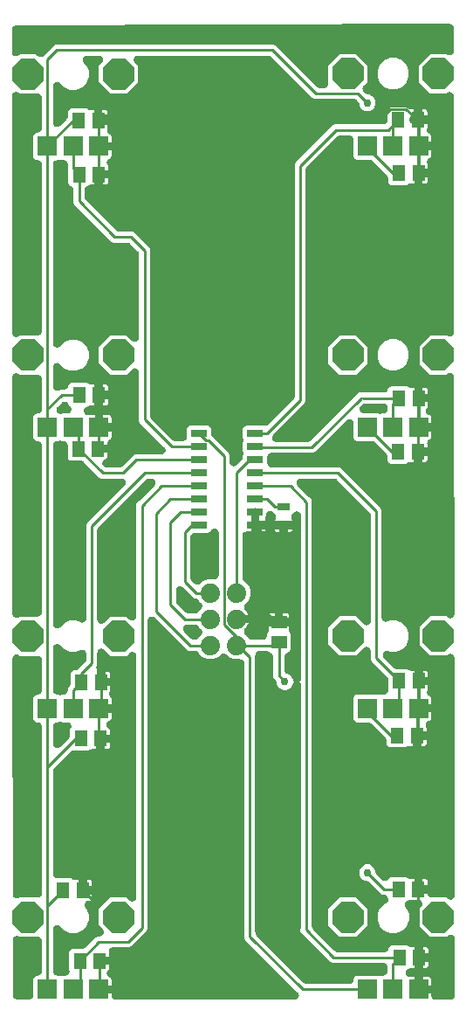
<source format=gbr>
G04 EAGLE Gerber RS-274X export*
G75*
%MOMM*%
%FSLAX34Y34*%
%LPD*%
%INBottom Copper*%
%IPPOS*%
%AMOC8*
5,1,8,0,0,1.08239X$1,22.5*%
G01*
%ADD10R,1.300000X1.500000*%
%ADD11R,1.500000X1.300000*%
%ADD12C,1.879600*%
%ADD13R,1.200000X0.800000*%
%ADD14R,1.879600X1.879600*%
%ADD15P,3.247170X8X292.500000*%
%ADD16R,1.550000X0.700000*%
%ADD17C,0.254000*%
%ADD18C,0.152400*%
%ADD19C,0.756400*%

G36*
X435093Y9983D02*
X435093Y9983D01*
X435325Y9994D01*
X435376Y10003D01*
X435428Y10007D01*
X435657Y10056D01*
X435885Y10098D01*
X435934Y10115D01*
X435985Y10126D01*
X436204Y10206D01*
X436425Y10280D01*
X436472Y10303D01*
X436520Y10321D01*
X436726Y10431D01*
X436934Y10536D01*
X436977Y10565D01*
X437023Y10590D01*
X437211Y10727D01*
X437403Y10860D01*
X437441Y10895D01*
X437483Y10926D01*
X437650Y11088D01*
X437821Y11247D01*
X437854Y11287D01*
X437891Y11323D01*
X438034Y11507D01*
X438182Y11688D01*
X438208Y11733D01*
X438240Y11774D01*
X438356Y11976D01*
X438477Y12176D01*
X438497Y12223D01*
X438523Y12269D01*
X438609Y12486D01*
X438700Y12700D01*
X438714Y12750D01*
X438733Y12798D01*
X438788Y13025D01*
X438849Y13250D01*
X438853Y13292D01*
X438867Y13352D01*
X438923Y13919D01*
X438920Y13988D01*
X438925Y14035D01*
X438868Y68834D01*
X438860Y68947D01*
X438861Y69060D01*
X438840Y69231D01*
X438827Y69403D01*
X438803Y69513D01*
X438789Y69625D01*
X438744Y69791D01*
X438708Y69960D01*
X438669Y70066D01*
X438639Y70175D01*
X438570Y70333D01*
X438511Y70494D01*
X438458Y70594D01*
X438413Y70698D01*
X438323Y70845D01*
X438242Y70997D01*
X438175Y71088D01*
X438116Y71184D01*
X438007Y71317D01*
X437905Y71456D01*
X437826Y71537D01*
X437754Y71625D01*
X437627Y71741D01*
X437507Y71864D01*
X437417Y71933D01*
X437334Y72010D01*
X437193Y72107D01*
X437056Y72212D01*
X436958Y72268D01*
X436865Y72332D01*
X436710Y72409D01*
X436561Y72494D01*
X436456Y72536D01*
X436354Y72586D01*
X436191Y72640D01*
X436031Y72704D01*
X435921Y72730D01*
X435814Y72766D01*
X435645Y72797D01*
X435477Y72837D01*
X435365Y72848D01*
X435253Y72868D01*
X435081Y72875D01*
X434910Y72892D01*
X434797Y72887D01*
X434684Y72891D01*
X434512Y72874D01*
X434341Y72867D01*
X434230Y72846D01*
X434117Y72835D01*
X433950Y72794D01*
X433781Y72762D01*
X433674Y72726D01*
X433564Y72699D01*
X433404Y72635D01*
X433241Y72580D01*
X433140Y72529D01*
X433035Y72487D01*
X432885Y72402D01*
X432731Y72325D01*
X432638Y72260D01*
X432540Y72204D01*
X432451Y72130D01*
X432263Y72000D01*
X432023Y71778D01*
X431931Y71703D01*
X430997Y70769D01*
X415203Y70769D01*
X404035Y81936D01*
X404035Y97730D01*
X406228Y99923D01*
X406303Y100010D01*
X406386Y100090D01*
X406490Y100225D01*
X406602Y100353D01*
X406664Y100450D01*
X406735Y100541D01*
X406819Y100688D01*
X406911Y100831D01*
X406960Y100936D01*
X407017Y101036D01*
X407080Y101194D01*
X407151Y101348D01*
X407185Y101458D01*
X407227Y101565D01*
X407267Y101731D01*
X407317Y101893D01*
X407334Y102007D01*
X407361Y102119D01*
X407378Y102289D01*
X407404Y102456D01*
X407405Y102571D01*
X407417Y102686D01*
X407409Y102856D01*
X407412Y103026D01*
X407397Y103140D01*
X407392Y103256D01*
X407361Y103423D01*
X407339Y103591D01*
X407309Y103703D01*
X407288Y103816D01*
X407234Y103977D01*
X407189Y104141D01*
X407143Y104247D01*
X407107Y104356D01*
X407030Y104508D01*
X406963Y104664D01*
X406903Y104762D01*
X406852Y104865D01*
X406755Y105005D01*
X406666Y105150D01*
X406593Y105239D01*
X406528Y105334D01*
X406413Y105459D01*
X406305Y105591D01*
X406220Y105668D01*
X406141Y105753D01*
X406010Y105861D01*
X405885Y105976D01*
X405790Y106041D01*
X405700Y106114D01*
X405555Y106202D01*
X405415Y106298D01*
X405312Y106350D01*
X405213Y106409D01*
X405057Y106476D01*
X404905Y106552D01*
X404795Y106588D01*
X404690Y106634D01*
X404526Y106678D01*
X404364Y106732D01*
X404251Y106753D01*
X404140Y106783D01*
X404025Y106794D01*
X403804Y106834D01*
X403472Y106848D01*
X403355Y106859D01*
X396744Y106859D01*
X396587Y106879D01*
X396416Y106911D01*
X396304Y106915D01*
X396194Y106929D01*
X396020Y106927D01*
X395846Y106934D01*
X395736Y106923D01*
X395625Y106921D01*
X395453Y106894D01*
X395279Y106877D01*
X395171Y106850D01*
X395062Y106833D01*
X394895Y106783D01*
X394726Y106741D01*
X394623Y106700D01*
X394516Y106668D01*
X394358Y106594D01*
X394197Y106530D01*
X394100Y106474D01*
X394000Y106427D01*
X393854Y106333D01*
X393703Y106246D01*
X393637Y106192D01*
X393522Y106117D01*
X393363Y105979D01*
X392687Y105699D01*
X392532Y105622D01*
X392374Y105553D01*
X392278Y105495D01*
X392177Y105445D01*
X392035Y105347D01*
X391887Y105257D01*
X391800Y105185D01*
X391708Y105121D01*
X391581Y105004D01*
X391447Y104895D01*
X391371Y104812D01*
X391288Y104736D01*
X391179Y104602D01*
X391062Y104475D01*
X390998Y104382D01*
X390927Y104295D01*
X390837Y104148D01*
X390739Y104005D01*
X390689Y103904D01*
X390631Y103808D01*
X390563Y103650D01*
X390486Y103495D01*
X390450Y103388D01*
X390406Y103285D01*
X390360Y103118D01*
X390306Y102954D01*
X390286Y102844D01*
X390256Y102735D01*
X390234Y102564D01*
X390203Y102394D01*
X390199Y102281D01*
X390185Y102170D01*
X390187Y101997D01*
X390180Y101824D01*
X390191Y101712D01*
X390193Y101600D01*
X390220Y101430D01*
X390237Y101258D01*
X390264Y101148D01*
X390281Y101037D01*
X390332Y100872D01*
X390373Y100704D01*
X390414Y100600D01*
X390447Y100492D01*
X390520Y100335D01*
X390584Y100175D01*
X390640Y100078D01*
X390688Y99976D01*
X390782Y99830D01*
X390868Y99681D01*
X390922Y99615D01*
X390998Y99498D01*
X391360Y99082D01*
X391369Y99072D01*
X392053Y98388D01*
X394361Y92816D01*
X394361Y86784D01*
X392053Y81212D01*
X387788Y76947D01*
X382216Y74639D01*
X376184Y74639D01*
X370612Y76947D01*
X366347Y81212D01*
X364039Y86784D01*
X364039Y92816D01*
X366347Y98388D01*
X370612Y102653D01*
X371794Y103142D01*
X372001Y103245D01*
X372209Y103342D01*
X372255Y103372D01*
X372304Y103397D01*
X372494Y103527D01*
X372687Y103653D01*
X372728Y103689D01*
X372773Y103720D01*
X372943Y103876D01*
X373116Y104027D01*
X373152Y104068D01*
X373193Y104106D01*
X373339Y104284D01*
X373489Y104458D01*
X373519Y104504D01*
X373554Y104546D01*
X373674Y104743D01*
X373799Y104936D01*
X373822Y104986D01*
X373850Y105033D01*
X373941Y105244D01*
X374038Y105453D01*
X374054Y105506D01*
X374075Y105556D01*
X374136Y105779D01*
X374202Y105999D01*
X374211Y106053D01*
X374225Y106106D01*
X374254Y106335D01*
X374289Y106562D01*
X374290Y106617D01*
X374296Y106671D01*
X374293Y106902D01*
X374296Y107132D01*
X374289Y107186D01*
X374288Y107241D01*
X374252Y107469D01*
X374223Y107697D01*
X374210Y107739D01*
X374200Y107804D01*
X374034Y108349D01*
X374006Y108409D01*
X373993Y108451D01*
X373742Y109057D01*
X373741Y109059D01*
X373740Y109062D01*
X373611Y109320D01*
X373488Y109567D01*
X373487Y109569D01*
X373485Y109571D01*
X373323Y109806D01*
X373165Y110036D01*
X373163Y110038D01*
X373161Y110040D01*
X372972Y110246D01*
X372779Y110455D01*
X372777Y110457D01*
X372775Y110459D01*
X372552Y110642D01*
X372339Y110817D01*
X372336Y110818D01*
X372334Y110820D01*
X372088Y110969D01*
X371852Y111113D01*
X371849Y111114D01*
X371847Y111115D01*
X371591Y111225D01*
X371328Y111338D01*
X371326Y111339D01*
X371323Y111340D01*
X371054Y111413D01*
X370779Y111488D01*
X370776Y111488D01*
X370773Y111489D01*
X370760Y111490D01*
X370213Y111559D01*
X370074Y111557D01*
X369989Y111565D01*
X369039Y111565D01*
X367078Y112377D01*
X355492Y123963D01*
X355447Y124003D01*
X355406Y124047D01*
X355232Y124189D01*
X355062Y124337D01*
X355012Y124370D01*
X354965Y124408D01*
X354772Y124525D01*
X354584Y124647D01*
X354529Y124672D01*
X354478Y124703D01*
X354271Y124792D01*
X354067Y124887D01*
X354009Y124904D01*
X353954Y124928D01*
X353737Y124986D01*
X353522Y125052D01*
X353462Y125061D01*
X353404Y125077D01*
X353287Y125088D01*
X352959Y125139D01*
X352734Y125142D01*
X352619Y125153D01*
X352439Y125153D01*
X349555Y126348D01*
X347348Y128555D01*
X346153Y131439D01*
X346153Y134561D01*
X347348Y137445D01*
X349555Y139652D01*
X352439Y140847D01*
X355561Y140847D01*
X358445Y139652D01*
X360652Y137445D01*
X361847Y134561D01*
X361847Y134381D01*
X361851Y134321D01*
X361849Y134260D01*
X361871Y134037D01*
X361887Y133812D01*
X361899Y133753D01*
X361905Y133693D01*
X361959Y133475D01*
X362006Y133255D01*
X362026Y133199D01*
X362041Y133140D01*
X362124Y132931D01*
X362202Y132720D01*
X362230Y132667D01*
X362252Y132611D01*
X362364Y132416D01*
X362470Y132218D01*
X362506Y132169D01*
X362536Y132117D01*
X362611Y132026D01*
X362807Y131758D01*
X362964Y131597D01*
X363037Y131508D01*
X368325Y126220D01*
X368499Y126068D01*
X368668Y125913D01*
X368714Y125882D01*
X368755Y125846D01*
X368948Y125721D01*
X369138Y125590D01*
X369187Y125566D01*
X369233Y125536D01*
X369442Y125439D01*
X369648Y125337D01*
X369700Y125319D01*
X369750Y125296D01*
X369970Y125229D01*
X370189Y125157D01*
X370243Y125147D01*
X370295Y125131D01*
X370522Y125096D01*
X370749Y125054D01*
X370804Y125052D01*
X370858Y125044D01*
X371088Y125041D01*
X371319Y125031D01*
X371373Y125037D01*
X371428Y125036D01*
X371656Y125065D01*
X371886Y125088D01*
X371939Y125101D01*
X371993Y125108D01*
X372216Y125169D01*
X372439Y125224D01*
X372490Y125244D01*
X372543Y125259D01*
X372754Y125350D01*
X372968Y125435D01*
X373016Y125463D01*
X373066Y125484D01*
X373263Y125604D01*
X373462Y125719D01*
X373496Y125747D01*
X373552Y125781D01*
X373993Y126143D01*
X374037Y126191D01*
X374071Y126220D01*
X375697Y127846D01*
X377191Y128465D01*
X391809Y128465D01*
X393338Y127831D01*
X393350Y127819D01*
X393440Y127754D01*
X393524Y127681D01*
X393670Y127586D01*
X393811Y127484D01*
X393909Y127432D01*
X394002Y127371D01*
X394160Y127298D01*
X394314Y127216D01*
X394418Y127178D01*
X394519Y127131D01*
X394686Y127081D01*
X394849Y127021D01*
X394958Y126998D01*
X395064Y126966D01*
X395236Y126939D01*
X395407Y126903D01*
X395518Y126896D01*
X395627Y126879D01*
X395801Y126876D01*
X395975Y126865D01*
X396059Y126873D01*
X396197Y126871D01*
X396743Y126941D01*
X399437Y126941D01*
X399437Y116900D01*
X399453Y116671D01*
X399463Y116441D01*
X399473Y116387D01*
X399477Y116332D01*
X399525Y116107D01*
X399567Y115881D01*
X399584Y115828D01*
X399596Y115775D01*
X399675Y115559D01*
X399748Y115340D01*
X399773Y115291D01*
X399791Y115240D01*
X399900Y115037D01*
X400003Y114831D01*
X400034Y114786D01*
X400060Y114737D01*
X400196Y114552D01*
X400327Y114362D01*
X400364Y114322D01*
X400397Y114277D01*
X400557Y114113D01*
X400713Y113943D01*
X400714Y113943D01*
X400756Y113908D01*
X400794Y113869D01*
X400795Y113869D01*
X400976Y113728D01*
X401155Y113582D01*
X401202Y113553D01*
X401245Y113520D01*
X401445Y113406D01*
X401642Y113286D01*
X401692Y113265D01*
X401740Y113238D01*
X401955Y113152D01*
X402166Y113062D01*
X402218Y113048D01*
X402270Y113027D01*
X402494Y112973D01*
X402716Y112913D01*
X402760Y112909D01*
X402824Y112893D01*
X403391Y112838D01*
X403456Y112841D01*
X403500Y112837D01*
X412549Y112837D01*
X412557Y112732D01*
X412567Y112502D01*
X412577Y112448D01*
X412581Y112393D01*
X412629Y112168D01*
X412671Y111942D01*
X412688Y111889D01*
X412700Y111836D01*
X412779Y111620D01*
X412852Y111401D01*
X412877Y111352D01*
X412896Y111301D01*
X413004Y111098D01*
X413107Y110892D01*
X413138Y110847D01*
X413164Y110798D01*
X413300Y110613D01*
X413431Y110423D01*
X413468Y110383D01*
X413501Y110338D01*
X413661Y110174D01*
X413817Y110004D01*
X413860Y109969D01*
X413898Y109930D01*
X414080Y109789D01*
X414258Y109643D01*
X414306Y109615D01*
X414349Y109581D01*
X414549Y109467D01*
X414746Y109348D01*
X414796Y109326D01*
X414844Y109299D01*
X415058Y109214D01*
X415269Y109124D01*
X415322Y109109D01*
X415373Y109089D01*
X415598Y109035D01*
X415819Y108975D01*
X415863Y108970D01*
X415927Y108955D01*
X416494Y108900D01*
X416560Y108902D01*
X416604Y108898D01*
X430997Y108898D01*
X431888Y108007D01*
X431976Y107930D01*
X432058Y107846D01*
X432191Y107743D01*
X432318Y107633D01*
X432416Y107570D01*
X432509Y107498D01*
X432655Y107415D01*
X432796Y107324D01*
X432903Y107274D01*
X433005Y107216D01*
X433161Y107154D01*
X433313Y107084D01*
X433425Y107050D01*
X433534Y107006D01*
X433698Y106967D01*
X433858Y106918D01*
X433974Y106900D01*
X434088Y106873D01*
X434255Y106857D01*
X434421Y106831D01*
X434539Y106830D01*
X434656Y106818D01*
X434823Y106826D01*
X434991Y106823D01*
X435108Y106838D01*
X435225Y106843D01*
X435390Y106874D01*
X435556Y106896D01*
X435670Y106927D01*
X435785Y106948D01*
X435944Y107002D01*
X436106Y107046D01*
X436214Y107092D01*
X436325Y107130D01*
X436475Y107205D01*
X436629Y107272D01*
X436729Y107333D01*
X436834Y107386D01*
X436972Y107481D01*
X437115Y107569D01*
X437206Y107643D01*
X437303Y107710D01*
X437426Y107824D01*
X437556Y107930D01*
X437635Y108017D01*
X437721Y108097D01*
X437827Y108227D01*
X437941Y108350D01*
X438007Y108447D01*
X438081Y108538D01*
X438168Y108681D01*
X438263Y108820D01*
X438316Y108925D01*
X438376Y109026D01*
X438442Y109180D01*
X438517Y109330D01*
X438554Y109442D01*
X438600Y109549D01*
X438644Y109711D01*
X438697Y109871D01*
X438718Y109986D01*
X438749Y110100D01*
X438760Y110214D01*
X438799Y110431D01*
X438813Y110768D01*
X438824Y110884D01*
X438586Y340997D01*
X438578Y341110D01*
X438580Y341223D01*
X438558Y341393D01*
X438546Y341565D01*
X438522Y341676D01*
X438507Y341788D01*
X438462Y341954D01*
X438426Y342122D01*
X438387Y342229D01*
X438357Y342338D01*
X438289Y342496D01*
X438229Y342657D01*
X438176Y342757D01*
X438131Y342861D01*
X438041Y343008D01*
X437960Y343159D01*
X437893Y343251D01*
X437834Y343347D01*
X437725Y343480D01*
X437623Y343619D01*
X437544Y343700D01*
X437472Y343787D01*
X437346Y343903D01*
X437225Y344027D01*
X437136Y344096D01*
X437053Y344172D01*
X436911Y344270D01*
X436774Y344375D01*
X436676Y344431D01*
X436583Y344495D01*
X436429Y344572D01*
X436279Y344657D01*
X436174Y344698D01*
X436073Y344749D01*
X435910Y344803D01*
X435749Y344866D01*
X435639Y344893D01*
X435532Y344929D01*
X435363Y344960D01*
X435195Y345000D01*
X435083Y345011D01*
X434972Y345031D01*
X434799Y345038D01*
X434628Y345055D01*
X434515Y345050D01*
X434402Y345054D01*
X434231Y345037D01*
X434059Y345029D01*
X433948Y345009D01*
X433835Y344997D01*
X433668Y344956D01*
X433499Y344925D01*
X433392Y344889D01*
X433282Y344862D01*
X433122Y344798D01*
X432959Y344743D01*
X432858Y344692D01*
X432753Y344650D01*
X432604Y344565D01*
X432450Y344487D01*
X432357Y344423D01*
X432259Y344367D01*
X432169Y344293D01*
X431981Y344163D01*
X431741Y343941D01*
X431650Y343866D01*
X430997Y343213D01*
X415203Y343213D01*
X404035Y354381D01*
X404035Y370175D01*
X415203Y381342D01*
X430997Y381342D01*
X431605Y380734D01*
X431694Y380657D01*
X431776Y380573D01*
X431909Y380470D01*
X432036Y380360D01*
X432134Y380296D01*
X432227Y380225D01*
X432373Y380142D01*
X432514Y380050D01*
X432620Y380001D01*
X432722Y379943D01*
X432878Y379881D01*
X433031Y379810D01*
X433143Y379776D01*
X433252Y379733D01*
X433415Y379694D01*
X433576Y379645D01*
X433692Y379627D01*
X433806Y379600D01*
X433973Y379584D01*
X434139Y379558D01*
X434256Y379556D01*
X434373Y379545D01*
X434541Y379552D01*
X434709Y379550D01*
X434825Y379565D01*
X434942Y379570D01*
X435107Y379601D01*
X435274Y379622D01*
X435387Y379653D01*
X435503Y379675D01*
X435661Y379728D01*
X435824Y379773D01*
X435931Y379819D01*
X436043Y379857D01*
X436193Y379932D01*
X436347Y379999D01*
X436447Y380060D01*
X436552Y380112D01*
X436690Y380208D01*
X436833Y380295D01*
X436924Y380370D01*
X437020Y380437D01*
X437144Y380551D01*
X437273Y380657D01*
X437352Y380744D01*
X437439Y380823D01*
X437545Y380953D01*
X437658Y381077D01*
X437725Y381174D01*
X437799Y381265D01*
X437886Y381408D01*
X437981Y381547D01*
X438033Y381652D01*
X438094Y381752D01*
X438160Y381907D01*
X438235Y382057D01*
X438272Y382168D01*
X438318Y382276D01*
X438362Y382438D01*
X438415Y382598D01*
X438436Y382713D01*
X438466Y382826D01*
X438477Y382940D01*
X438517Y383158D01*
X438531Y383495D01*
X438542Y383611D01*
X438304Y613160D01*
X438296Y613273D01*
X438298Y613386D01*
X438276Y613556D01*
X438264Y613728D01*
X438240Y613839D01*
X438226Y613951D01*
X438180Y614117D01*
X438144Y614285D01*
X438105Y614391D01*
X438075Y614500D01*
X438007Y614658D01*
X437948Y614820D01*
X437894Y614919D01*
X437849Y615023D01*
X437760Y615170D01*
X437678Y615322D01*
X437612Y615413D01*
X437553Y615510D01*
X437443Y615643D01*
X437342Y615782D01*
X437263Y615862D01*
X437191Y615950D01*
X437064Y616066D01*
X436944Y616189D01*
X436854Y616259D01*
X436771Y616335D01*
X436629Y616432D01*
X436493Y616538D01*
X436394Y616594D01*
X436301Y616658D01*
X436147Y616734D01*
X435997Y616819D01*
X435892Y616861D01*
X435791Y616911D01*
X435628Y616966D01*
X435468Y617029D01*
X435357Y617056D01*
X435250Y617091D01*
X435081Y617122D01*
X434914Y617163D01*
X434801Y617173D01*
X434690Y617194D01*
X434518Y617201D01*
X434347Y617217D01*
X434234Y617212D01*
X434120Y617217D01*
X433949Y617200D01*
X433777Y617192D01*
X433666Y617171D01*
X433553Y617160D01*
X433386Y617119D01*
X433217Y617087D01*
X433110Y617051D01*
X433000Y617024D01*
X432840Y616961D01*
X432677Y616906D01*
X432576Y616855D01*
X432471Y616813D01*
X432322Y616727D01*
X432168Y616650D01*
X432075Y616585D01*
X431977Y616529D01*
X431887Y616456D01*
X431699Y616326D01*
X431459Y616104D01*
X431368Y616028D01*
X430997Y615657D01*
X415203Y615657D01*
X404035Y626825D01*
X404035Y642619D01*
X415203Y653787D01*
X430997Y653787D01*
X431323Y653461D01*
X431412Y653384D01*
X431494Y653300D01*
X431627Y653197D01*
X431753Y653087D01*
X431852Y653023D01*
X431945Y652951D01*
X432091Y652868D01*
X432232Y652777D01*
X432338Y652728D01*
X432440Y652670D01*
X432596Y652608D01*
X432748Y652537D01*
X432861Y652503D01*
X432970Y652460D01*
X433133Y652421D01*
X433294Y652372D01*
X433410Y652354D01*
X433524Y652327D01*
X433691Y652310D01*
X433857Y652285D01*
X433974Y652283D01*
X434091Y652272D01*
X434259Y652279D01*
X434426Y652277D01*
X434543Y652292D01*
X434660Y652297D01*
X434825Y652328D01*
X434992Y652349D01*
X435105Y652380D01*
X435220Y652402D01*
X435379Y652455D01*
X435541Y652500D01*
X435649Y652546D01*
X435760Y652584D01*
X435910Y652659D01*
X436064Y652725D01*
X436165Y652787D01*
X436269Y652839D01*
X436407Y652935D01*
X436551Y653022D01*
X436641Y653097D01*
X436738Y653163D01*
X436861Y653278D01*
X436991Y653384D01*
X437070Y653470D01*
X437156Y653550D01*
X437262Y653680D01*
X437376Y653804D01*
X437442Y653901D01*
X437517Y653992D01*
X437604Y654135D01*
X437699Y654274D01*
X437751Y654379D01*
X437812Y654479D01*
X437878Y654634D01*
X437952Y654784D01*
X437989Y654895D01*
X438035Y655003D01*
X438079Y655165D01*
X438132Y655324D01*
X438153Y655440D01*
X438184Y655553D01*
X438195Y655667D01*
X438235Y655885D01*
X438248Y656222D01*
X438260Y656338D01*
X438023Y885322D01*
X438014Y885435D01*
X438016Y885548D01*
X437994Y885719D01*
X437982Y885891D01*
X437958Y886001D01*
X437944Y886113D01*
X437898Y886280D01*
X437862Y886448D01*
X437823Y886554D01*
X437793Y886663D01*
X437725Y886821D01*
X437666Y886982D01*
X437613Y887082D01*
X437568Y887186D01*
X437478Y887333D01*
X437397Y887485D01*
X437330Y887576D01*
X437271Y887672D01*
X437161Y887805D01*
X437060Y887944D01*
X436981Y888025D01*
X436909Y888113D01*
X436782Y888229D01*
X436662Y888352D01*
X436572Y888421D01*
X436489Y888498D01*
X436347Y888595D01*
X436211Y888700D01*
X436113Y888756D01*
X436019Y888820D01*
X435865Y888897D01*
X435716Y888982D01*
X435610Y889024D01*
X435509Y889074D01*
X435346Y889128D01*
X435186Y889192D01*
X435076Y889218D01*
X434969Y889254D01*
X434799Y889285D01*
X434632Y889325D01*
X434519Y889336D01*
X434408Y889356D01*
X434236Y889363D01*
X434065Y889380D01*
X433952Y889375D01*
X433839Y889379D01*
X433667Y889362D01*
X433496Y889355D01*
X433384Y889334D01*
X433272Y889323D01*
X433104Y889282D01*
X432935Y889250D01*
X432828Y889214D01*
X432718Y889187D01*
X432558Y889123D01*
X432395Y889068D01*
X432294Y889018D01*
X432189Y888975D01*
X432040Y888890D01*
X431886Y888813D01*
X431793Y888748D01*
X431695Y888692D01*
X431606Y888618D01*
X431418Y888488D01*
X431178Y888266D01*
X431086Y888191D01*
X430997Y888102D01*
X415203Y888102D01*
X404035Y899270D01*
X404035Y915063D01*
X415203Y926231D01*
X430997Y926231D01*
X431041Y926187D01*
X431129Y926110D01*
X431211Y926026D01*
X431344Y925924D01*
X431471Y925814D01*
X431569Y925750D01*
X431662Y925678D01*
X431808Y925595D01*
X431949Y925504D01*
X432056Y925455D01*
X432158Y925397D01*
X432314Y925335D01*
X432466Y925264D01*
X432578Y925230D01*
X432687Y925187D01*
X432851Y925148D01*
X433011Y925099D01*
X433127Y925081D01*
X433241Y925053D01*
X433408Y925037D01*
X433574Y925012D01*
X433692Y925010D01*
X433808Y924999D01*
X433976Y925006D01*
X434144Y925004D01*
X434261Y925019D01*
X434378Y925024D01*
X434542Y925055D01*
X434709Y925076D01*
X434823Y925107D01*
X434938Y925128D01*
X435097Y925182D01*
X435259Y925226D01*
X435367Y925273D01*
X435478Y925310D01*
X435628Y925386D01*
X435782Y925452D01*
X435882Y925513D01*
X435987Y925566D01*
X436125Y925661D01*
X436268Y925749D01*
X436359Y925823D01*
X436456Y925890D01*
X436579Y926004D01*
X436709Y926111D01*
X436788Y926197D01*
X436874Y926277D01*
X436980Y926407D01*
X437094Y926531D01*
X437160Y926628D01*
X437234Y926718D01*
X437321Y926862D01*
X437416Y927000D01*
X437468Y927105D01*
X437529Y927206D01*
X437595Y927360D01*
X437670Y927511D01*
X437707Y927622D01*
X437753Y927730D01*
X437797Y927892D01*
X437850Y928051D01*
X437871Y928167D01*
X437902Y928280D01*
X437913Y928394D01*
X437952Y928612D01*
X437966Y928949D01*
X437977Y929065D01*
X437954Y951426D01*
X437937Y951662D01*
X437926Y951897D01*
X437917Y951945D01*
X437914Y951995D01*
X437864Y952225D01*
X437820Y952457D01*
X437804Y952504D01*
X437794Y952552D01*
X437713Y952773D01*
X437637Y952996D01*
X437614Y953040D01*
X437597Y953087D01*
X437486Y953294D01*
X437380Y953505D01*
X437352Y953545D01*
X437328Y953589D01*
X437189Y953779D01*
X437054Y953972D01*
X437020Y954009D01*
X436991Y954048D01*
X436827Y954217D01*
X436666Y954390D01*
X436628Y954421D01*
X436593Y954456D01*
X436407Y954601D01*
X436224Y954749D01*
X436182Y954774D01*
X436142Y954804D01*
X435938Y954921D01*
X435736Y955043D01*
X435690Y955062D01*
X435647Y955086D01*
X435429Y955173D01*
X435211Y955265D01*
X435163Y955278D01*
X435117Y955296D01*
X434888Y955351D01*
X434660Y955412D01*
X434621Y955416D01*
X434563Y955429D01*
X433996Y955484D01*
X433924Y955481D01*
X433875Y955485D01*
X13223Y953893D01*
X12999Y953876D01*
X12775Y953867D01*
X12716Y953855D01*
X12655Y953851D01*
X12435Y953803D01*
X12215Y953762D01*
X12157Y953743D01*
X12098Y953730D01*
X11887Y953652D01*
X11675Y953580D01*
X11621Y953553D01*
X11564Y953532D01*
X11366Y953425D01*
X11166Y953324D01*
X11116Y953290D01*
X11063Y953261D01*
X10882Y953128D01*
X10697Y953000D01*
X10653Y952959D01*
X10604Y952923D01*
X10443Y952766D01*
X10279Y952613D01*
X10240Y952567D01*
X10197Y952524D01*
X10060Y952346D01*
X9918Y952172D01*
X9887Y952120D01*
X9850Y952072D01*
X9740Y951876D01*
X9623Y951684D01*
X9600Y951629D01*
X9570Y951576D01*
X9488Y951367D01*
X9399Y951161D01*
X9384Y951102D01*
X9362Y951046D01*
X9310Y950827D01*
X9251Y950610D01*
X9246Y950562D01*
X9230Y950491D01*
X9177Y949924D01*
X9179Y949866D01*
X9175Y949826D01*
X9198Y928098D01*
X9206Y927985D01*
X9205Y927872D01*
X9226Y927702D01*
X9239Y927530D01*
X9262Y927419D01*
X9277Y927307D01*
X9322Y927141D01*
X9358Y926973D01*
X9397Y926866D01*
X9427Y926757D01*
X9495Y926599D01*
X9555Y926438D01*
X9608Y926338D01*
X9653Y926234D01*
X9743Y926087D01*
X9824Y925936D01*
X9891Y925844D01*
X9950Y925748D01*
X10059Y925615D01*
X10161Y925476D01*
X10240Y925395D01*
X10312Y925308D01*
X10438Y925192D01*
X10559Y925068D01*
X10648Y924999D01*
X10732Y924923D01*
X10873Y924825D01*
X11010Y924720D01*
X11108Y924664D01*
X11201Y924600D01*
X11355Y924523D01*
X11505Y924438D01*
X11610Y924397D01*
X11711Y924346D01*
X11875Y924292D01*
X12035Y924229D01*
X12145Y924202D01*
X12252Y924166D01*
X12421Y924135D01*
X12589Y924095D01*
X12701Y924084D01*
X12812Y924064D01*
X12985Y924057D01*
X13156Y924040D01*
X13269Y924045D01*
X13382Y924041D01*
X13553Y924058D01*
X13725Y924066D01*
X13836Y924086D01*
X13949Y924098D01*
X14116Y924139D01*
X14285Y924170D01*
X14392Y924206D01*
X14502Y924233D01*
X14662Y924297D01*
X14825Y924352D01*
X14926Y924403D01*
X15031Y924445D01*
X15180Y924531D01*
X15334Y924608D01*
X15427Y924672D01*
X15525Y924728D01*
X15615Y924802D01*
X15803Y924932D01*
X16043Y925154D01*
X16134Y925229D01*
X16803Y925898D01*
X32597Y925898D01*
X34102Y924393D01*
X34276Y924242D01*
X34445Y924086D01*
X34491Y924055D01*
X34532Y924019D01*
X34726Y923894D01*
X34915Y923764D01*
X34964Y923739D01*
X35010Y923709D01*
X35219Y923612D01*
X35425Y923510D01*
X35477Y923493D01*
X35527Y923469D01*
X35748Y923403D01*
X35966Y923330D01*
X36020Y923320D01*
X36073Y923304D01*
X36300Y923269D01*
X36526Y923228D01*
X36581Y923225D01*
X36636Y923217D01*
X36865Y923214D01*
X37096Y923204D01*
X37151Y923210D01*
X37205Y923209D01*
X37434Y923238D01*
X37663Y923261D01*
X37716Y923274D01*
X37771Y923281D01*
X37993Y923342D01*
X38216Y923397D01*
X38267Y923417D01*
X38320Y923432D01*
X38531Y923523D01*
X38745Y923608D01*
X38793Y923636D01*
X38843Y923658D01*
X39039Y923777D01*
X39239Y923892D01*
X39274Y923920D01*
X39330Y923954D01*
X39770Y924316D01*
X39814Y924365D01*
X39848Y924393D01*
X50078Y934623D01*
X52039Y935435D01*
X262961Y935435D01*
X264922Y934623D01*
X305020Y894525D01*
X305065Y894485D01*
X305106Y894441D01*
X305280Y894299D01*
X305450Y894151D01*
X305500Y894118D01*
X305547Y894080D01*
X305740Y893963D01*
X305928Y893841D01*
X305983Y893816D01*
X306034Y893785D01*
X306241Y893696D01*
X306445Y893601D01*
X306503Y893584D01*
X306558Y893560D01*
X306775Y893502D01*
X306990Y893436D01*
X307050Y893427D01*
X307108Y893411D01*
X307225Y893400D01*
X307553Y893349D01*
X307778Y893346D01*
X307893Y893335D01*
X312161Y893335D01*
X312276Y893343D01*
X312391Y893341D01*
X312560Y893363D01*
X312729Y893375D01*
X312842Y893399D01*
X312956Y893413D01*
X313121Y893458D01*
X313286Y893494D01*
X313395Y893533D01*
X313506Y893564D01*
X313662Y893631D01*
X313821Y893690D01*
X313923Y893744D01*
X314029Y893790D01*
X314174Y893878D01*
X314324Y893958D01*
X314417Y894027D01*
X314515Y894087D01*
X314647Y894194D01*
X314784Y894295D01*
X314866Y894375D01*
X314956Y894449D01*
X315070Y894574D01*
X315192Y894692D01*
X315263Y894784D01*
X315341Y894868D01*
X315437Y895009D01*
X315541Y895143D01*
X315598Y895243D01*
X315663Y895338D01*
X315739Y895490D01*
X315823Y895638D01*
X315866Y895745D01*
X315917Y895848D01*
X315970Y896009D01*
X316033Y896167D01*
X316060Y896280D01*
X316097Y896389D01*
X316127Y896556D01*
X316167Y896721D01*
X316178Y896836D01*
X316199Y896950D01*
X316206Y897119D01*
X316223Y897288D01*
X316218Y897404D01*
X316222Y897519D01*
X316205Y897687D01*
X316198Y897858D01*
X316177Y897971D01*
X316165Y898086D01*
X316125Y898251D01*
X316094Y898418D01*
X316057Y898527D01*
X316035Y898617D01*
X316035Y915063D01*
X327203Y926231D01*
X342997Y926231D01*
X354165Y915063D01*
X354165Y899270D01*
X350593Y895698D01*
X350442Y895524D01*
X350286Y895355D01*
X350255Y895309D01*
X350219Y895268D01*
X350094Y895075D01*
X349964Y894885D01*
X349939Y894836D01*
X349909Y894790D01*
X349812Y894580D01*
X349710Y894375D01*
X349693Y894323D01*
X349670Y894273D01*
X349603Y894052D01*
X349530Y893834D01*
X349520Y893780D01*
X349504Y893727D01*
X349469Y893500D01*
X349428Y893274D01*
X349425Y893219D01*
X349417Y893164D01*
X349414Y892934D01*
X349405Y892704D01*
X349410Y892649D01*
X349409Y892595D01*
X349438Y892366D01*
X349461Y892137D01*
X349474Y892084D01*
X349481Y892029D01*
X349542Y891807D01*
X349597Y891584D01*
X349617Y891533D01*
X349632Y891480D01*
X349723Y891268D01*
X349809Y891055D01*
X349836Y891007D01*
X349858Y890957D01*
X349977Y890761D01*
X350092Y890561D01*
X350120Y890526D01*
X350154Y890470D01*
X350516Y890030D01*
X350565Y889986D01*
X350593Y889952D01*
X352508Y888037D01*
X352553Y887997D01*
X352594Y887953D01*
X352768Y887810D01*
X352938Y887663D01*
X352988Y887630D01*
X353035Y887592D01*
X353227Y887476D01*
X353416Y887353D01*
X353471Y887328D01*
X353522Y887297D01*
X353728Y887208D01*
X353933Y887113D01*
X353991Y887096D01*
X354046Y887072D01*
X354263Y887014D01*
X354478Y886948D01*
X354538Y886939D01*
X354596Y886923D01*
X354713Y886912D01*
X355041Y886861D01*
X355266Y886858D01*
X355381Y886847D01*
X355561Y886847D01*
X358445Y885652D01*
X360652Y883445D01*
X361847Y880561D01*
X361847Y877439D01*
X360652Y874555D01*
X358445Y872348D01*
X355561Y871153D01*
X352439Y871153D01*
X349555Y872348D01*
X347348Y874555D01*
X346153Y877439D01*
X346153Y877619D01*
X346149Y877679D01*
X346151Y877740D01*
X346129Y877963D01*
X346113Y878188D01*
X346101Y878247D01*
X346095Y878307D01*
X346041Y878525D01*
X345994Y878745D01*
X345973Y878801D01*
X345959Y878860D01*
X345876Y879069D01*
X345798Y879280D01*
X345770Y879333D01*
X345747Y879389D01*
X345636Y879584D01*
X345530Y879782D01*
X345494Y879831D01*
X345464Y879883D01*
X345389Y879975D01*
X345193Y880242D01*
X345036Y880404D01*
X344963Y880492D01*
X343980Y881475D01*
X343935Y881515D01*
X343894Y881559D01*
X343719Y881702D01*
X343550Y881849D01*
X343500Y881882D01*
X343453Y881920D01*
X343261Y882036D01*
X343072Y882159D01*
X343017Y882184D01*
X342966Y882215D01*
X342759Y882304D01*
X342555Y882399D01*
X342497Y882416D01*
X342442Y882440D01*
X342226Y882498D01*
X342010Y882564D01*
X341950Y882573D01*
X341892Y882589D01*
X341775Y882600D01*
X341447Y882651D01*
X341222Y882654D01*
X341107Y882665D01*
X302939Y882665D01*
X300978Y883477D01*
X260880Y923575D01*
X260835Y923615D01*
X260794Y923659D01*
X260620Y923801D01*
X260450Y923949D01*
X260400Y923982D01*
X260353Y924020D01*
X260160Y924137D01*
X259972Y924259D01*
X259917Y924284D01*
X259866Y924315D01*
X259659Y924404D01*
X259455Y924499D01*
X259397Y924516D01*
X259342Y924540D01*
X259125Y924598D01*
X258910Y924664D01*
X258850Y924673D01*
X258792Y924689D01*
X258675Y924700D01*
X258347Y924751D01*
X258122Y924754D01*
X258007Y924765D01*
X131539Y924765D01*
X131424Y924757D01*
X131309Y924759D01*
X131140Y924737D01*
X130971Y924725D01*
X130858Y924701D01*
X130744Y924687D01*
X130579Y924642D01*
X130414Y924606D01*
X130306Y924567D01*
X130194Y924536D01*
X130038Y924469D01*
X129878Y924410D01*
X129777Y924356D01*
X129671Y924310D01*
X129526Y924222D01*
X129376Y924142D01*
X129283Y924074D01*
X129185Y924014D01*
X129053Y923906D01*
X128916Y923805D01*
X128834Y923725D01*
X128745Y923652D01*
X128630Y923526D01*
X128508Y923408D01*
X128437Y923317D01*
X128359Y923232D01*
X128263Y923092D01*
X128159Y922957D01*
X128102Y922857D01*
X128037Y922762D01*
X127961Y922610D01*
X127877Y922462D01*
X127834Y922355D01*
X127783Y922252D01*
X127730Y922091D01*
X127667Y921933D01*
X127640Y921820D01*
X127603Y921711D01*
X127573Y921544D01*
X127533Y921379D01*
X127521Y921264D01*
X127501Y921151D01*
X127494Y920981D01*
X127477Y920812D01*
X127482Y920697D01*
X127478Y920581D01*
X127495Y920412D01*
X127502Y920242D01*
X127523Y920129D01*
X127534Y920014D01*
X127575Y919849D01*
X127606Y919682D01*
X127643Y919573D01*
X127670Y919461D01*
X127733Y919303D01*
X127787Y919142D01*
X127839Y919039D01*
X127882Y918932D01*
X127966Y918785D01*
X128042Y918633D01*
X128108Y918538D01*
X128165Y918438D01*
X128238Y918349D01*
X128366Y918164D01*
X128591Y917920D01*
X128666Y917829D01*
X131765Y914730D01*
X131765Y898936D01*
X120597Y887769D01*
X104803Y887769D01*
X93635Y898936D01*
X93635Y914730D01*
X96734Y917829D01*
X96810Y917916D01*
X96892Y917996D01*
X96996Y918131D01*
X97108Y918259D01*
X97170Y918356D01*
X97241Y918447D01*
X97325Y918594D01*
X97418Y918737D01*
X97466Y918842D01*
X97523Y918942D01*
X97586Y919100D01*
X97657Y919254D01*
X97691Y919364D01*
X97733Y919471D01*
X97773Y919637D01*
X97823Y919799D01*
X97840Y919913D01*
X97867Y920025D01*
X97884Y920195D01*
X97910Y920362D01*
X97911Y920477D01*
X97923Y920592D01*
X97915Y920762D01*
X97918Y920932D01*
X97903Y921046D01*
X97898Y921162D01*
X97867Y921329D01*
X97846Y921497D01*
X97815Y921609D01*
X97794Y921722D01*
X97740Y921883D01*
X97695Y922047D01*
X97649Y922153D01*
X97613Y922262D01*
X97537Y922414D01*
X97469Y922570D01*
X97409Y922668D01*
X97358Y922771D01*
X97261Y922911D01*
X97172Y923056D01*
X97099Y923145D01*
X97034Y923240D01*
X96919Y923365D01*
X96811Y923497D01*
X96726Y923574D01*
X96648Y923659D01*
X96516Y923767D01*
X96391Y923882D01*
X96296Y923947D01*
X96206Y924020D01*
X96061Y924108D01*
X95921Y924204D01*
X95818Y924256D01*
X95719Y924315D01*
X95563Y924382D01*
X95411Y924458D01*
X95301Y924494D01*
X95196Y924540D01*
X95032Y924584D01*
X94870Y924638D01*
X94757Y924659D01*
X94646Y924689D01*
X94531Y924700D01*
X94310Y924740D01*
X93978Y924754D01*
X93861Y924765D01*
X81985Y924765D01*
X81870Y924757D01*
X81755Y924759D01*
X81586Y924737D01*
X81416Y924725D01*
X81304Y924701D01*
X81189Y924687D01*
X81025Y924642D01*
X80859Y924606D01*
X80751Y924567D01*
X80640Y924536D01*
X80484Y924469D01*
X80324Y924410D01*
X80222Y924356D01*
X80117Y924310D01*
X79972Y924222D01*
X79822Y924142D01*
X79729Y924074D01*
X79630Y924014D01*
X79499Y923906D01*
X79362Y923805D01*
X79279Y923725D01*
X79190Y923652D01*
X79075Y923526D01*
X78953Y923408D01*
X78883Y923317D01*
X78805Y923232D01*
X78709Y923091D01*
X78605Y922957D01*
X78548Y922857D01*
X78482Y922762D01*
X78407Y922610D01*
X78323Y922462D01*
X78280Y922355D01*
X78229Y922252D01*
X78175Y922091D01*
X78112Y921933D01*
X78085Y921820D01*
X78049Y921711D01*
X78018Y921544D01*
X77978Y921379D01*
X77967Y921264D01*
X77946Y921151D01*
X77939Y920981D01*
X77923Y920812D01*
X77928Y920697D01*
X77923Y920581D01*
X77940Y920412D01*
X77948Y920242D01*
X77969Y920129D01*
X77980Y920014D01*
X78021Y919849D01*
X78052Y919682D01*
X78088Y919573D01*
X78116Y919461D01*
X78179Y919303D01*
X78233Y919142D01*
X78285Y919039D01*
X78327Y918932D01*
X78412Y918785D01*
X78488Y918633D01*
X78553Y918538D01*
X78611Y918438D01*
X78684Y918349D01*
X78812Y918164D01*
X79037Y917920D01*
X79112Y917829D01*
X81553Y915388D01*
X83861Y909816D01*
X83861Y903784D01*
X81553Y898212D01*
X77288Y893947D01*
X71716Y891639D01*
X65684Y891639D01*
X60112Y893947D01*
X55971Y898088D01*
X55884Y898164D01*
X55804Y898247D01*
X55669Y898351D01*
X55541Y898462D01*
X55444Y898525D01*
X55353Y898595D01*
X55206Y898679D01*
X55063Y898772D01*
X54958Y898820D01*
X54858Y898877D01*
X54700Y898940D01*
X54546Y899012D01*
X54436Y899045D01*
X54329Y899088D01*
X54163Y899128D01*
X54001Y899177D01*
X53887Y899195D01*
X53775Y899222D01*
X53605Y899238D01*
X53438Y899264D01*
X53323Y899266D01*
X53208Y899277D01*
X53038Y899270D01*
X52868Y899272D01*
X52754Y899257D01*
X52638Y899252D01*
X52471Y899221D01*
X52303Y899200D01*
X52191Y899169D01*
X52078Y899148D01*
X51917Y899094D01*
X51753Y899049D01*
X51647Y899004D01*
X51538Y898967D01*
X51386Y898891D01*
X51230Y898824D01*
X51132Y898764D01*
X51029Y898712D01*
X50889Y898615D01*
X50744Y898527D01*
X50655Y898454D01*
X50560Y898388D01*
X50435Y898273D01*
X50303Y898165D01*
X50226Y898080D01*
X50141Y898002D01*
X50033Y897870D01*
X49918Y897745D01*
X49853Y897650D01*
X49780Y897561D01*
X49692Y897415D01*
X49596Y897275D01*
X49544Y897172D01*
X49485Y897074D01*
X49418Y896918D01*
X49342Y896765D01*
X49306Y896656D01*
X49260Y896550D01*
X49216Y896386D01*
X49162Y896225D01*
X49141Y896111D01*
X49111Y896000D01*
X49100Y895885D01*
X49060Y895664D01*
X49046Y895332D01*
X49035Y895215D01*
X49035Y859522D01*
X49043Y859407D01*
X49041Y859292D01*
X49063Y859123D01*
X49075Y858954D01*
X49099Y858841D01*
X49113Y858727D01*
X49158Y858562D01*
X49194Y858396D01*
X49233Y858288D01*
X49264Y858177D01*
X49331Y858021D01*
X49390Y857861D01*
X49444Y857760D01*
X49490Y857654D01*
X49578Y857509D01*
X49658Y857359D01*
X49726Y857266D01*
X49786Y857168D01*
X49894Y857036D01*
X49995Y856899D01*
X50075Y856816D01*
X50148Y856727D01*
X50273Y856613D01*
X50392Y856491D01*
X50483Y856420D01*
X50568Y856342D01*
X50708Y856246D01*
X50843Y856142D01*
X50943Y856085D01*
X51038Y856020D01*
X51190Y855944D01*
X51338Y855860D01*
X51445Y855817D01*
X51548Y855766D01*
X51709Y855712D01*
X51867Y855650D01*
X51980Y855622D01*
X52089Y855586D01*
X52256Y855556D01*
X52421Y855515D01*
X52536Y855504D01*
X52649Y855484D01*
X52819Y855477D01*
X52988Y855460D01*
X53103Y855465D01*
X53219Y855461D01*
X53388Y855477D01*
X53558Y855485D01*
X53671Y855506D01*
X53785Y855517D01*
X53951Y855558D01*
X54118Y855589D01*
X54227Y855625D01*
X54339Y855653D01*
X54497Y855716D01*
X54658Y855770D01*
X54761Y855822D01*
X54868Y855864D01*
X55015Y855949D01*
X55167Y856025D01*
X55262Y856091D01*
X55362Y856148D01*
X55451Y856221D01*
X55636Y856349D01*
X55880Y856574D01*
X55971Y856649D01*
X62345Y863023D01*
X62385Y863068D01*
X62429Y863109D01*
X62572Y863284D01*
X62719Y863453D01*
X62752Y863504D01*
X62790Y863550D01*
X62907Y863743D01*
X63029Y863931D01*
X63054Y863986D01*
X63085Y864038D01*
X63174Y864244D01*
X63269Y864448D01*
X63286Y864506D01*
X63310Y864561D01*
X63369Y864778D01*
X63434Y864993D01*
X63443Y865053D01*
X63459Y865111D01*
X63470Y865229D01*
X63521Y865556D01*
X63524Y865781D01*
X63535Y865896D01*
X63535Y870209D01*
X64154Y871703D01*
X65297Y872846D01*
X66791Y873465D01*
X81409Y873465D01*
X82938Y872831D01*
X82950Y872819D01*
X83040Y872754D01*
X83124Y872681D01*
X83270Y872586D01*
X83411Y872484D01*
X83509Y872432D01*
X83602Y872371D01*
X83760Y872298D01*
X83914Y872216D01*
X84018Y872178D01*
X84119Y872131D01*
X84286Y872081D01*
X84449Y872021D01*
X84558Y871998D01*
X84664Y871966D01*
X84836Y871939D01*
X85007Y871903D01*
X85118Y871896D01*
X85227Y871879D01*
X85401Y871876D01*
X85575Y871865D01*
X85659Y871873D01*
X85797Y871871D01*
X86343Y871941D01*
X89037Y871941D01*
X89037Y861900D01*
X89053Y861671D01*
X89063Y861441D01*
X89073Y861387D01*
X89077Y861332D01*
X89125Y861107D01*
X89167Y860881D01*
X89184Y860828D01*
X89196Y860775D01*
X89275Y860559D01*
X89348Y860340D01*
X89373Y860291D01*
X89391Y860240D01*
X89500Y860037D01*
X89603Y859831D01*
X89634Y859786D01*
X89660Y859737D01*
X89796Y859552D01*
X89927Y859362D01*
X89964Y859322D01*
X89997Y859277D01*
X90157Y859113D01*
X90313Y858943D01*
X90314Y858943D01*
X90356Y858908D01*
X90394Y858869D01*
X90395Y858869D01*
X90576Y858728D01*
X90755Y858582D01*
X90802Y858553D01*
X90845Y858520D01*
X91045Y858406D01*
X91242Y858286D01*
X91292Y858265D01*
X91340Y858238D01*
X91555Y858152D01*
X91766Y858062D01*
X91818Y858048D01*
X91870Y858027D01*
X92094Y857973D01*
X92316Y857913D01*
X92360Y857909D01*
X92424Y857893D01*
X92991Y857838D01*
X93056Y857841D01*
X93100Y857837D01*
X102141Y857837D01*
X102141Y854150D01*
X102027Y853579D01*
X102026Y853575D01*
X101947Y853359D01*
X101936Y853305D01*
X101918Y853253D01*
X101876Y853026D01*
X101829Y852801D01*
X101825Y852747D01*
X101815Y852693D01*
X101805Y852463D01*
X101789Y852233D01*
X101793Y852178D01*
X101791Y852123D01*
X101814Y851894D01*
X101830Y851664D01*
X101842Y851611D01*
X101847Y851556D01*
X101901Y851333D01*
X101950Y851107D01*
X101969Y851056D01*
X101982Y851003D01*
X102067Y850789D01*
X102147Y850573D01*
X102172Y850525D01*
X102193Y850473D01*
X102307Y850273D01*
X102416Y850071D01*
X102448Y850026D01*
X102476Y849979D01*
X102617Y849797D01*
X102753Y849611D01*
X102791Y849572D01*
X102825Y849529D01*
X102990Y849368D01*
X103151Y849203D01*
X103194Y849170D01*
X103234Y849132D01*
X103420Y848996D01*
X103602Y848855D01*
X103641Y848834D01*
X103694Y848796D01*
X104197Y848528D01*
X104259Y848505D01*
X104298Y848484D01*
X104301Y848483D01*
X104718Y848205D01*
X105071Y847851D01*
X105350Y847435D01*
X105541Y846972D01*
X105639Y846481D01*
X105639Y840897D01*
X93700Y840897D01*
X93471Y840881D01*
X93241Y840871D01*
X93187Y840861D01*
X93132Y840857D01*
X92907Y840809D01*
X92681Y840767D01*
X92628Y840749D01*
X92575Y840738D01*
X92359Y840659D01*
X92140Y840585D01*
X92091Y840561D01*
X92040Y840542D01*
X91837Y840433D01*
X91631Y840330D01*
X91586Y840299D01*
X91537Y840273D01*
X91352Y840137D01*
X91162Y840006D01*
X91122Y839969D01*
X91077Y839937D01*
X90913Y839776D01*
X90743Y839620D01*
X90708Y839578D01*
X90669Y839539D01*
X90528Y839357D01*
X90382Y839179D01*
X90354Y839132D01*
X90320Y839089D01*
X90206Y838889D01*
X90087Y838692D01*
X90065Y838641D01*
X90038Y838594D01*
X89953Y838379D01*
X89863Y838168D01*
X89848Y838115D01*
X89828Y838064D01*
X89774Y837840D01*
X89714Y837618D01*
X89709Y837574D01*
X89694Y837510D01*
X89639Y836943D01*
X89641Y836878D01*
X89637Y836833D01*
X89653Y836604D01*
X89663Y836374D01*
X89673Y836320D01*
X89677Y836265D01*
X89725Y836040D01*
X89767Y835813D01*
X89785Y835761D01*
X89796Y835707D01*
X89875Y835491D01*
X89948Y835273D01*
X89973Y835224D01*
X89992Y835172D01*
X90101Y834969D01*
X90204Y834764D01*
X90235Y834718D01*
X90261Y834670D01*
X90396Y834484D01*
X90527Y834295D01*
X90565Y834254D01*
X90597Y834210D01*
X90757Y834045D01*
X90914Y833876D01*
X90956Y833841D01*
X90995Y833802D01*
X91176Y833661D01*
X91355Y833515D01*
X91402Y833487D01*
X91445Y833453D01*
X91645Y833339D01*
X91842Y833220D01*
X91892Y833198D01*
X91940Y833171D01*
X92155Y833086D01*
X92366Y832995D01*
X92418Y832981D01*
X92470Y832961D01*
X92694Y832906D01*
X92916Y832846D01*
X92960Y832842D01*
X93024Y832827D01*
X93591Y832771D01*
X93656Y832774D01*
X93700Y832770D01*
X105639Y832770D01*
X105639Y827185D01*
X105541Y826694D01*
X105350Y826232D01*
X105071Y825816D01*
X104718Y825462D01*
X104301Y825184D01*
X103722Y824944D01*
X103669Y824917D01*
X103613Y824897D01*
X103414Y824790D01*
X103212Y824689D01*
X103163Y824656D01*
X103111Y824628D01*
X102929Y824494D01*
X102743Y824366D01*
X102699Y824326D01*
X102652Y824291D01*
X102490Y824133D01*
X102323Y823980D01*
X102286Y823935D01*
X102244Y823893D01*
X102105Y823715D01*
X101962Y823540D01*
X101931Y823489D01*
X101895Y823442D01*
X101783Y823246D01*
X101666Y823053D01*
X101642Y822999D01*
X101613Y822947D01*
X101530Y822737D01*
X101441Y822529D01*
X101425Y822473D01*
X101403Y822417D01*
X101350Y822197D01*
X101291Y821980D01*
X101284Y821921D01*
X101270Y821864D01*
X101248Y821639D01*
X101220Y821414D01*
X101221Y821355D01*
X101215Y821296D01*
X101225Y821071D01*
X101228Y820845D01*
X101237Y820786D01*
X101240Y820727D01*
X101281Y820505D01*
X101316Y820282D01*
X101333Y820225D01*
X101344Y820167D01*
X101416Y819953D01*
X101482Y819737D01*
X101507Y819683D01*
X101526Y819627D01*
X101581Y819524D01*
X101723Y819220D01*
X101844Y819033D01*
X101898Y818932D01*
X102252Y818403D01*
X102443Y817941D01*
X102541Y817450D01*
X102541Y813763D01*
X93500Y813763D01*
X93271Y813747D01*
X93041Y813737D01*
X92987Y813727D01*
X92932Y813723D01*
X92707Y813675D01*
X92481Y813633D01*
X92428Y813616D01*
X92375Y813604D01*
X92159Y813525D01*
X91940Y813452D01*
X91891Y813427D01*
X91840Y813409D01*
X91637Y813300D01*
X91431Y813197D01*
X91386Y813166D01*
X91337Y813140D01*
X91152Y813004D01*
X90962Y812873D01*
X90922Y812836D01*
X90877Y812803D01*
X90712Y812643D01*
X90543Y812487D01*
X90543Y812486D01*
X90508Y812444D01*
X90469Y812405D01*
X90328Y812224D01*
X90182Y812045D01*
X90153Y811998D01*
X90120Y811955D01*
X90006Y811755D01*
X89886Y811558D01*
X89865Y811508D01*
X89838Y811460D01*
X89752Y811245D01*
X89662Y811034D01*
X89648Y810982D01*
X89627Y810930D01*
X89573Y810706D01*
X89513Y810484D01*
X89509Y810440D01*
X89493Y810376D01*
X89438Y809809D01*
X89441Y809744D01*
X89437Y809700D01*
X89437Y799659D01*
X86744Y799659D01*
X86587Y799679D01*
X86416Y799711D01*
X86304Y799715D01*
X86194Y799729D01*
X86020Y799727D01*
X85846Y799734D01*
X85736Y799723D01*
X85625Y799721D01*
X85453Y799694D01*
X85279Y799677D01*
X85171Y799650D01*
X85062Y799633D01*
X84895Y799583D01*
X84726Y799541D01*
X84623Y799500D01*
X84516Y799468D01*
X84358Y799394D01*
X84197Y799330D01*
X84100Y799274D01*
X84000Y799227D01*
X83854Y799133D01*
X83703Y799046D01*
X83637Y798992D01*
X83522Y798917D01*
X83363Y798779D01*
X82343Y798357D01*
X82341Y798356D01*
X82338Y798355D01*
X82077Y798224D01*
X81833Y798102D01*
X81831Y798101D01*
X81829Y798100D01*
X81591Y797935D01*
X81364Y797779D01*
X81362Y797777D01*
X81360Y797776D01*
X81148Y797581D01*
X80945Y797393D01*
X80943Y797391D01*
X80941Y797389D01*
X80757Y797165D01*
X80583Y796953D01*
X80582Y796951D01*
X80580Y796948D01*
X80432Y796704D01*
X80287Y796466D01*
X80286Y796463D01*
X80285Y796461D01*
X80176Y796208D01*
X80062Y795943D01*
X80061Y795940D01*
X80060Y795937D01*
X79982Y795650D01*
X79912Y795393D01*
X79912Y795390D01*
X79911Y795387D01*
X79910Y795374D01*
X79841Y794828D01*
X79843Y794688D01*
X79835Y794603D01*
X79835Y787393D01*
X79839Y787333D01*
X79837Y787272D01*
X79859Y787049D01*
X79875Y786824D01*
X79887Y786765D01*
X79893Y786705D01*
X79947Y786487D01*
X79994Y786267D01*
X80014Y786211D01*
X80029Y786152D01*
X80112Y785943D01*
X80190Y785732D01*
X80218Y785679D01*
X80240Y785623D01*
X80352Y785428D01*
X80458Y785230D01*
X80494Y785181D01*
X80524Y785129D01*
X80599Y785038D01*
X80795Y784770D01*
X80952Y784609D01*
X81025Y784520D01*
X110020Y755525D01*
X110065Y755485D01*
X110106Y755441D01*
X110280Y755299D01*
X110450Y755151D01*
X110500Y755118D01*
X110547Y755080D01*
X110740Y754963D01*
X110928Y754841D01*
X110983Y754816D01*
X111034Y754785D01*
X111241Y754696D01*
X111445Y754601D01*
X111503Y754584D01*
X111558Y754560D01*
X111775Y754502D01*
X111990Y754436D01*
X112050Y754427D01*
X112108Y754411D01*
X112225Y754400D01*
X112553Y754349D01*
X112778Y754346D01*
X112893Y754335D01*
X126061Y754335D01*
X128022Y753523D01*
X142523Y739022D01*
X143335Y737061D01*
X143335Y575893D01*
X143339Y575833D01*
X143337Y575772D01*
X143359Y575549D01*
X143375Y575324D01*
X143387Y575265D01*
X143393Y575205D01*
X143447Y574987D01*
X143494Y574767D01*
X143514Y574711D01*
X143529Y574652D01*
X143612Y574443D01*
X143690Y574232D01*
X143718Y574179D01*
X143740Y574123D01*
X143852Y573928D01*
X143958Y573730D01*
X143994Y573681D01*
X144024Y573629D01*
X144099Y573538D01*
X144295Y573270D01*
X144452Y573109D01*
X144525Y573020D01*
X165270Y552275D01*
X165315Y552235D01*
X165356Y552191D01*
X165530Y552049D01*
X165700Y551901D01*
X165750Y551868D01*
X165797Y551830D01*
X165990Y551713D01*
X166178Y551591D01*
X166233Y551566D01*
X166284Y551535D01*
X166491Y551446D01*
X166695Y551351D01*
X166753Y551334D01*
X166808Y551310D01*
X167025Y551252D01*
X167240Y551186D01*
X167300Y551177D01*
X167358Y551161D01*
X167475Y551150D01*
X167803Y551099D01*
X168028Y551096D01*
X168143Y551085D01*
X174872Y551085D01*
X175101Y551101D01*
X175332Y551111D01*
X175386Y551121D01*
X175440Y551125D01*
X175666Y551173D01*
X175892Y551215D01*
X175944Y551232D01*
X175998Y551244D01*
X176214Y551323D01*
X176432Y551396D01*
X176481Y551421D01*
X176533Y551440D01*
X176736Y551548D01*
X176941Y551651D01*
X176987Y551682D01*
X177035Y551708D01*
X177221Y551844D01*
X177410Y551975D01*
X177451Y552012D01*
X177495Y552045D01*
X177660Y552205D01*
X177829Y552361D01*
X177864Y552404D01*
X177903Y552442D01*
X178044Y552624D01*
X178190Y552802D01*
X178218Y552850D01*
X178252Y552893D01*
X178366Y553093D01*
X178485Y553290D01*
X178507Y553340D01*
X178534Y553388D01*
X178619Y553602D01*
X178710Y553813D01*
X178724Y553866D01*
X178744Y553917D01*
X178799Y554142D01*
X178859Y554363D01*
X178863Y554407D01*
X178879Y554471D01*
X178934Y555038D01*
X178931Y555104D01*
X178935Y555148D01*
X178935Y562759D01*
X179554Y564253D01*
X180697Y565396D01*
X182191Y566015D01*
X199309Y566015D01*
X200803Y565396D01*
X201946Y564253D01*
X202565Y562759D01*
X202565Y558364D01*
X202569Y558304D01*
X202567Y558244D01*
X202589Y558020D01*
X202605Y557796D01*
X202617Y557737D01*
X202623Y557677D01*
X202677Y557458D01*
X202724Y557239D01*
X202744Y557182D01*
X202759Y557123D01*
X202842Y556914D01*
X202920Y556703D01*
X202948Y556650D01*
X202970Y556594D01*
X203082Y556399D01*
X203188Y556201D01*
X203224Y556152D01*
X203254Y556100D01*
X203329Y556009D01*
X203525Y555741D01*
X203682Y555580D01*
X203755Y555491D01*
X204751Y554495D01*
X204751Y554494D01*
X217658Y541587D01*
X217659Y541587D01*
X219731Y539515D01*
X220543Y537554D01*
X220543Y530897D01*
X220551Y530782D01*
X220549Y530667D01*
X220571Y530498D01*
X220583Y530328D01*
X220607Y530216D01*
X220621Y530101D01*
X220666Y529937D01*
X220702Y529771D01*
X220741Y529663D01*
X220772Y529552D01*
X220839Y529396D01*
X220898Y529236D01*
X220952Y529134D01*
X220998Y529029D01*
X221086Y528884D01*
X221166Y528734D01*
X221234Y528641D01*
X221294Y528542D01*
X221402Y528411D01*
X221503Y528274D01*
X221583Y528191D01*
X221656Y528102D01*
X221781Y527987D01*
X221900Y527865D01*
X221991Y527795D01*
X222076Y527717D01*
X222216Y527621D01*
X222351Y527517D01*
X222451Y527460D01*
X222546Y527394D01*
X222698Y527319D01*
X222846Y527235D01*
X222953Y527192D01*
X223056Y527141D01*
X223217Y527087D01*
X223375Y527024D01*
X223488Y526997D01*
X223597Y526961D01*
X223764Y526930D01*
X223929Y526890D01*
X224044Y526879D01*
X224157Y526858D01*
X224327Y526851D01*
X224496Y526835D01*
X224611Y526840D01*
X224727Y526835D01*
X224896Y526852D01*
X225066Y526860D01*
X225179Y526881D01*
X225293Y526892D01*
X225459Y526933D01*
X225626Y526964D01*
X225735Y527000D01*
X225847Y527028D01*
X226005Y527091D01*
X226166Y527145D01*
X226269Y527196D01*
X226376Y527239D01*
X226523Y527324D01*
X226675Y527400D01*
X226770Y527465D01*
X226870Y527523D01*
X226959Y527596D01*
X227144Y527724D01*
X227388Y527949D01*
X227479Y528024D01*
X232245Y532790D01*
X232285Y532835D01*
X232329Y532876D01*
X232471Y533050D01*
X232619Y533220D01*
X232652Y533270D01*
X232690Y533317D01*
X232807Y533510D01*
X232929Y533698D01*
X232954Y533753D01*
X232985Y533804D01*
X233074Y534011D01*
X233169Y534215D01*
X233186Y534273D01*
X233210Y534328D01*
X233268Y534545D01*
X233334Y534760D01*
X233343Y534820D01*
X233359Y534878D01*
X233370Y534995D01*
X233421Y535323D01*
X233424Y535548D01*
X233435Y535663D01*
X233435Y537359D01*
X233637Y537845D01*
X233656Y537902D01*
X233681Y537957D01*
X233746Y538173D01*
X233817Y538385D01*
X233828Y538445D01*
X233846Y538503D01*
X233880Y538725D01*
X233921Y538946D01*
X233923Y539006D01*
X233932Y539066D01*
X233935Y539291D01*
X233944Y539515D01*
X233939Y539575D01*
X233939Y539636D01*
X233911Y539858D01*
X233888Y540082D01*
X233874Y540141D01*
X233866Y540201D01*
X233832Y540313D01*
X233754Y540636D01*
X233670Y540845D01*
X233637Y540955D01*
X233435Y541442D01*
X233435Y550059D01*
X233637Y550545D01*
X233656Y550602D01*
X233681Y550657D01*
X233746Y550873D01*
X233817Y551085D01*
X233828Y551145D01*
X233846Y551203D01*
X233880Y551425D01*
X233921Y551646D01*
X233923Y551706D01*
X233932Y551766D01*
X233935Y551991D01*
X233944Y552215D01*
X233939Y552275D01*
X233939Y552336D01*
X233911Y552558D01*
X233888Y552782D01*
X233874Y552841D01*
X233866Y552901D01*
X233832Y553013D01*
X233754Y553336D01*
X233670Y553545D01*
X233637Y553655D01*
X233435Y554142D01*
X233435Y562759D01*
X234054Y564253D01*
X235197Y565396D01*
X236691Y566015D01*
X254150Y566015D01*
X254283Y565990D01*
X254286Y565990D01*
X254289Y565990D01*
X254579Y565978D01*
X254852Y565966D01*
X254855Y565967D01*
X254858Y565967D01*
X255144Y565995D01*
X255419Y566022D01*
X255422Y566023D01*
X255425Y566023D01*
X255702Y566091D01*
X255973Y566157D01*
X255975Y566158D01*
X255978Y566159D01*
X256245Y566266D01*
X256502Y566368D01*
X256505Y566369D01*
X256507Y566371D01*
X256750Y566510D01*
X256997Y566651D01*
X256999Y566653D01*
X257001Y566654D01*
X257012Y566663D01*
X257447Y567000D01*
X257544Y567100D01*
X257610Y567155D01*
X282475Y592020D01*
X282515Y592065D01*
X282559Y592106D01*
X282701Y592280D01*
X282849Y592450D01*
X282882Y592500D01*
X282920Y592547D01*
X283037Y592740D01*
X283159Y592928D01*
X283184Y592983D01*
X283215Y593034D01*
X283304Y593241D01*
X283399Y593445D01*
X283416Y593503D01*
X283440Y593558D01*
X283499Y593775D01*
X283564Y593990D01*
X283573Y594050D01*
X283589Y594108D01*
X283600Y594225D01*
X283651Y594553D01*
X283654Y594778D01*
X283665Y594893D01*
X283665Y819061D01*
X284477Y821022D01*
X320678Y857223D01*
X322639Y858035D01*
X369472Y858035D01*
X369701Y858051D01*
X369932Y858061D01*
X369986Y858071D01*
X370040Y858075D01*
X370266Y858123D01*
X370492Y858165D01*
X370544Y858182D01*
X370598Y858194D01*
X370814Y858273D01*
X371032Y858346D01*
X371081Y858371D01*
X371133Y858390D01*
X371336Y858498D01*
X371541Y858601D01*
X371587Y858632D01*
X371635Y858658D01*
X371821Y858794D01*
X372010Y858925D01*
X372051Y858962D01*
X372095Y858995D01*
X372260Y859155D01*
X372429Y859311D01*
X372464Y859354D01*
X372503Y859392D01*
X372644Y859574D01*
X372790Y859752D01*
X372818Y859800D01*
X372852Y859843D01*
X372966Y860043D01*
X373085Y860240D01*
X373107Y860290D01*
X373134Y860338D01*
X373219Y860552D01*
X373310Y860763D01*
X373324Y860816D01*
X373344Y860867D01*
X373399Y861092D01*
X373459Y861313D01*
X373463Y861357D01*
X373479Y861421D01*
X373534Y861988D01*
X373531Y862054D01*
X373535Y862098D01*
X373535Y871009D01*
X374154Y872503D01*
X375297Y873646D01*
X376791Y874265D01*
X391409Y874265D01*
X392938Y873631D01*
X392950Y873619D01*
X393040Y873554D01*
X393124Y873481D01*
X393270Y873386D01*
X393411Y873284D01*
X393509Y873232D01*
X393602Y873171D01*
X393760Y873098D01*
X393914Y873016D01*
X394018Y872978D01*
X394119Y872931D01*
X394286Y872881D01*
X394449Y872821D01*
X394558Y872798D01*
X394664Y872766D01*
X394836Y872739D01*
X395007Y872703D01*
X395118Y872696D01*
X395227Y872679D01*
X395401Y872676D01*
X395575Y872665D01*
X395659Y872673D01*
X395797Y872671D01*
X396343Y872741D01*
X399037Y872741D01*
X399037Y866763D01*
X398728Y866763D01*
X398499Y866747D01*
X398268Y866737D01*
X398214Y866727D01*
X398160Y866723D01*
X397934Y866675D01*
X397708Y866633D01*
X397656Y866616D01*
X397602Y866604D01*
X397386Y866525D01*
X397168Y866452D01*
X397119Y866427D01*
X397067Y866409D01*
X396864Y866300D01*
X396659Y866197D01*
X396613Y866166D01*
X396565Y866140D01*
X396379Y866004D01*
X396190Y865873D01*
X396149Y865836D01*
X396105Y865803D01*
X395940Y865643D01*
X395771Y865487D01*
X395736Y865444D01*
X395697Y865406D01*
X395556Y865224D01*
X395410Y865046D01*
X395382Y864999D01*
X395348Y864955D01*
X395234Y864755D01*
X395115Y864559D01*
X395093Y864508D01*
X395066Y864460D01*
X394980Y864245D01*
X394890Y864035D01*
X394876Y863982D01*
X394856Y863931D01*
X394801Y863706D01*
X394741Y863485D01*
X394737Y863441D01*
X394721Y863377D01*
X394666Y862810D01*
X394668Y862775D01*
X394669Y862744D01*
X394665Y862700D01*
X394681Y862470D01*
X394691Y862240D01*
X394701Y862186D01*
X394705Y862131D01*
X394753Y861906D01*
X394795Y861680D01*
X394812Y861628D01*
X394824Y861574D01*
X394903Y861358D01*
X394976Y861140D01*
X395001Y861091D01*
X395020Y861039D01*
X395128Y860836D01*
X395231Y860630D01*
X395262Y860585D01*
X395288Y860537D01*
X395424Y860351D01*
X395555Y860162D01*
X395592Y860121D01*
X395625Y860077D01*
X395785Y859912D01*
X395941Y859743D01*
X395984Y859708D01*
X396022Y859669D01*
X396204Y859528D01*
X396382Y859382D01*
X396430Y859353D01*
X396473Y859320D01*
X396673Y859206D01*
X396870Y859086D01*
X396920Y859065D01*
X396968Y859038D01*
X397182Y858952D01*
X397393Y858862D01*
X397446Y858848D01*
X397497Y858827D01*
X397722Y858773D01*
X397943Y858713D01*
X397987Y858709D01*
X398051Y858693D01*
X398618Y858638D01*
X398684Y858641D01*
X398728Y858637D01*
X403100Y858637D01*
X412141Y858637D01*
X412141Y854950D01*
X412043Y854459D01*
X411992Y854337D01*
X411919Y854117D01*
X411841Y853902D01*
X411829Y853848D01*
X411812Y853796D01*
X411770Y853569D01*
X411722Y853344D01*
X411718Y853290D01*
X411709Y853236D01*
X411699Y853005D01*
X411683Y852776D01*
X411687Y852721D01*
X411685Y852666D01*
X411707Y852438D01*
X411724Y852208D01*
X411735Y852154D01*
X411741Y852099D01*
X411795Y851876D01*
X411844Y851651D01*
X411863Y851599D01*
X411875Y851546D01*
X411961Y851332D01*
X412040Y851116D01*
X412066Y851067D01*
X412086Y851017D01*
X412201Y850816D01*
X412310Y850614D01*
X412342Y850570D01*
X412369Y850522D01*
X412511Y850340D01*
X412647Y850154D01*
X412685Y850115D01*
X412719Y850072D01*
X412884Y849911D01*
X413045Y849747D01*
X413088Y849713D01*
X413127Y849675D01*
X413313Y849539D01*
X413496Y849398D01*
X413535Y849378D01*
X413588Y849339D01*
X414090Y849071D01*
X414152Y849048D01*
X414191Y849027D01*
X414701Y848816D01*
X415118Y848538D01*
X415471Y848184D01*
X415750Y847768D01*
X415941Y847306D01*
X416039Y846815D01*
X416039Y841230D01*
X404100Y841230D01*
X403871Y841214D01*
X403641Y841204D01*
X403587Y841194D01*
X403532Y841190D01*
X403307Y841142D01*
X403081Y841100D01*
X403028Y841082D01*
X402975Y841071D01*
X402759Y840992D01*
X402540Y840919D01*
X402491Y840894D01*
X402440Y840875D01*
X402237Y840767D01*
X402031Y840664D01*
X401986Y840632D01*
X401937Y840606D01*
X401752Y840471D01*
X401562Y840340D01*
X401522Y840302D01*
X401477Y840270D01*
X401313Y840110D01*
X401143Y839953D01*
X401108Y839911D01*
X401069Y839873D01*
X400928Y839691D01*
X400782Y839512D01*
X400754Y839465D01*
X400720Y839422D01*
X400606Y839222D01*
X400487Y839025D01*
X400465Y838975D01*
X400438Y838927D01*
X400353Y838712D01*
X400263Y838501D01*
X400248Y838449D01*
X400228Y838397D01*
X400174Y838173D01*
X400114Y837951D01*
X400109Y837907D01*
X400094Y837844D01*
X400039Y837276D01*
X400041Y837211D01*
X400037Y837167D01*
X400037Y837166D01*
X400053Y836937D01*
X400063Y836707D01*
X400073Y836653D01*
X400077Y836598D01*
X400125Y836373D01*
X400167Y836147D01*
X400185Y836095D01*
X400196Y836041D01*
X400275Y835825D01*
X400348Y835606D01*
X400373Y835557D01*
X400392Y835506D01*
X400501Y835303D01*
X400604Y835097D01*
X400635Y835052D01*
X400661Y835003D01*
X400796Y834818D01*
X400927Y834628D01*
X400965Y834588D01*
X400997Y834543D01*
X401157Y834379D01*
X401314Y834209D01*
X401356Y834175D01*
X401395Y834135D01*
X401576Y833994D01*
X401755Y833849D01*
X401802Y833820D01*
X401845Y833786D01*
X402045Y833672D01*
X402242Y833553D01*
X402292Y833532D01*
X402340Y833504D01*
X402555Y833419D01*
X402766Y833329D01*
X402818Y833314D01*
X402870Y833294D01*
X403094Y833240D01*
X403316Y833180D01*
X403360Y833175D01*
X403424Y833160D01*
X403991Y833105D01*
X404056Y833108D01*
X404100Y833103D01*
X416039Y833103D01*
X416039Y827518D01*
X415941Y827027D01*
X415750Y826565D01*
X415471Y826149D01*
X415118Y825795D01*
X414701Y825517D01*
X414419Y825400D01*
X414366Y825374D01*
X414310Y825353D01*
X414111Y825246D01*
X413909Y825146D01*
X413860Y825112D01*
X413808Y825084D01*
X413626Y824950D01*
X413440Y824822D01*
X413396Y824782D01*
X413348Y824747D01*
X413187Y824590D01*
X413020Y824437D01*
X412982Y824391D01*
X412940Y824349D01*
X412803Y824171D01*
X412659Y823996D01*
X412628Y823945D01*
X412592Y823898D01*
X412480Y823702D01*
X412363Y823509D01*
X412339Y823455D01*
X412310Y823403D01*
X412227Y823193D01*
X412138Y822986D01*
X412122Y822929D01*
X412100Y822873D01*
X412047Y822654D01*
X411988Y822436D01*
X411981Y822377D01*
X411967Y822319D01*
X411945Y822095D01*
X411917Y821871D01*
X411917Y821811D01*
X411912Y821752D01*
X411922Y821527D01*
X411925Y821301D01*
X411934Y821242D01*
X411937Y821183D01*
X411978Y820961D01*
X412013Y820738D01*
X412030Y820681D01*
X412041Y820623D01*
X412113Y820409D01*
X412179Y820193D01*
X412204Y820139D01*
X412223Y820083D01*
X412279Y819979D01*
X412420Y819677D01*
X412424Y819669D01*
X412643Y819141D01*
X412741Y818650D01*
X412741Y814963D01*
X403700Y814963D01*
X403471Y814947D01*
X403241Y814937D01*
X403187Y814927D01*
X403132Y814923D01*
X402907Y814875D01*
X402681Y814833D01*
X402628Y814816D01*
X402575Y814804D01*
X402359Y814725D01*
X402140Y814652D01*
X402091Y814627D01*
X402040Y814609D01*
X401837Y814500D01*
X401631Y814397D01*
X401586Y814366D01*
X401537Y814340D01*
X401352Y814204D01*
X401162Y814073D01*
X401122Y814036D01*
X401077Y814003D01*
X400912Y813843D01*
X400743Y813687D01*
X400743Y813686D01*
X400708Y813644D01*
X400669Y813605D01*
X400528Y813424D01*
X400382Y813245D01*
X400353Y813198D01*
X400320Y813155D01*
X400206Y812955D01*
X400086Y812758D01*
X400065Y812708D01*
X400038Y812660D01*
X399952Y812445D01*
X399862Y812234D01*
X399848Y812182D01*
X399827Y812130D01*
X399773Y811906D01*
X399713Y811684D01*
X399709Y811640D01*
X399693Y811576D01*
X399638Y811009D01*
X399641Y810944D01*
X399637Y810900D01*
X399637Y800859D01*
X396944Y800859D01*
X396787Y800879D01*
X396616Y800911D01*
X396504Y800915D01*
X396394Y800929D01*
X396220Y800927D01*
X396046Y800934D01*
X395936Y800923D01*
X395825Y800921D01*
X395653Y800894D01*
X395479Y800877D01*
X395371Y800850D01*
X395262Y800833D01*
X395095Y800783D01*
X394926Y800741D01*
X394823Y800700D01*
X394716Y800668D01*
X394558Y800594D01*
X394397Y800530D01*
X394300Y800474D01*
X394200Y800427D01*
X394054Y800333D01*
X393903Y800246D01*
X393837Y800192D01*
X393722Y800117D01*
X393563Y799979D01*
X392009Y799335D01*
X377391Y799335D01*
X375897Y799954D01*
X374754Y801097D01*
X374135Y802591D01*
X374135Y805904D01*
X374131Y805964D01*
X374133Y806024D01*
X374111Y806248D01*
X374095Y806472D01*
X374083Y806531D01*
X374077Y806591D01*
X374023Y806810D01*
X373976Y807029D01*
X373956Y807086D01*
X373941Y807145D01*
X373858Y807354D01*
X373780Y807565D01*
X373752Y807618D01*
X373730Y807674D01*
X373618Y807869D01*
X373512Y808067D01*
X373476Y808116D01*
X373446Y808168D01*
X373371Y808259D01*
X373175Y808527D01*
X373018Y808688D01*
X372945Y808777D01*
X359208Y822514D01*
X359163Y822553D01*
X359122Y822598D01*
X358948Y822740D01*
X358778Y822887D01*
X358728Y822920D01*
X358681Y822959D01*
X358488Y823075D01*
X358300Y823197D01*
X358245Y823223D01*
X358194Y823254D01*
X357987Y823342D01*
X357783Y823437D01*
X357725Y823455D01*
X357670Y823478D01*
X357453Y823537D01*
X357238Y823602D01*
X357178Y823612D01*
X357120Y823627D01*
X357003Y823639D01*
X356675Y823690D01*
X356450Y823693D01*
X356335Y823704D01*
X343893Y823704D01*
X342399Y824323D01*
X341256Y825466D01*
X340637Y826960D01*
X340637Y843302D01*
X340621Y843531D01*
X340611Y843762D01*
X340601Y843816D01*
X340597Y843870D01*
X340549Y844096D01*
X340507Y844322D01*
X340490Y844374D01*
X340478Y844428D01*
X340399Y844644D01*
X340326Y844862D01*
X340301Y844911D01*
X340282Y844963D01*
X340174Y845166D01*
X340071Y845371D01*
X340040Y845417D01*
X340014Y845465D01*
X339878Y845651D01*
X339747Y845840D01*
X339710Y845881D01*
X339677Y845925D01*
X339517Y846090D01*
X339361Y846259D01*
X339318Y846294D01*
X339280Y846333D01*
X339098Y846474D01*
X338920Y846620D01*
X338872Y846648D01*
X338829Y846682D01*
X338629Y846796D01*
X338432Y846915D01*
X338382Y846937D01*
X338334Y846964D01*
X338120Y847049D01*
X337909Y847140D01*
X337856Y847154D01*
X337805Y847174D01*
X337580Y847229D01*
X337359Y847289D01*
X337315Y847293D01*
X337251Y847309D01*
X336684Y847364D01*
X336618Y847361D01*
X336574Y847365D01*
X327593Y847365D01*
X327533Y847361D01*
X327472Y847363D01*
X327249Y847341D01*
X327024Y847325D01*
X326965Y847313D01*
X326905Y847307D01*
X326687Y847253D01*
X326467Y847206D01*
X326411Y847186D01*
X326352Y847171D01*
X326143Y847088D01*
X325932Y847010D01*
X325879Y846982D01*
X325823Y846960D01*
X325628Y846848D01*
X325430Y846742D01*
X325381Y846706D01*
X325329Y846676D01*
X325238Y846601D01*
X324970Y846405D01*
X324809Y846248D01*
X324720Y846175D01*
X295525Y816980D01*
X295485Y816935D01*
X295441Y816894D01*
X295299Y816720D01*
X295151Y816550D01*
X295118Y816500D01*
X295080Y816453D01*
X294963Y816260D01*
X294841Y816072D01*
X294816Y816017D01*
X294785Y815966D01*
X294696Y815759D01*
X294601Y815555D01*
X294584Y815497D01*
X294560Y815442D01*
X294502Y815225D01*
X294436Y815010D01*
X294427Y814950D01*
X294411Y814892D01*
X294400Y814775D01*
X294349Y814447D01*
X294346Y814222D01*
X294335Y814107D01*
X294335Y589939D01*
X293523Y587978D01*
X262816Y557271D01*
X262747Y557192D01*
X262702Y557148D01*
X262698Y557144D01*
X262657Y557104D01*
X262553Y556969D01*
X262442Y556841D01*
X262379Y556744D01*
X262309Y556653D01*
X262225Y556505D01*
X262132Y556363D01*
X262084Y556258D01*
X262027Y556158D01*
X261964Y556000D01*
X261892Y555846D01*
X261859Y555736D01*
X261816Y555629D01*
X261776Y555463D01*
X261727Y555301D01*
X261709Y555187D01*
X261682Y555075D01*
X261666Y554905D01*
X261640Y554738D01*
X261638Y554623D01*
X261627Y554508D01*
X261634Y554338D01*
X261632Y554168D01*
X261647Y554054D01*
X261652Y553938D01*
X261683Y553771D01*
X261704Y553603D01*
X261735Y553491D01*
X261756Y553378D01*
X261810Y553217D01*
X261855Y553053D01*
X261900Y552947D01*
X261937Y552838D01*
X262013Y552686D01*
X262080Y552530D01*
X262140Y552432D01*
X262192Y552329D01*
X262289Y552189D01*
X262377Y552044D01*
X262450Y551955D01*
X262516Y551860D01*
X262631Y551735D01*
X262739Y551603D01*
X262824Y551526D01*
X262902Y551441D01*
X263034Y551333D01*
X263159Y551218D01*
X263254Y551153D01*
X263343Y551080D01*
X263489Y550992D01*
X263629Y550896D01*
X263732Y550844D01*
X263830Y550785D01*
X263986Y550718D01*
X264139Y550642D01*
X264248Y550606D01*
X264354Y550560D01*
X264518Y550516D01*
X264679Y550462D01*
X264793Y550441D01*
X264904Y550411D01*
X265019Y550400D01*
X265240Y550360D01*
X265572Y550346D01*
X265689Y550335D01*
X296107Y550335D01*
X296167Y550339D01*
X296228Y550337D01*
X296451Y550359D01*
X296676Y550375D01*
X296735Y550387D01*
X296795Y550393D01*
X297013Y550447D01*
X297233Y550494D01*
X297289Y550514D01*
X297348Y550529D01*
X297557Y550612D01*
X297768Y550690D01*
X297821Y550718D01*
X297877Y550740D01*
X298072Y550852D01*
X298270Y550958D01*
X298319Y550994D01*
X298371Y551024D01*
X298462Y551099D01*
X298730Y551295D01*
X298891Y551452D01*
X298980Y551525D01*
X344878Y597423D01*
X346839Y598235D01*
X370189Y598235D01*
X370191Y598235D01*
X370194Y598235D01*
X370472Y598255D01*
X370757Y598275D01*
X370760Y598275D01*
X370762Y598275D01*
X371039Y598335D01*
X371314Y598394D01*
X371317Y598395D01*
X371319Y598395D01*
X371583Y598492D01*
X371849Y598590D01*
X371852Y598591D01*
X371854Y598592D01*
X372098Y598723D01*
X372352Y598858D01*
X372354Y598860D01*
X372356Y598861D01*
X372584Y599029D01*
X372811Y599195D01*
X372813Y599197D01*
X372816Y599198D01*
X373016Y599393D01*
X373220Y599592D01*
X373222Y599594D01*
X373223Y599596D01*
X373392Y599815D01*
X373568Y600043D01*
X373570Y600045D01*
X373572Y600047D01*
X373578Y600059D01*
X373851Y600538D01*
X373902Y600668D01*
X373942Y600743D01*
X374754Y602702D01*
X375897Y603846D01*
X377391Y604465D01*
X392009Y604465D01*
X393538Y603831D01*
X393550Y603819D01*
X393640Y603754D01*
X393724Y603681D01*
X393870Y603586D01*
X394011Y603484D01*
X394109Y603432D01*
X394202Y603371D01*
X394360Y603298D01*
X394514Y603216D01*
X394618Y603178D01*
X394719Y603131D01*
X394886Y603081D01*
X395049Y603021D01*
X395158Y602998D01*
X395264Y602966D01*
X395436Y602939D01*
X395607Y602903D01*
X395718Y602896D01*
X395827Y602879D01*
X396001Y602876D01*
X396175Y602865D01*
X396259Y602873D01*
X396397Y602871D01*
X396943Y602941D01*
X399637Y602941D01*
X399637Y592900D01*
X399653Y592671D01*
X399663Y592441D01*
X399673Y592387D01*
X399677Y592332D01*
X399725Y592106D01*
X399767Y591881D01*
X399784Y591828D01*
X399796Y591775D01*
X399875Y591559D01*
X399948Y591340D01*
X399973Y591291D01*
X399991Y591240D01*
X400100Y591037D01*
X400203Y590831D01*
X400234Y590786D01*
X400260Y590737D01*
X400396Y590552D01*
X400527Y590362D01*
X400564Y590322D01*
X400597Y590277D01*
X400757Y590113D01*
X400913Y589943D01*
X400914Y589943D01*
X400956Y589908D01*
X400994Y589869D01*
X400995Y589869D01*
X401176Y589728D01*
X401355Y589582D01*
X401402Y589553D01*
X401445Y589520D01*
X401645Y589406D01*
X401842Y589286D01*
X401892Y589265D01*
X401940Y589238D01*
X402155Y589152D01*
X402366Y589062D01*
X402418Y589048D01*
X402470Y589027D01*
X402694Y588973D01*
X402916Y588913D01*
X402960Y588909D01*
X403024Y588893D01*
X403591Y588838D01*
X403656Y588841D01*
X403700Y588837D01*
X412741Y588837D01*
X412741Y585150D01*
X412643Y584659D01*
X412452Y584197D01*
X412173Y583780D01*
X411872Y583479D01*
X411871Y583478D01*
X411870Y583477D01*
X411665Y583240D01*
X411498Y583049D01*
X411497Y583047D01*
X411496Y583046D01*
X411339Y582802D01*
X411188Y582570D01*
X411188Y582569D01*
X411187Y582568D01*
X411067Y582308D01*
X410948Y582054D01*
X410948Y582052D01*
X410947Y582051D01*
X410866Y581783D01*
X410783Y581508D01*
X410783Y581507D01*
X410783Y581505D01*
X410737Y581209D01*
X410696Y580945D01*
X410696Y580944D01*
X410696Y580942D01*
X410692Y580630D01*
X410688Y580375D01*
X410688Y580374D01*
X410688Y580373D01*
X410727Y580075D01*
X410760Y579810D01*
X410761Y579809D01*
X410761Y579807D01*
X410838Y579528D01*
X410911Y579261D01*
X410911Y579259D01*
X410912Y579258D01*
X411031Y578981D01*
X411136Y578738D01*
X411137Y578736D01*
X411138Y578735D01*
X411277Y578507D01*
X411433Y578251D01*
X411434Y578250D01*
X411435Y578249D01*
X411608Y578039D01*
X411795Y577811D01*
X411796Y577810D01*
X411797Y577809D01*
X412024Y577601D01*
X412215Y577426D01*
X412216Y577425D01*
X412217Y577424D01*
X412470Y577251D01*
X412685Y577103D01*
X412686Y577103D01*
X412687Y577102D01*
X412933Y576980D01*
X413195Y576850D01*
X413196Y576849D01*
X413198Y576848D01*
X413204Y576847D01*
X413736Y576670D01*
X413871Y576645D01*
X413952Y576620D01*
X414239Y576563D01*
X414701Y576372D01*
X415118Y576094D01*
X415471Y575740D01*
X415750Y575324D01*
X415941Y574861D01*
X416039Y574370D01*
X416039Y568786D01*
X404100Y568786D01*
X403871Y568769D01*
X403641Y568760D01*
X403587Y568749D01*
X403532Y568746D01*
X403307Y568698D01*
X403081Y568656D01*
X403028Y568638D01*
X402975Y568627D01*
X402759Y568547D01*
X402540Y568474D01*
X402491Y568450D01*
X402440Y568431D01*
X402237Y568322D01*
X402031Y568219D01*
X401986Y568188D01*
X401937Y568162D01*
X401752Y568026D01*
X401562Y567895D01*
X401522Y567858D01*
X401477Y567826D01*
X401313Y567665D01*
X401143Y567509D01*
X401108Y567466D01*
X401069Y567428D01*
X400928Y567246D01*
X400782Y567068D01*
X400754Y567021D01*
X400720Y566977D01*
X400606Y566778D01*
X400487Y566581D01*
X400465Y566530D01*
X400438Y566483D01*
X400353Y566268D01*
X400263Y566057D01*
X400248Y566004D01*
X400228Y565953D01*
X400174Y565729D01*
X400114Y565507D01*
X400109Y565463D01*
X400094Y565399D01*
X400039Y564832D01*
X400041Y564766D01*
X400037Y564722D01*
X400053Y564493D01*
X400063Y564262D01*
X400073Y564208D01*
X400077Y564154D01*
X400125Y563928D01*
X400167Y563702D01*
X400185Y563650D01*
X400196Y563596D01*
X400275Y563380D01*
X400348Y563162D01*
X400373Y563113D01*
X400392Y563061D01*
X400501Y562858D01*
X400604Y562653D01*
X400635Y562607D01*
X400661Y562559D01*
X400796Y562373D01*
X400927Y562184D01*
X400965Y562143D01*
X400997Y562099D01*
X401157Y561934D01*
X401314Y561765D01*
X401356Y561730D01*
X401395Y561691D01*
X401576Y561550D01*
X401755Y561404D01*
X401802Y561376D01*
X401845Y561342D01*
X402045Y561228D01*
X402242Y561109D01*
X402292Y561087D01*
X402340Y561060D01*
X402555Y560975D01*
X402766Y560884D01*
X402818Y560870D01*
X402870Y560850D01*
X403094Y560795D01*
X403316Y560735D01*
X403360Y560731D01*
X403424Y560716D01*
X403991Y560660D01*
X404056Y560663D01*
X404100Y560659D01*
X416039Y560659D01*
X416039Y555074D01*
X415941Y554583D01*
X415750Y554121D01*
X415471Y553705D01*
X415118Y553351D01*
X414701Y553073D01*
X414604Y553032D01*
X414500Y552980D01*
X414391Y552937D01*
X414245Y552853D01*
X414094Y552778D01*
X413998Y552711D01*
X413897Y552653D01*
X413764Y552550D01*
X413625Y552455D01*
X413539Y552375D01*
X413447Y552304D01*
X413329Y552183D01*
X413205Y552069D01*
X413131Y551979D01*
X413050Y551895D01*
X412951Y551759D01*
X412844Y551628D01*
X412783Y551529D01*
X412715Y551434D01*
X412636Y551286D01*
X412548Y551142D01*
X412502Y551034D01*
X412447Y550931D01*
X412389Y550773D01*
X412323Y550618D01*
X412292Y550505D01*
X412252Y550396D01*
X412217Y550231D01*
X412173Y550068D01*
X412158Y549952D01*
X412134Y549838D01*
X412123Y549670D01*
X412102Y549503D01*
X412103Y549386D01*
X412095Y549270D01*
X412107Y549156D01*
X412110Y548933D01*
X412141Y548737D01*
X412141Y544963D01*
X403100Y544963D01*
X402871Y544947D01*
X402641Y544937D01*
X402587Y544927D01*
X402532Y544923D01*
X402307Y544875D01*
X402081Y544833D01*
X402028Y544816D01*
X401975Y544804D01*
X401759Y544725D01*
X401540Y544652D01*
X401491Y544627D01*
X401440Y544609D01*
X401237Y544500D01*
X401031Y544397D01*
X400986Y544366D01*
X400937Y544340D01*
X400752Y544204D01*
X400562Y544073D01*
X400522Y544036D01*
X400477Y544003D01*
X400312Y543843D01*
X400143Y543687D01*
X400143Y543686D01*
X400108Y543644D01*
X400069Y543605D01*
X399928Y543424D01*
X399782Y543245D01*
X399753Y543198D01*
X399720Y543155D01*
X399606Y542955D01*
X399486Y542758D01*
X399465Y542708D01*
X399438Y542660D01*
X399352Y542445D01*
X399262Y542234D01*
X399248Y542182D01*
X399227Y542130D01*
X399173Y541906D01*
X399113Y541684D01*
X399109Y541640D01*
X399093Y541576D01*
X399038Y541009D01*
X399041Y540944D01*
X399037Y540900D01*
X399037Y530859D01*
X396344Y530859D01*
X396187Y530879D01*
X396016Y530911D01*
X395904Y530915D01*
X395794Y530929D01*
X395620Y530927D01*
X395446Y530934D01*
X395336Y530923D01*
X395225Y530921D01*
X395053Y530894D01*
X394879Y530877D01*
X394771Y530850D01*
X394662Y530833D01*
X394495Y530783D01*
X394326Y530741D01*
X394223Y530700D01*
X394116Y530668D01*
X393958Y530594D01*
X393797Y530530D01*
X393700Y530474D01*
X393600Y530427D01*
X393454Y530333D01*
X393303Y530246D01*
X393237Y530192D01*
X393122Y530117D01*
X392963Y529979D01*
X391409Y529335D01*
X376791Y529335D01*
X375297Y529954D01*
X374154Y531097D01*
X373535Y532591D01*
X373535Y536059D01*
X373531Y536120D01*
X373533Y536180D01*
X373511Y536403D01*
X373495Y536628D01*
X373483Y536687D01*
X373477Y536747D01*
X373423Y536965D01*
X373376Y537185D01*
X373356Y537242D01*
X373341Y537300D01*
X373258Y537509D01*
X373180Y537720D01*
X373152Y537773D01*
X373130Y537829D01*
X373018Y538024D01*
X372912Y538222D01*
X372876Y538271D01*
X372846Y538324D01*
X372771Y538415D01*
X372575Y538682D01*
X372418Y538843D01*
X372345Y538933D01*
X361208Y550069D01*
X361163Y550109D01*
X361122Y550153D01*
X360948Y550296D01*
X360778Y550443D01*
X360728Y550476D01*
X360681Y550514D01*
X360488Y550631D01*
X360300Y550753D01*
X360245Y550778D01*
X360194Y550810D01*
X359987Y550898D01*
X359783Y550993D01*
X359725Y551010D01*
X359670Y551034D01*
X359453Y551093D01*
X359238Y551158D01*
X359178Y551167D01*
X359120Y551183D01*
X359003Y551194D01*
X358675Y551245D01*
X358450Y551248D01*
X358335Y551259D01*
X343893Y551259D01*
X342399Y551878D01*
X341256Y553022D01*
X340637Y554516D01*
X340637Y568283D01*
X340629Y568398D01*
X340631Y568513D01*
X340609Y568682D01*
X340597Y568852D01*
X340573Y568964D01*
X340559Y569079D01*
X340514Y569243D01*
X340478Y569409D01*
X340439Y569517D01*
X340408Y569628D01*
X340341Y569784D01*
X340282Y569944D01*
X340228Y570046D01*
X340182Y570151D01*
X340094Y570296D01*
X340014Y570446D01*
X339946Y570539D01*
X339886Y570638D01*
X339778Y570769D01*
X339677Y570906D01*
X339597Y570989D01*
X339524Y571078D01*
X339399Y571193D01*
X339280Y571315D01*
X339189Y571385D01*
X339104Y571463D01*
X338964Y571559D01*
X338829Y571663D01*
X338729Y571720D01*
X338634Y571786D01*
X338482Y571861D01*
X338334Y571945D01*
X338227Y571988D01*
X338124Y572039D01*
X337963Y572093D01*
X337805Y572156D01*
X337692Y572183D01*
X337583Y572219D01*
X337416Y572250D01*
X337251Y572290D01*
X337136Y572301D01*
X337023Y572322D01*
X336853Y572329D01*
X336684Y572345D01*
X336569Y572340D01*
X336453Y572345D01*
X336284Y572328D01*
X336114Y572320D01*
X336001Y572299D01*
X335887Y572288D01*
X335721Y572247D01*
X335554Y572216D01*
X335445Y572180D01*
X335333Y572152D01*
X335175Y572089D01*
X335014Y572035D01*
X334911Y571984D01*
X334804Y571941D01*
X334657Y571856D01*
X334505Y571780D01*
X334410Y571715D01*
X334310Y571657D01*
X334221Y571584D01*
X334036Y571456D01*
X333792Y571231D01*
X333701Y571156D01*
X305094Y542550D01*
X303022Y540477D01*
X301061Y539665D01*
X261128Y539665D01*
X260899Y539649D01*
X260668Y539639D01*
X260614Y539629D01*
X260560Y539625D01*
X260334Y539577D01*
X260108Y539535D01*
X260056Y539518D01*
X260002Y539506D01*
X259786Y539427D01*
X259568Y539354D01*
X259519Y539329D01*
X259467Y539310D01*
X259264Y539202D01*
X259059Y539099D01*
X259013Y539068D01*
X258965Y539042D01*
X258779Y538906D01*
X258590Y538775D01*
X258549Y538738D01*
X258505Y538705D01*
X258340Y538545D01*
X258171Y538389D01*
X258136Y538346D01*
X258097Y538308D01*
X257956Y538126D01*
X257810Y537948D01*
X257782Y537900D01*
X257748Y537857D01*
X257634Y537657D01*
X257515Y537460D01*
X257493Y537410D01*
X257466Y537362D01*
X257381Y537148D01*
X257290Y536937D01*
X257276Y536884D01*
X257256Y536833D01*
X257201Y536608D01*
X257141Y536387D01*
X257137Y536343D01*
X257121Y536279D01*
X257066Y535712D01*
X257069Y535646D01*
X257065Y535602D01*
X257065Y529748D01*
X257081Y529519D01*
X257091Y529288D01*
X257101Y529234D01*
X257105Y529180D01*
X257153Y528954D01*
X257195Y528728D01*
X257212Y528676D01*
X257224Y528622D01*
X257303Y528406D01*
X257376Y528188D01*
X257401Y528139D01*
X257420Y528087D01*
X257528Y527884D01*
X257631Y527679D01*
X257662Y527633D01*
X257688Y527585D01*
X257824Y527399D01*
X257955Y527210D01*
X257992Y527169D01*
X258025Y527125D01*
X258185Y526960D01*
X258341Y526791D01*
X258384Y526756D01*
X258422Y526717D01*
X258604Y526576D01*
X258782Y526430D01*
X258830Y526402D01*
X258873Y526368D01*
X259073Y526254D01*
X259270Y526135D01*
X259320Y526113D01*
X259368Y526086D01*
X259582Y526001D01*
X259793Y525910D01*
X259846Y525896D01*
X259897Y525876D01*
X260122Y525821D01*
X260343Y525761D01*
X260387Y525757D01*
X260451Y525741D01*
X261018Y525686D01*
X261084Y525689D01*
X261128Y525685D01*
X326711Y525685D01*
X328672Y524873D01*
X367223Y486322D01*
X368035Y484361D01*
X368035Y380149D01*
X368047Y379976D01*
X368049Y379804D01*
X368067Y379693D01*
X368075Y379581D01*
X368111Y379411D01*
X368137Y379241D01*
X368170Y379133D01*
X368194Y379023D01*
X368253Y378861D01*
X368303Y378696D01*
X368351Y378594D01*
X368390Y378488D01*
X368471Y378336D01*
X368544Y378179D01*
X368605Y378085D01*
X368658Y377986D01*
X368760Y377846D01*
X368854Y377702D01*
X368928Y377617D01*
X368995Y377526D01*
X369115Y377402D01*
X369229Y377272D01*
X369314Y377198D01*
X369392Y377118D01*
X369529Y377012D01*
X369659Y376899D01*
X369754Y376838D01*
X369843Y376769D01*
X369993Y376683D01*
X370138Y376590D01*
X370240Y376543D01*
X370338Y376487D01*
X370499Y376423D01*
X370655Y376351D01*
X370763Y376318D01*
X370867Y376277D01*
X371036Y376236D01*
X371201Y376186D01*
X371312Y376169D01*
X371421Y376142D01*
X371593Y376126D01*
X371764Y376099D01*
X371876Y376098D01*
X371988Y376087D01*
X372161Y376095D01*
X372334Y376093D01*
X372445Y376107D01*
X372558Y376112D01*
X372728Y376143D01*
X372899Y376165D01*
X372980Y376190D01*
X373118Y376216D01*
X373641Y376391D01*
X373653Y376395D01*
X373658Y376397D01*
X375984Y377361D01*
X382016Y377361D01*
X387588Y375053D01*
X391853Y370788D01*
X393847Y365973D01*
X394161Y365216D01*
X394161Y359184D01*
X391853Y353612D01*
X387588Y349347D01*
X382016Y347039D01*
X375984Y347039D01*
X374578Y347622D01*
X374523Y347640D01*
X374471Y347664D01*
X374253Y347730D01*
X374037Y347803D01*
X373981Y347813D01*
X373925Y347830D01*
X373701Y347865D01*
X373477Y347906D01*
X373419Y347908D01*
X373362Y347917D01*
X373135Y347920D01*
X372908Y347930D01*
X372850Y347924D01*
X372793Y347925D01*
X372567Y347896D01*
X372341Y347874D01*
X372285Y347860D01*
X372227Y347853D01*
X372008Y347792D01*
X371787Y347739D01*
X371734Y347717D01*
X371678Y347702D01*
X371469Y347612D01*
X371258Y347528D01*
X371208Y347499D01*
X371155Y347476D01*
X370961Y347358D01*
X370763Y347245D01*
X370718Y347210D01*
X370668Y347180D01*
X370493Y347035D01*
X370313Y346896D01*
X370273Y346854D01*
X370228Y346818D01*
X370075Y346650D01*
X369916Y346487D01*
X369882Y346440D01*
X369843Y346398D01*
X369714Y346210D01*
X369580Y346027D01*
X369553Y345976D01*
X369521Y345928D01*
X369419Y345725D01*
X369312Y345524D01*
X369292Y345469D01*
X369267Y345418D01*
X369195Y345202D01*
X369117Y344988D01*
X369105Y344932D01*
X369087Y344877D01*
X369046Y344653D01*
X368999Y344431D01*
X368995Y344374D01*
X368984Y344317D01*
X368975Y344089D01*
X368960Y343863D01*
X368964Y343805D01*
X368961Y343747D01*
X368984Y343521D01*
X369000Y343294D01*
X369012Y343238D01*
X369018Y343180D01*
X369072Y342960D01*
X369120Y342737D01*
X369140Y342683D01*
X369154Y342627D01*
X369238Y342415D01*
X369317Y342202D01*
X369344Y342152D01*
X369365Y342098D01*
X369479Y341900D01*
X369586Y341700D01*
X369620Y341654D01*
X369649Y341604D01*
X369723Y341514D01*
X369923Y341241D01*
X370077Y341083D01*
X370150Y340995D01*
X379690Y331455D01*
X379735Y331415D01*
X379776Y331371D01*
X379950Y331229D01*
X380120Y331081D01*
X380170Y331048D01*
X380217Y331010D01*
X380410Y330893D01*
X380598Y330771D01*
X380653Y330746D01*
X380704Y330715D01*
X380911Y330626D01*
X381115Y330531D01*
X381173Y330514D01*
X381228Y330490D01*
X381445Y330432D01*
X381660Y330366D01*
X381720Y330357D01*
X381778Y330341D01*
X381895Y330330D01*
X382223Y330279D01*
X382448Y330276D01*
X382563Y330265D01*
X392209Y330265D01*
X393738Y329631D01*
X393750Y329619D01*
X393840Y329554D01*
X393924Y329481D01*
X394070Y329386D01*
X394211Y329284D01*
X394309Y329232D01*
X394402Y329171D01*
X394560Y329098D01*
X394714Y329016D01*
X394818Y328978D01*
X394919Y328931D01*
X395086Y328881D01*
X395249Y328821D01*
X395358Y328798D01*
X395464Y328766D01*
X395636Y328739D01*
X395807Y328703D01*
X395918Y328696D01*
X396027Y328679D01*
X396201Y328676D01*
X396375Y328665D01*
X396459Y328673D01*
X396597Y328671D01*
X397143Y328741D01*
X399837Y328741D01*
X399837Y318700D01*
X399853Y318471D01*
X399863Y318241D01*
X399873Y318187D01*
X399877Y318132D01*
X399925Y317907D01*
X399967Y317681D01*
X399984Y317628D01*
X399996Y317575D01*
X400075Y317359D01*
X400148Y317140D01*
X400173Y317091D01*
X400191Y317040D01*
X400300Y316837D01*
X400403Y316631D01*
X400434Y316586D01*
X400460Y316537D01*
X400596Y316352D01*
X400727Y316162D01*
X400764Y316122D01*
X400797Y316077D01*
X400957Y315913D01*
X401113Y315743D01*
X401114Y315743D01*
X401156Y315708D01*
X401194Y315669D01*
X401195Y315669D01*
X401376Y315528D01*
X401555Y315382D01*
X401602Y315353D01*
X401645Y315320D01*
X401845Y315206D01*
X402042Y315086D01*
X402092Y315065D01*
X402140Y315038D01*
X402355Y314952D01*
X402566Y314862D01*
X402618Y314848D01*
X402670Y314827D01*
X402894Y314773D01*
X403116Y314713D01*
X403160Y314709D01*
X403224Y314693D01*
X403791Y314638D01*
X403856Y314641D01*
X403900Y314637D01*
X412941Y314637D01*
X412941Y310950D01*
X412843Y310459D01*
X412644Y309979D01*
X412641Y309974D01*
X412606Y309926D01*
X412500Y309726D01*
X412388Y309530D01*
X412366Y309475D01*
X412338Y309423D01*
X412261Y309211D01*
X412177Y309001D01*
X412163Y308943D01*
X412143Y308888D01*
X412096Y308667D01*
X412043Y308447D01*
X412037Y308388D01*
X412025Y308330D01*
X412009Y308105D01*
X411987Y307880D01*
X411990Y307821D01*
X411986Y307762D01*
X412002Y307536D01*
X412011Y307311D01*
X412022Y307253D01*
X412026Y307193D01*
X412074Y306972D01*
X412115Y306750D01*
X412134Y306694D01*
X412146Y306636D01*
X412224Y306424D01*
X412296Y306210D01*
X412322Y306157D01*
X412343Y306102D01*
X412450Y305902D01*
X412551Y305700D01*
X412584Y305652D01*
X412612Y305600D01*
X412746Y305417D01*
X412874Y305231D01*
X412914Y305188D01*
X412949Y305140D01*
X413107Y304979D01*
X413260Y304812D01*
X413306Y304775D01*
X413347Y304732D01*
X413526Y304594D01*
X413701Y304451D01*
X413751Y304420D01*
X413798Y304384D01*
X413902Y304329D01*
X414188Y304155D01*
X414393Y304067D01*
X414494Y304013D01*
X414701Y303927D01*
X415118Y303649D01*
X415471Y303295D01*
X415750Y302879D01*
X415941Y302417D01*
X416039Y301926D01*
X416039Y296341D01*
X404100Y296341D01*
X403871Y296325D01*
X403641Y296315D01*
X403587Y296305D01*
X403532Y296301D01*
X403307Y296253D01*
X403081Y296211D01*
X403028Y296194D01*
X402975Y296182D01*
X402759Y296103D01*
X402540Y296030D01*
X402491Y296005D01*
X402440Y295986D01*
X402237Y295878D01*
X402031Y295775D01*
X401986Y295743D01*
X401937Y295718D01*
X401752Y295582D01*
X401562Y295451D01*
X401522Y295413D01*
X401477Y295381D01*
X401313Y295221D01*
X401143Y295065D01*
X401108Y295022D01*
X401069Y294984D01*
X400928Y294802D01*
X400782Y294623D01*
X400754Y294576D01*
X400720Y294533D01*
X400606Y294333D01*
X400487Y294136D01*
X400465Y294086D01*
X400438Y294038D01*
X400353Y293823D01*
X400263Y293613D01*
X400248Y293560D01*
X400228Y293508D01*
X400174Y293284D01*
X400114Y293063D01*
X400109Y293018D01*
X400094Y292955D01*
X400039Y292388D01*
X400041Y292325D01*
X400041Y292322D01*
X400037Y292278D01*
X400053Y292048D01*
X400063Y291818D01*
X400073Y291764D01*
X400077Y291709D01*
X400125Y291484D01*
X400167Y291258D01*
X400185Y291206D01*
X400196Y291152D01*
X400275Y290936D01*
X400348Y290718D01*
X400373Y290669D01*
X400392Y290617D01*
X400501Y290414D01*
X400604Y290208D01*
X400635Y290163D01*
X400661Y290114D01*
X400796Y289929D01*
X400927Y289739D01*
X400965Y289699D01*
X400997Y289655D01*
X401157Y289490D01*
X401314Y289320D01*
X401356Y289286D01*
X401395Y289246D01*
X401576Y289106D01*
X401755Y288960D01*
X401802Y288931D01*
X401845Y288898D01*
X402045Y288784D01*
X402242Y288664D01*
X402292Y288643D01*
X402340Y288615D01*
X402555Y288530D01*
X402766Y288440D01*
X402818Y288425D01*
X402870Y288405D01*
X403094Y288351D01*
X403316Y288291D01*
X403360Y288287D01*
X403424Y288271D01*
X403991Y288216D01*
X404056Y288219D01*
X404100Y288214D01*
X416039Y288214D01*
X416039Y282630D01*
X415941Y282139D01*
X415750Y281676D01*
X415471Y281260D01*
X415118Y280906D01*
X414701Y280628D01*
X414239Y280437D01*
X413918Y280373D01*
X413861Y280357D01*
X413803Y280348D01*
X413586Y280282D01*
X413368Y280223D01*
X413314Y280199D01*
X413258Y280182D01*
X413053Y280087D01*
X412845Y279997D01*
X412794Y279966D01*
X412741Y279942D01*
X412552Y279819D01*
X412358Y279701D01*
X412313Y279663D01*
X412263Y279631D01*
X412093Y279483D01*
X411918Y279339D01*
X411878Y279296D01*
X411834Y279257D01*
X411686Y279086D01*
X411533Y278919D01*
X411499Y278871D01*
X411461Y278826D01*
X411338Y278637D01*
X411210Y278450D01*
X411183Y278397D01*
X411151Y278348D01*
X411057Y278143D01*
X410956Y277940D01*
X410937Y277884D01*
X410912Y277830D01*
X410847Y277615D01*
X410775Y277399D01*
X410765Y277341D01*
X410748Y277285D01*
X410713Y277061D01*
X410673Y276839D01*
X410670Y276780D01*
X410661Y276722D01*
X410658Y276495D01*
X410649Y276270D01*
X410655Y276211D01*
X410654Y276152D01*
X410683Y275928D01*
X410705Y275703D01*
X410720Y275645D01*
X410727Y275587D01*
X410761Y275475D01*
X410841Y275149D01*
X410923Y274942D01*
X410957Y274833D01*
X411243Y274141D01*
X411341Y273650D01*
X411341Y269963D01*
X402300Y269963D01*
X402071Y269947D01*
X401841Y269937D01*
X401787Y269927D01*
X401732Y269923D01*
X401507Y269875D01*
X401281Y269833D01*
X401228Y269816D01*
X401175Y269804D01*
X400959Y269725D01*
X400740Y269652D01*
X400691Y269627D01*
X400640Y269609D01*
X400437Y269500D01*
X400231Y269397D01*
X400186Y269366D01*
X400137Y269340D01*
X399952Y269204D01*
X399762Y269073D01*
X399722Y269036D01*
X399677Y269003D01*
X399512Y268843D01*
X399343Y268687D01*
X399343Y268686D01*
X399308Y268644D01*
X399269Y268605D01*
X399128Y268424D01*
X398982Y268245D01*
X398953Y268198D01*
X398920Y268155D01*
X398806Y267955D01*
X398686Y267758D01*
X398665Y267708D01*
X398638Y267660D01*
X398552Y267445D01*
X398462Y267234D01*
X398448Y267182D01*
X398427Y267130D01*
X398373Y266906D01*
X398313Y266684D01*
X398309Y266640D01*
X398293Y266576D01*
X398238Y266009D01*
X398241Y265944D01*
X398237Y265900D01*
X398237Y255859D01*
X395544Y255859D01*
X395387Y255879D01*
X395216Y255911D01*
X395104Y255915D01*
X394994Y255929D01*
X394820Y255927D01*
X394646Y255934D01*
X394536Y255923D01*
X394425Y255921D01*
X394253Y255894D01*
X394079Y255877D01*
X393971Y255850D01*
X393862Y255833D01*
X393695Y255783D01*
X393526Y255741D01*
X393423Y255700D01*
X393316Y255668D01*
X393158Y255594D01*
X392997Y255530D01*
X392900Y255474D01*
X392800Y255427D01*
X392654Y255333D01*
X392503Y255246D01*
X392437Y255192D01*
X392322Y255117D01*
X392163Y254979D01*
X390609Y254335D01*
X375991Y254335D01*
X374497Y254954D01*
X373354Y256097D01*
X372735Y257591D01*
X372735Y260737D01*
X372731Y260797D01*
X372733Y260858D01*
X372711Y261081D01*
X372695Y261306D01*
X372683Y261365D01*
X372677Y261425D01*
X372623Y261643D01*
X372576Y261863D01*
X372556Y261919D01*
X372541Y261978D01*
X372458Y262187D01*
X372380Y262398D01*
X372352Y262451D01*
X372330Y262507D01*
X372218Y262702D01*
X372112Y262900D01*
X372076Y262949D01*
X372046Y263001D01*
X371971Y263092D01*
X371775Y263360D01*
X371618Y263521D01*
X371545Y263610D01*
X357531Y277625D01*
X357485Y277665D01*
X357444Y277709D01*
X357270Y277851D01*
X357100Y277999D01*
X357050Y278031D01*
X357003Y278070D01*
X356811Y278186D01*
X356622Y278308D01*
X356567Y278334D01*
X356516Y278365D01*
X356310Y278454D01*
X356105Y278548D01*
X356048Y278566D01*
X355992Y278590D01*
X355775Y278648D01*
X355560Y278713D01*
X355500Y278723D01*
X355442Y278739D01*
X355325Y278750D01*
X354997Y278801D01*
X354772Y278804D01*
X354657Y278815D01*
X343893Y278815D01*
X342399Y279434D01*
X341256Y280577D01*
X340637Y282071D01*
X340637Y302484D01*
X341256Y303978D01*
X342399Y305122D01*
X343893Y305740D01*
X364307Y305740D01*
X365045Y305435D01*
X365102Y305415D01*
X365157Y305390D01*
X365373Y305325D01*
X365585Y305254D01*
X365645Y305243D01*
X365703Y305226D01*
X365925Y305191D01*
X366146Y305151D01*
X366206Y305148D01*
X366266Y305139D01*
X366491Y305136D01*
X366715Y305127D01*
X366775Y305133D01*
X366836Y305132D01*
X367058Y305161D01*
X367282Y305183D01*
X367341Y305197D01*
X367401Y305205D01*
X367513Y305239D01*
X367836Y305318D01*
X368045Y305401D01*
X368155Y305435D01*
X368893Y305740D01*
X370272Y305740D01*
X370501Y305757D01*
X370732Y305767D01*
X370786Y305777D01*
X370840Y305780D01*
X371066Y305829D01*
X371292Y305871D01*
X371344Y305888D01*
X371398Y305900D01*
X371614Y305979D01*
X371832Y306052D01*
X371881Y306076D01*
X371933Y306095D01*
X372136Y306204D01*
X372341Y306307D01*
X372387Y306338D01*
X372435Y306364D01*
X372621Y306500D01*
X372810Y306631D01*
X372851Y306668D01*
X372895Y306701D01*
X373060Y306861D01*
X373229Y307017D01*
X373264Y307060D01*
X373303Y307098D01*
X373444Y307280D01*
X373590Y307458D01*
X373618Y307505D01*
X373652Y307549D01*
X373766Y307749D01*
X373885Y307945D01*
X373907Y307996D01*
X373934Y308044D01*
X374019Y308258D01*
X374110Y308469D01*
X374124Y308522D01*
X374144Y308573D01*
X374199Y308798D01*
X374259Y309019D01*
X374263Y309063D01*
X374279Y309127D01*
X374334Y309694D01*
X374331Y309760D01*
X374335Y309804D01*
X374335Y320037D01*
X374331Y320097D01*
X374333Y320158D01*
X374311Y320381D01*
X374295Y320606D01*
X374283Y320665D01*
X374277Y320725D01*
X374223Y320943D01*
X374176Y321163D01*
X374156Y321219D01*
X374141Y321278D01*
X374058Y321486D01*
X373980Y321698D01*
X373952Y321751D01*
X373930Y321807D01*
X373818Y322002D01*
X373712Y322200D01*
X373676Y322249D01*
X373646Y322301D01*
X373571Y322392D01*
X373375Y322660D01*
X373218Y322821D01*
X373145Y322910D01*
X358177Y337878D01*
X357365Y339839D01*
X357365Y347772D01*
X357357Y347887D01*
X357359Y348002D01*
X357337Y348171D01*
X357325Y348340D01*
X357301Y348453D01*
X357287Y348567D01*
X357242Y348732D01*
X357206Y348897D01*
X357167Y349005D01*
X357136Y349117D01*
X357069Y349273D01*
X357010Y349433D01*
X356956Y349534D01*
X356910Y349640D01*
X356822Y349785D01*
X356742Y349935D01*
X356674Y350028D01*
X356614Y350126D01*
X356506Y350258D01*
X356405Y350395D01*
X356325Y350478D01*
X356252Y350566D01*
X356127Y350681D01*
X356008Y350803D01*
X355917Y350874D01*
X355832Y350952D01*
X355692Y351048D01*
X355557Y351152D01*
X355457Y351209D01*
X355362Y351274D01*
X355210Y351350D01*
X355062Y351434D01*
X354955Y351477D01*
X354852Y351528D01*
X354691Y351581D01*
X354533Y351644D01*
X354420Y351671D01*
X354311Y351708D01*
X354144Y351738D01*
X353979Y351778D01*
X353864Y351790D01*
X353751Y351810D01*
X353581Y351817D01*
X353412Y351834D01*
X353297Y351829D01*
X353181Y351833D01*
X353012Y351816D01*
X352842Y351809D01*
X352729Y351788D01*
X352615Y351777D01*
X352449Y351736D01*
X352282Y351705D01*
X352173Y351668D01*
X352061Y351641D01*
X351903Y351578D01*
X351742Y351524D01*
X351639Y351472D01*
X351532Y351429D01*
X351385Y351345D01*
X351233Y351269D01*
X351138Y351203D01*
X351038Y351146D01*
X350949Y351073D01*
X350764Y350945D01*
X350520Y350720D01*
X350429Y350645D01*
X342997Y343213D01*
X327203Y343213D01*
X316035Y354381D01*
X316035Y370175D01*
X327203Y381342D01*
X342997Y381342D01*
X350429Y373910D01*
X350516Y373835D01*
X350596Y373752D01*
X350731Y373648D01*
X350859Y373537D01*
X350956Y373474D01*
X351047Y373404D01*
X351194Y373320D01*
X351337Y373227D01*
X351442Y373178D01*
X351542Y373121D01*
X351700Y373059D01*
X351854Y372987D01*
X351964Y372954D01*
X352071Y372911D01*
X352237Y372871D01*
X352399Y372822D01*
X352513Y372804D01*
X352625Y372777D01*
X352795Y372761D01*
X352962Y372735D01*
X353077Y372733D01*
X353192Y372722D01*
X353362Y372729D01*
X353532Y372727D01*
X353646Y372741D01*
X353762Y372746D01*
X353929Y372777D01*
X354097Y372799D01*
X354209Y372829D01*
X354322Y372850D01*
X354483Y372904D01*
X354647Y372949D01*
X354753Y372995D01*
X354862Y373032D01*
X355014Y373108D01*
X355170Y373175D01*
X355268Y373235D01*
X355371Y373287D01*
X355511Y373383D01*
X355656Y373472D01*
X355745Y373545D01*
X355840Y373611D01*
X355965Y373726D01*
X356097Y373834D01*
X356174Y373919D01*
X356259Y373997D01*
X356367Y374129D01*
X356482Y374254D01*
X356547Y374349D01*
X356620Y374438D01*
X356708Y374583D01*
X356804Y374724D01*
X356856Y374827D01*
X356915Y374925D01*
X356982Y375081D01*
X357058Y375234D01*
X357094Y375343D01*
X357140Y375449D01*
X357184Y375613D01*
X357238Y375774D01*
X357259Y375888D01*
X357289Y375999D01*
X357300Y376114D01*
X357340Y376335D01*
X357354Y376666D01*
X357365Y376784D01*
X357365Y479407D01*
X357361Y479467D01*
X357363Y479528D01*
X357341Y479751D01*
X357325Y479976D01*
X357313Y480035D01*
X357307Y480095D01*
X357253Y480313D01*
X357206Y480533D01*
X357186Y480589D01*
X357171Y480648D01*
X357088Y480857D01*
X357010Y481068D01*
X356982Y481121D01*
X356960Y481177D01*
X356848Y481372D01*
X356742Y481570D01*
X356706Y481619D01*
X356676Y481671D01*
X356601Y481762D01*
X356405Y482030D01*
X356248Y482191D01*
X356175Y482280D01*
X324630Y513825D01*
X324585Y513865D01*
X324544Y513909D01*
X324370Y514051D01*
X324200Y514199D01*
X324150Y514232D01*
X324103Y514270D01*
X323910Y514387D01*
X323722Y514509D01*
X323667Y514534D01*
X323616Y514565D01*
X323409Y514654D01*
X323205Y514749D01*
X323147Y514766D01*
X323092Y514790D01*
X322875Y514848D01*
X322660Y514914D01*
X322600Y514923D01*
X322542Y514939D01*
X322425Y514950D01*
X322097Y515001D01*
X321872Y515004D01*
X321757Y515015D01*
X289339Y515015D01*
X289224Y515007D01*
X289109Y515009D01*
X288940Y514987D01*
X288770Y514975D01*
X288658Y514951D01*
X288543Y514937D01*
X288379Y514892D01*
X288213Y514856D01*
X288105Y514817D01*
X287994Y514786D01*
X287838Y514719D01*
X287678Y514660D01*
X287576Y514606D01*
X287471Y514560D01*
X287326Y514472D01*
X287176Y514392D01*
X287083Y514324D01*
X286984Y514264D01*
X286853Y514156D01*
X286716Y514055D01*
X286633Y513975D01*
X286544Y513902D01*
X286429Y513777D01*
X286307Y513658D01*
X286237Y513567D01*
X286159Y513482D01*
X286063Y513342D01*
X285959Y513207D01*
X285902Y513107D01*
X285836Y513012D01*
X285761Y512860D01*
X285677Y512712D01*
X285634Y512605D01*
X285583Y512502D01*
X285529Y512341D01*
X285466Y512183D01*
X285439Y512070D01*
X285403Y511961D01*
X285372Y511794D01*
X285332Y511629D01*
X285321Y511514D01*
X285300Y511401D01*
X285293Y511231D01*
X285277Y511062D01*
X285282Y510947D01*
X285277Y510831D01*
X285294Y510662D01*
X285302Y510492D01*
X285323Y510379D01*
X285334Y510265D01*
X285375Y510099D01*
X285406Y509932D01*
X285442Y509823D01*
X285470Y509711D01*
X285533Y509553D01*
X285587Y509392D01*
X285638Y509289D01*
X285681Y509182D01*
X285766Y509035D01*
X285842Y508883D01*
X285907Y508788D01*
X285965Y508688D01*
X286038Y508599D01*
X286166Y508414D01*
X286391Y508170D01*
X286466Y508079D01*
X297450Y497094D01*
X299523Y495022D01*
X300335Y493061D01*
X300335Y80893D01*
X300339Y80833D01*
X300337Y80772D01*
X300359Y80549D01*
X300375Y80324D01*
X300387Y80265D01*
X300393Y80205D01*
X300447Y79987D01*
X300494Y79767D01*
X300514Y79711D01*
X300529Y79652D01*
X300612Y79443D01*
X300690Y79232D01*
X300718Y79179D01*
X300740Y79123D01*
X300852Y78928D01*
X300958Y78730D01*
X300994Y78681D01*
X301024Y78629D01*
X301099Y78538D01*
X301295Y78270D01*
X301452Y78109D01*
X301525Y78020D01*
X322320Y57225D01*
X322365Y57185D01*
X322406Y57141D01*
X322580Y56999D01*
X322750Y56851D01*
X322800Y56818D01*
X322847Y56780D01*
X323040Y56663D01*
X323228Y56541D01*
X323283Y56516D01*
X323334Y56485D01*
X323541Y56396D01*
X323745Y56301D01*
X323803Y56284D01*
X323858Y56260D01*
X324075Y56202D01*
X324290Y56136D01*
X324350Y56127D01*
X324408Y56111D01*
X324525Y56100D01*
X324853Y56049D01*
X325078Y56046D01*
X325193Y56035D01*
X370589Y56035D01*
X370591Y56035D01*
X370594Y56035D01*
X370872Y56055D01*
X371157Y56075D01*
X371160Y56075D01*
X371162Y56075D01*
X371437Y56135D01*
X371714Y56194D01*
X371717Y56195D01*
X371719Y56195D01*
X371983Y56292D01*
X372249Y56390D01*
X372252Y56391D01*
X372254Y56392D01*
X372498Y56523D01*
X372752Y56658D01*
X372754Y56660D01*
X372756Y56661D01*
X372982Y56827D01*
X373211Y56995D01*
X373213Y56997D01*
X373216Y56998D01*
X373416Y57193D01*
X373620Y57392D01*
X373622Y57394D01*
X373623Y57396D01*
X373794Y57618D01*
X373968Y57843D01*
X373970Y57845D01*
X373972Y57847D01*
X373978Y57859D01*
X374251Y58338D01*
X374302Y58468D01*
X374342Y58543D01*
X375154Y60502D01*
X376297Y61646D01*
X377791Y62265D01*
X392409Y62265D01*
X393938Y61631D01*
X393950Y61619D01*
X394040Y61554D01*
X394124Y61481D01*
X394270Y61386D01*
X394411Y61284D01*
X394509Y61232D01*
X394602Y61171D01*
X394760Y61098D01*
X394914Y61016D01*
X395018Y60978D01*
X395119Y60931D01*
X395286Y60881D01*
X395449Y60821D01*
X395558Y60798D01*
X395664Y60766D01*
X395836Y60739D01*
X396007Y60703D01*
X396118Y60696D01*
X396227Y60679D01*
X396401Y60676D01*
X396575Y60665D01*
X396659Y60673D01*
X396797Y60671D01*
X397343Y60741D01*
X400037Y60741D01*
X400037Y50700D01*
X400037Y40659D01*
X397344Y40659D01*
X397187Y40679D01*
X397016Y40711D01*
X396904Y40715D01*
X396794Y40729D01*
X396620Y40727D01*
X396446Y40734D01*
X396336Y40723D01*
X396225Y40721D01*
X396053Y40694D01*
X395879Y40677D01*
X395771Y40650D01*
X395662Y40633D01*
X395495Y40583D01*
X395326Y40541D01*
X395223Y40500D01*
X395116Y40468D01*
X394958Y40394D01*
X394797Y40330D01*
X394700Y40274D01*
X394600Y40227D01*
X394454Y40133D01*
X394303Y40046D01*
X394237Y39992D01*
X394122Y39917D01*
X393963Y39779D01*
X393505Y39589D01*
X393453Y39564D01*
X393399Y39544D01*
X393198Y39436D01*
X392995Y39335D01*
X392947Y39302D01*
X392896Y39275D01*
X392713Y39141D01*
X392525Y39012D01*
X392483Y38973D01*
X392436Y38939D01*
X392273Y38780D01*
X392106Y38626D01*
X392070Y38581D01*
X392028Y38541D01*
X391889Y38361D01*
X391745Y38185D01*
X391715Y38136D01*
X391679Y38090D01*
X391567Y37893D01*
X391449Y37699D01*
X391426Y37646D01*
X391397Y37595D01*
X391313Y37384D01*
X391223Y37175D01*
X391208Y37120D01*
X391187Y37066D01*
X391133Y36844D01*
X391074Y36625D01*
X391067Y36568D01*
X391053Y36512D01*
X391031Y36286D01*
X391002Y36060D01*
X391003Y36002D01*
X390998Y35945D01*
X391007Y35718D01*
X391011Y35490D01*
X391020Y35433D01*
X391022Y35376D01*
X391064Y35152D01*
X391099Y34927D01*
X391116Y34872D01*
X391126Y34816D01*
X391199Y34600D01*
X391265Y34382D01*
X391289Y34330D01*
X391308Y34275D01*
X391410Y34072D01*
X391505Y33866D01*
X391537Y33818D01*
X391563Y33766D01*
X391692Y33578D01*
X391816Y33388D01*
X391854Y33345D01*
X391887Y33297D01*
X392041Y33129D01*
X392190Y32958D01*
X392234Y32921D01*
X392273Y32878D01*
X392449Y32734D01*
X392621Y32585D01*
X392669Y32554D01*
X392714Y32517D01*
X392909Y32399D01*
X393099Y32276D01*
X393152Y32252D01*
X393201Y32222D01*
X393410Y32132D01*
X393616Y32037D01*
X393672Y32020D01*
X393725Y31998D01*
X393944Y31938D01*
X394162Y31872D01*
X394219Y31864D01*
X394275Y31849D01*
X394391Y31837D01*
X394725Y31786D01*
X394946Y31783D01*
X395059Y31772D01*
X400037Y31772D01*
X400037Y19834D01*
X400053Y19604D01*
X400063Y19374D01*
X400073Y19320D01*
X400077Y19265D01*
X400125Y19040D01*
X400167Y18814D01*
X400184Y18762D01*
X400196Y18708D01*
X400275Y18492D01*
X400348Y18274D01*
X400373Y18225D01*
X400391Y18173D01*
X400500Y17970D01*
X400603Y17764D01*
X400634Y17719D01*
X400660Y17671D01*
X400796Y17485D01*
X400927Y17295D01*
X400964Y17255D01*
X400997Y17211D01*
X401157Y17046D01*
X401313Y16877D01*
X401313Y16876D01*
X401314Y16876D01*
X401356Y16841D01*
X401394Y16802D01*
X401395Y16802D01*
X401576Y16661D01*
X401755Y16515D01*
X401802Y16487D01*
X401845Y16453D01*
X402045Y16339D01*
X402242Y16220D01*
X402292Y16198D01*
X402340Y16171D01*
X402555Y16086D01*
X402766Y15995D01*
X402818Y15981D01*
X402870Y15961D01*
X403094Y15906D01*
X403316Y15846D01*
X403360Y15842D01*
X403424Y15827D01*
X403991Y15771D01*
X404056Y15774D01*
X404100Y15770D01*
X416039Y15770D01*
X416039Y14037D01*
X416055Y13808D01*
X416065Y13579D01*
X416075Y13524D01*
X416079Y13469D01*
X416127Y13244D01*
X416168Y13019D01*
X416186Y12966D01*
X416198Y12911D01*
X416277Y12696D01*
X416349Y12479D01*
X416374Y12429D01*
X416394Y12376D01*
X416502Y12174D01*
X416604Y11969D01*
X416636Y11923D01*
X416662Y11874D01*
X416797Y11689D01*
X416928Y11500D01*
X416966Y11459D01*
X416999Y11414D01*
X417159Y11250D01*
X417314Y11081D01*
X417357Y11046D01*
X417396Y11006D01*
X417578Y10865D01*
X417755Y10720D01*
X417803Y10691D01*
X417847Y10657D01*
X418046Y10543D01*
X418242Y10424D01*
X418293Y10402D01*
X418342Y10375D01*
X418556Y10290D01*
X418766Y10200D01*
X418819Y10185D01*
X418871Y10164D01*
X419095Y10110D01*
X419315Y10050D01*
X419360Y10046D01*
X419425Y10030D01*
X419992Y9975D01*
X420057Y9978D01*
X420100Y9974D01*
X434859Y9967D01*
X435093Y9983D01*
G37*
G36*
X283726Y10043D02*
X283726Y10043D01*
X283842Y10041D01*
X284009Y10062D01*
X284178Y10074D01*
X284292Y10098D01*
X284407Y10113D01*
X284570Y10158D01*
X284735Y10193D01*
X284844Y10233D01*
X284957Y10263D01*
X285112Y10331D01*
X285271Y10389D01*
X285373Y10443D01*
X285480Y10489D01*
X285624Y10577D01*
X285773Y10657D01*
X285867Y10726D01*
X285966Y10786D01*
X286096Y10893D01*
X286233Y10993D01*
X286317Y11074D01*
X286406Y11148D01*
X286520Y11272D01*
X286642Y11391D01*
X286713Y11482D01*
X286791Y11568D01*
X286887Y11707D01*
X286991Y11841D01*
X287048Y11942D01*
X287114Y12038D01*
X287189Y12189D01*
X287273Y12336D01*
X287316Y12444D01*
X287368Y12548D01*
X287421Y12708D01*
X287483Y12865D01*
X287511Y12978D01*
X287547Y13088D01*
X287578Y13255D01*
X287618Y13419D01*
X287629Y13535D01*
X287650Y13649D01*
X287657Y13818D01*
X287673Y13986D01*
X287668Y14102D01*
X287673Y14218D01*
X287656Y14387D01*
X287649Y14555D01*
X287628Y14670D01*
X287616Y14785D01*
X287576Y14949D01*
X287545Y15116D01*
X287508Y15226D01*
X287481Y15339D01*
X287418Y15496D01*
X287364Y15656D01*
X287312Y15760D01*
X287269Y15868D01*
X287185Y16015D01*
X287109Y16166D01*
X287043Y16261D01*
X286986Y16362D01*
X286913Y16451D01*
X286786Y16635D01*
X286559Y16880D01*
X286485Y16971D01*
X235477Y67978D01*
X234665Y69939D01*
X234665Y335774D01*
X234649Y336003D01*
X234639Y336234D01*
X234629Y336288D01*
X234625Y336342D01*
X234577Y336568D01*
X234535Y336794D01*
X234518Y336846D01*
X234506Y336900D01*
X234427Y337116D01*
X234354Y337334D01*
X234329Y337383D01*
X234310Y337435D01*
X234202Y337637D01*
X234099Y337843D01*
X234068Y337889D01*
X234042Y337937D01*
X233906Y338123D01*
X233775Y338312D01*
X233738Y338353D01*
X233705Y338397D01*
X233545Y338562D01*
X233389Y338731D01*
X233346Y338766D01*
X233308Y338805D01*
X233126Y338946D01*
X232948Y339092D01*
X232900Y339120D01*
X232857Y339154D01*
X232657Y339268D01*
X232460Y339387D01*
X232410Y339409D01*
X232362Y339436D01*
X232148Y339521D01*
X231937Y339612D01*
X231884Y339626D01*
X231833Y339646D01*
X231608Y339701D01*
X231387Y339761D01*
X231343Y339765D01*
X231279Y339781D01*
X230712Y339836D01*
X230646Y339833D01*
X230602Y339837D01*
X224722Y339837D01*
X219774Y341887D01*
X217573Y344088D01*
X217399Y344239D01*
X217230Y344394D01*
X217184Y344425D01*
X217143Y344461D01*
X216950Y344586D01*
X216760Y344717D01*
X216711Y344741D01*
X216665Y344771D01*
X216456Y344868D01*
X216250Y344971D01*
X216198Y344988D01*
X216148Y345011D01*
X215927Y345078D01*
X215709Y345150D01*
X215655Y345160D01*
X215603Y345176D01*
X215375Y345211D01*
X215149Y345253D01*
X215094Y345255D01*
X215040Y345264D01*
X214810Y345267D01*
X214579Y345276D01*
X214525Y345270D01*
X214470Y345271D01*
X214241Y345242D01*
X214012Y345219D01*
X213959Y345206D01*
X213905Y345199D01*
X213682Y345138D01*
X213459Y345084D01*
X213408Y345063D01*
X213355Y345049D01*
X213143Y344957D01*
X212930Y344872D01*
X212882Y344845D01*
X212832Y344823D01*
X212635Y344703D01*
X212436Y344588D01*
X212401Y344560D01*
X212346Y344526D01*
X211905Y344164D01*
X211861Y344116D01*
X211827Y344088D01*
X209626Y341887D01*
X204678Y339837D01*
X199322Y339837D01*
X194374Y341887D01*
X190550Y345711D01*
X190544Y345723D01*
X190422Y345967D01*
X190421Y345969D01*
X190420Y345971D01*
X190257Y346206D01*
X190099Y346436D01*
X190097Y346438D01*
X190096Y346440D01*
X189898Y346654D01*
X189714Y346855D01*
X189711Y346857D01*
X189709Y346859D01*
X189490Y347038D01*
X189273Y347217D01*
X189271Y347218D01*
X189268Y347220D01*
X189031Y347364D01*
X188786Y347513D01*
X188784Y347514D01*
X188781Y347515D01*
X188529Y347624D01*
X188263Y347738D01*
X188260Y347739D01*
X188257Y347740D01*
X187985Y347814D01*
X187713Y347888D01*
X187710Y347888D01*
X187708Y347889D01*
X187694Y347890D01*
X187148Y347959D01*
X187008Y347957D01*
X186923Y347965D01*
X180939Y347965D01*
X178978Y348777D01*
X176906Y350850D01*
X147765Y379990D01*
X147678Y380066D01*
X147598Y380149D01*
X147463Y380253D01*
X147335Y380364D01*
X147238Y380427D01*
X147147Y380497D01*
X146999Y380581D01*
X146857Y380674D01*
X146752Y380722D01*
X146652Y380779D01*
X146494Y380842D01*
X146340Y380914D01*
X146230Y380947D01*
X146123Y380990D01*
X145957Y381030D01*
X145795Y381079D01*
X145681Y381097D01*
X145569Y381124D01*
X145399Y381140D01*
X145232Y381166D01*
X145117Y381168D01*
X145002Y381179D01*
X144832Y381172D01*
X144662Y381174D01*
X144548Y381159D01*
X144432Y381154D01*
X144265Y381123D01*
X144097Y381102D01*
X143985Y381071D01*
X143872Y381050D01*
X143711Y380996D01*
X143547Y380951D01*
X143441Y380906D01*
X143332Y380869D01*
X143180Y380793D01*
X143024Y380726D01*
X142926Y380666D01*
X142823Y380614D01*
X142683Y380517D01*
X142538Y380429D01*
X142449Y380356D01*
X142354Y380290D01*
X142229Y380175D01*
X142097Y380067D01*
X142020Y379982D01*
X141935Y379904D01*
X141827Y379772D01*
X141712Y379647D01*
X141647Y379552D01*
X141574Y379463D01*
X141486Y379317D01*
X141390Y379177D01*
X141338Y379074D01*
X141279Y378976D01*
X141212Y378820D01*
X141136Y378667D01*
X141100Y378558D01*
X141054Y378452D01*
X141010Y378288D01*
X140956Y378127D01*
X140935Y378013D01*
X140905Y377902D01*
X140894Y377787D01*
X140854Y377566D01*
X140840Y377234D01*
X140829Y377117D01*
X140829Y78433D01*
X140017Y76472D01*
X125022Y61477D01*
X123061Y60665D01*
X107254Y60665D01*
X107196Y60661D01*
X107137Y60664D01*
X106912Y60641D01*
X106686Y60625D01*
X106628Y60613D01*
X106570Y60607D01*
X106350Y60553D01*
X106129Y60506D01*
X106074Y60486D01*
X106016Y60472D01*
X105806Y60388D01*
X105594Y60310D01*
X105542Y60282D01*
X105487Y60261D01*
X105291Y60148D01*
X105091Y60042D01*
X105044Y60007D01*
X104993Y59977D01*
X104814Y59838D01*
X104632Y59705D01*
X104589Y59664D01*
X104543Y59628D01*
X104385Y59466D01*
X104223Y59308D01*
X104187Y59261D01*
X104146Y59219D01*
X104013Y59036D01*
X103875Y58857D01*
X103845Y58806D01*
X103811Y58758D01*
X103704Y58559D01*
X103592Y58362D01*
X103570Y58307D01*
X103543Y58255D01*
X103466Y58043D01*
X103382Y57833D01*
X103368Y57775D01*
X103348Y57720D01*
X103301Y57499D01*
X103248Y57279D01*
X103242Y57220D01*
X103230Y57162D01*
X103215Y56937D01*
X103193Y56712D01*
X103195Y56653D01*
X103191Y56594D01*
X103203Y56477D01*
X103217Y56142D01*
X103258Y55923D01*
X103269Y55809D01*
X103341Y55450D01*
X103341Y51763D01*
X94300Y51763D01*
X94071Y51747D01*
X93841Y51737D01*
X93787Y51727D01*
X93732Y51723D01*
X93507Y51675D01*
X93281Y51633D01*
X93228Y51616D01*
X93175Y51604D01*
X92959Y51525D01*
X92740Y51452D01*
X92691Y51427D01*
X92640Y51409D01*
X92437Y51300D01*
X92231Y51197D01*
X92186Y51166D01*
X92137Y51140D01*
X91952Y51004D01*
X91762Y50873D01*
X91722Y50836D01*
X91677Y50803D01*
X91513Y50643D01*
X91343Y50487D01*
X91308Y50444D01*
X91269Y50406D01*
X91128Y50224D01*
X90982Y50046D01*
X90954Y49999D01*
X90920Y49955D01*
X90806Y49755D01*
X90687Y49559D01*
X90665Y49508D01*
X90638Y49460D01*
X90553Y49246D01*
X90463Y49035D01*
X90448Y48982D01*
X90428Y48931D01*
X90374Y48706D01*
X90314Y48485D01*
X90309Y48441D01*
X90294Y48377D01*
X90239Y47810D01*
X90241Y47744D01*
X90237Y47700D01*
X90253Y47470D01*
X90263Y47240D01*
X90273Y47186D01*
X90277Y47131D01*
X90325Y46906D01*
X90367Y46680D01*
X90385Y46628D01*
X90396Y46574D01*
X90475Y46358D01*
X90548Y46140D01*
X90573Y46091D01*
X90592Y46039D01*
X90701Y45836D01*
X90804Y45630D01*
X90835Y45585D01*
X90861Y45537D01*
X90996Y45351D01*
X91127Y45162D01*
X91165Y45121D01*
X91197Y45077D01*
X91357Y44912D01*
X91514Y44743D01*
X91556Y44708D01*
X91595Y44669D01*
X91776Y44528D01*
X91955Y44382D01*
X92002Y44353D01*
X92045Y44320D01*
X92245Y44206D01*
X92442Y44086D01*
X92492Y44065D01*
X92540Y44038D01*
X92755Y43952D01*
X92966Y43862D01*
X93018Y43848D01*
X93070Y43827D01*
X93294Y43773D01*
X93516Y43713D01*
X93560Y43709D01*
X93624Y43693D01*
X94191Y43638D01*
X94256Y43641D01*
X94300Y43637D01*
X103341Y43637D01*
X103341Y39950D01*
X103243Y39459D01*
X103052Y38997D01*
X102773Y38580D01*
X102502Y38309D01*
X102389Y38179D01*
X102269Y38055D01*
X102202Y37964D01*
X102129Y37879D01*
X102035Y37734D01*
X101933Y37594D01*
X101880Y37495D01*
X101819Y37401D01*
X101746Y37244D01*
X101665Y37092D01*
X101626Y36986D01*
X101579Y36884D01*
X101529Y36719D01*
X101470Y36556D01*
X101446Y36446D01*
X101414Y36339D01*
X101387Y36168D01*
X101351Y35999D01*
X101344Y35887D01*
X101326Y35776D01*
X101324Y35603D01*
X101312Y35430D01*
X101320Y35318D01*
X101319Y35206D01*
X101341Y35035D01*
X101353Y34862D01*
X101377Y34752D01*
X101391Y34641D01*
X101436Y34474D01*
X101473Y34305D01*
X101512Y34200D01*
X101541Y34091D01*
X101610Y33932D01*
X101669Y33770D01*
X101722Y33672D01*
X101767Y33568D01*
X101857Y33420D01*
X101939Y33268D01*
X102005Y33178D01*
X102064Y33082D01*
X102174Y32948D01*
X102276Y32809D01*
X102354Y32729D01*
X102426Y32642D01*
X102553Y32525D01*
X102674Y32401D01*
X102763Y32332D01*
X102846Y32256D01*
X102988Y32159D01*
X103125Y32053D01*
X103200Y32013D01*
X103315Y31934D01*
X103810Y31688D01*
X103821Y31682D01*
X103825Y31680D01*
X103826Y31680D01*
X104301Y31483D01*
X104718Y31205D01*
X105071Y30851D01*
X105350Y30435D01*
X105541Y29972D01*
X105639Y29482D01*
X105639Y23897D01*
X93700Y23897D01*
X93471Y23881D01*
X93241Y23871D01*
X93187Y23861D01*
X93132Y23857D01*
X92907Y23809D01*
X92681Y23767D01*
X92628Y23749D01*
X92575Y23738D01*
X92359Y23659D01*
X92140Y23585D01*
X92091Y23561D01*
X92040Y23542D01*
X91837Y23433D01*
X91631Y23330D01*
X91586Y23299D01*
X91537Y23273D01*
X91352Y23137D01*
X91162Y23006D01*
X91122Y22969D01*
X91077Y22937D01*
X90913Y22776D01*
X90743Y22620D01*
X90708Y22578D01*
X90669Y22539D01*
X90528Y22357D01*
X90382Y22179D01*
X90354Y22132D01*
X90320Y22089D01*
X90206Y21889D01*
X90087Y21692D01*
X90065Y21642D01*
X90038Y21594D01*
X89953Y21379D01*
X89863Y21168D01*
X89848Y21115D01*
X89828Y21064D01*
X89774Y20840D01*
X89714Y20618D01*
X89709Y20574D01*
X89694Y20510D01*
X89639Y19943D01*
X89640Y19902D01*
X89641Y19877D01*
X89637Y19833D01*
X89653Y19604D01*
X89663Y19374D01*
X89673Y19320D01*
X89677Y19265D01*
X89725Y19040D01*
X89767Y18813D01*
X89785Y18761D01*
X89796Y18708D01*
X89875Y18491D01*
X89948Y18273D01*
X89973Y18224D01*
X89992Y18172D01*
X90101Y17969D01*
X90204Y17764D01*
X90235Y17718D01*
X90261Y17670D01*
X90396Y17485D01*
X90527Y17295D01*
X90565Y17254D01*
X90597Y17210D01*
X90757Y17045D01*
X90914Y16876D01*
X90956Y16841D01*
X90995Y16802D01*
X91176Y16661D01*
X91355Y16515D01*
X91402Y16487D01*
X91445Y16453D01*
X91645Y16339D01*
X91842Y16220D01*
X91892Y16198D01*
X91940Y16171D01*
X92155Y16086D01*
X92366Y15995D01*
X92418Y15981D01*
X92470Y15961D01*
X92694Y15906D01*
X92916Y15846D01*
X92960Y15842D01*
X93024Y15827D01*
X93591Y15771D01*
X93656Y15774D01*
X93700Y15770D01*
X105639Y15770D01*
X105639Y14175D01*
X105655Y13946D01*
X105665Y13717D01*
X105675Y13663D01*
X105679Y13607D01*
X105727Y13383D01*
X105768Y13157D01*
X105786Y13104D01*
X105798Y13050D01*
X105877Y12834D01*
X105949Y12617D01*
X105974Y12567D01*
X105994Y12514D01*
X106102Y12312D01*
X106204Y12107D01*
X106236Y12061D01*
X106262Y12012D01*
X106398Y11827D01*
X106528Y11638D01*
X106566Y11597D01*
X106599Y11552D01*
X106759Y11388D01*
X106914Y11219D01*
X106957Y11184D01*
X106996Y11144D01*
X107178Y11003D01*
X107355Y10858D01*
X107403Y10829D01*
X107447Y10795D01*
X107646Y10682D01*
X107842Y10563D01*
X107893Y10541D01*
X107942Y10513D01*
X108155Y10428D01*
X108366Y10338D01*
X108419Y10323D01*
X108471Y10303D01*
X108695Y10249D01*
X108915Y10189D01*
X108960Y10184D01*
X109025Y10169D01*
X109592Y10113D01*
X109657Y10116D01*
X109700Y10112D01*
X283610Y10034D01*
X283726Y10043D01*
G37*
G36*
X336803Y25184D02*
X336803Y25184D01*
X337034Y25194D01*
X337088Y25204D01*
X337142Y25208D01*
X337368Y25256D01*
X337594Y25298D01*
X337646Y25316D01*
X337700Y25327D01*
X337916Y25406D01*
X338134Y25479D01*
X338183Y25504D01*
X338235Y25523D01*
X338438Y25632D01*
X338643Y25735D01*
X338689Y25766D01*
X338737Y25792D01*
X338923Y25927D01*
X339112Y26058D01*
X339153Y26096D01*
X339197Y26128D01*
X339362Y26288D01*
X339531Y26445D01*
X339566Y26487D01*
X339605Y26525D01*
X339746Y26707D01*
X339892Y26886D01*
X339920Y26933D01*
X339954Y26976D01*
X340068Y27176D01*
X340187Y27373D01*
X340209Y27423D01*
X340236Y27471D01*
X340321Y27686D01*
X340412Y27897D01*
X340426Y27949D01*
X340446Y28001D01*
X340501Y28225D01*
X340561Y28447D01*
X340565Y28491D01*
X340581Y28555D01*
X340636Y29122D01*
X340633Y29187D01*
X340637Y29231D01*
X340637Y30040D01*
X341256Y31534D01*
X342399Y32677D01*
X343893Y33296D01*
X364307Y33296D01*
X365045Y32990D01*
X365102Y32971D01*
X365157Y32946D01*
X365373Y32881D01*
X365585Y32810D01*
X365645Y32799D01*
X365703Y32781D01*
X365925Y32747D01*
X366146Y32706D01*
X366206Y32704D01*
X366266Y32695D01*
X366491Y32692D01*
X366715Y32682D01*
X366775Y32688D01*
X366836Y32688D01*
X367058Y32716D01*
X367282Y32738D01*
X367341Y32753D01*
X367401Y32761D01*
X367513Y32795D01*
X367836Y32873D01*
X368045Y32957D01*
X368155Y32990D01*
X368893Y33296D01*
X369702Y33296D01*
X369931Y33312D01*
X370162Y33322D01*
X370216Y33332D01*
X370270Y33336D01*
X370496Y33384D01*
X370722Y33426D01*
X370774Y33444D01*
X370828Y33455D01*
X371044Y33534D01*
X371262Y33607D01*
X371311Y33632D01*
X371363Y33651D01*
X371566Y33760D01*
X371771Y33863D01*
X371817Y33894D01*
X371865Y33920D01*
X372051Y34055D01*
X372240Y34186D01*
X372281Y34224D01*
X372325Y34256D01*
X372490Y34416D01*
X372659Y34573D01*
X372694Y34615D01*
X372733Y34653D01*
X372874Y34835D01*
X373020Y35014D01*
X373048Y35061D01*
X373082Y35104D01*
X373196Y35304D01*
X373315Y35501D01*
X373337Y35551D01*
X373364Y35599D01*
X373449Y35814D01*
X373540Y36025D01*
X373554Y36077D01*
X373574Y36129D01*
X373629Y36353D01*
X373689Y36575D01*
X373693Y36619D01*
X373709Y36683D01*
X373764Y37250D01*
X373761Y37315D01*
X373765Y37359D01*
X373765Y41302D01*
X373749Y41531D01*
X373739Y41762D01*
X373729Y41816D01*
X373725Y41870D01*
X373677Y42096D01*
X373635Y42322D01*
X373618Y42374D01*
X373606Y42428D01*
X373527Y42644D01*
X373454Y42862D01*
X373429Y42911D01*
X373410Y42963D01*
X373302Y43166D01*
X373199Y43371D01*
X373168Y43417D01*
X373142Y43465D01*
X373006Y43651D01*
X372875Y43840D01*
X372838Y43881D01*
X372805Y43925D01*
X372645Y44090D01*
X372489Y44259D01*
X372446Y44294D01*
X372408Y44333D01*
X372226Y44474D01*
X372048Y44620D01*
X372000Y44648D01*
X371957Y44682D01*
X371757Y44796D01*
X371560Y44915D01*
X371510Y44937D01*
X371462Y44964D01*
X371248Y45049D01*
X371037Y45140D01*
X370984Y45154D01*
X370933Y45174D01*
X370708Y45229D01*
X370487Y45289D01*
X370443Y45293D01*
X370379Y45309D01*
X369812Y45364D01*
X369746Y45361D01*
X369702Y45365D01*
X320239Y45365D01*
X318278Y46177D01*
X289977Y74478D01*
X289165Y76439D01*
X289165Y78561D01*
X289356Y79022D01*
X289393Y79133D01*
X289440Y79242D01*
X289484Y79403D01*
X289537Y79562D01*
X289558Y79678D01*
X289589Y79792D01*
X289600Y79905D01*
X289640Y80122D01*
X289654Y80460D01*
X289665Y80576D01*
X289665Y314888D01*
X289661Y314945D01*
X289664Y315003D01*
X289641Y315229D01*
X289625Y315456D01*
X289613Y315512D01*
X289608Y315570D01*
X289554Y315790D01*
X289506Y316013D01*
X289486Y316067D01*
X289473Y316123D01*
X289389Y316334D01*
X289310Y316548D01*
X289283Y316599D01*
X289262Y316653D01*
X289149Y316850D01*
X289042Y317051D01*
X289008Y317097D01*
X288979Y317147D01*
X288839Y317327D01*
X288705Y317510D01*
X288665Y317552D01*
X288630Y317597D01*
X288466Y317756D01*
X288308Y317919D01*
X288262Y317954D01*
X288221Y317994D01*
X288209Y318003D01*
X288307Y318094D01*
X288479Y318243D01*
X288517Y318287D01*
X288559Y318326D01*
X288703Y318502D01*
X288852Y318674D01*
X288883Y318722D01*
X288920Y318767D01*
X289038Y318962D01*
X289161Y319152D01*
X289185Y319205D01*
X289215Y319254D01*
X289305Y319463D01*
X289400Y319670D01*
X289417Y319725D01*
X289440Y319778D01*
X289499Y319997D01*
X289565Y320215D01*
X289574Y320272D01*
X289589Y320328D01*
X289600Y320444D01*
X289651Y320778D01*
X289654Y320999D01*
X289665Y321112D01*
X289665Y479007D01*
X289657Y479122D01*
X289659Y479237D01*
X289637Y479406D01*
X289625Y479576D01*
X289601Y479688D01*
X289587Y479803D01*
X289542Y479967D01*
X289506Y480133D01*
X289467Y480241D01*
X289436Y480352D01*
X289369Y480508D01*
X289310Y480668D01*
X289256Y480770D01*
X289210Y480875D01*
X289122Y481020D01*
X289042Y481170D01*
X288974Y481263D01*
X288914Y481362D01*
X288806Y481493D01*
X288705Y481630D01*
X288625Y481713D01*
X288552Y481802D01*
X288427Y481917D01*
X288308Y482039D01*
X288217Y482109D01*
X288132Y482187D01*
X287992Y482283D01*
X287857Y482387D01*
X287757Y482444D01*
X287662Y482510D01*
X287510Y482585D01*
X287362Y482670D01*
X287255Y482712D01*
X287152Y482763D01*
X286991Y482817D01*
X286833Y482880D01*
X286720Y482907D01*
X286611Y482943D01*
X286444Y482974D01*
X286279Y483014D01*
X286164Y483025D01*
X286051Y483046D01*
X285881Y483053D01*
X285712Y483069D01*
X285597Y483064D01*
X285481Y483069D01*
X285312Y483052D01*
X285142Y483045D01*
X285029Y483023D01*
X284915Y483012D01*
X284749Y482972D01*
X284582Y482941D01*
X284473Y482904D01*
X284361Y482876D01*
X284203Y482813D01*
X284042Y482759D01*
X283939Y482708D01*
X283832Y482665D01*
X283685Y482580D01*
X283533Y482504D01*
X283438Y482439D01*
X283338Y482381D01*
X283249Y482308D01*
X283064Y482180D01*
X282820Y481955D01*
X282729Y481880D01*
X281287Y480438D01*
X281210Y480350D01*
X281127Y480269D01*
X281024Y480136D01*
X280913Y480008D01*
X280850Y479910D01*
X280778Y479818D01*
X280695Y479671D01*
X280603Y479530D01*
X280554Y479424D01*
X280496Y479323D01*
X280434Y479166D01*
X280363Y479013D01*
X280330Y478901D01*
X280287Y478793D01*
X280247Y478629D01*
X280198Y478468D01*
X280180Y478353D01*
X280153Y478239D01*
X280137Y478071D01*
X280111Y477905D01*
X280109Y477788D01*
X280098Y477672D01*
X280105Y477504D01*
X280103Y477335D01*
X280118Y477219D01*
X280123Y477103D01*
X280154Y476937D01*
X280175Y476770D01*
X280206Y476657D01*
X280227Y476543D01*
X280281Y476383D01*
X280326Y476220D01*
X280372Y476113D01*
X280409Y476003D01*
X280463Y475902D01*
X280552Y475697D01*
X280726Y475411D01*
X280781Y475308D01*
X281052Y474903D01*
X281243Y474441D01*
X281341Y473950D01*
X281341Y473763D01*
X272800Y473763D01*
X264259Y473763D01*
X264259Y473950D01*
X264357Y474441D01*
X264548Y474903D01*
X264819Y475308D01*
X264876Y475409D01*
X264942Y475505D01*
X265017Y475656D01*
X265101Y475802D01*
X265144Y475911D01*
X265196Y476015D01*
X265249Y476175D01*
X265312Y476332D01*
X265339Y476445D01*
X265376Y476556D01*
X265406Y476722D01*
X265446Y476886D01*
X265457Y477002D01*
X265479Y477116D01*
X265485Y477285D01*
X265502Y477453D01*
X265497Y477569D01*
X265502Y477686D01*
X265485Y477854D01*
X265478Y478022D01*
X265456Y478137D01*
X265445Y478253D01*
X265405Y478416D01*
X265374Y478582D01*
X265337Y478693D01*
X265309Y478806D01*
X265247Y478962D01*
X265193Y479123D01*
X265141Y479227D01*
X265098Y479335D01*
X265014Y479481D01*
X264938Y479632D01*
X264872Y479728D01*
X264814Y479829D01*
X264741Y479918D01*
X264615Y480101D01*
X264388Y480348D01*
X264313Y480438D01*
X263273Y481479D01*
X263250Y481512D01*
X263221Y481566D01*
X263088Y481747D01*
X262961Y481932D01*
X262920Y481976D01*
X262884Y482025D01*
X262727Y482186D01*
X262575Y482351D01*
X262528Y482390D01*
X262486Y482433D01*
X262308Y482570D01*
X262134Y482713D01*
X262083Y482744D01*
X262035Y482781D01*
X261931Y482836D01*
X261648Y483009D01*
X261441Y483098D01*
X261339Y483152D01*
X261159Y483227D01*
X260995Y483281D01*
X260835Y483345D01*
X260725Y483372D01*
X260619Y483407D01*
X260449Y483439D01*
X260281Y483479D01*
X260169Y483490D01*
X260058Y483511D01*
X259886Y483518D01*
X259714Y483535D01*
X259601Y483530D01*
X259489Y483534D01*
X259317Y483518D01*
X259144Y483510D01*
X259034Y483489D01*
X258922Y483478D01*
X258754Y483438D01*
X258584Y483406D01*
X258478Y483370D01*
X258368Y483344D01*
X258208Y483280D01*
X258044Y483225D01*
X257943Y483174D01*
X257839Y483133D01*
X257689Y483047D01*
X257535Y482970D01*
X257442Y482906D01*
X257344Y482850D01*
X257208Y482744D01*
X257066Y482646D01*
X256983Y482569D01*
X256894Y482501D01*
X256774Y482377D01*
X256647Y482260D01*
X256576Y482172D01*
X256497Y482092D01*
X256396Y481952D01*
X256286Y481818D01*
X256228Y481722D01*
X256162Y481631D01*
X256080Y481479D01*
X255991Y481331D01*
X255946Y481228D01*
X255893Y481129D01*
X255834Y480966D01*
X255766Y480808D01*
X255737Y480699D01*
X255698Y480593D01*
X255662Y480424D01*
X255617Y480258D01*
X255609Y480173D01*
X255580Y480036D01*
X255542Y479486D01*
X255541Y479473D01*
X255541Y478500D01*
X255443Y478009D01*
X255214Y477455D01*
X255195Y477398D01*
X255169Y477343D01*
X255104Y477128D01*
X255033Y476915D01*
X255022Y476855D01*
X255005Y476797D01*
X254971Y476576D01*
X254930Y476354D01*
X254927Y476294D01*
X254918Y476234D01*
X254915Y476010D01*
X254906Y475785D01*
X254912Y475725D01*
X254911Y475664D01*
X254940Y475442D01*
X254962Y475218D01*
X254976Y475159D01*
X254984Y475099D01*
X255018Y474987D01*
X255097Y474664D01*
X255180Y474455D01*
X255214Y474345D01*
X255443Y473791D01*
X255478Y473613D01*
X249313Y473613D01*
X249313Y482250D01*
X249297Y482479D01*
X249287Y482709D01*
X249277Y482763D01*
X249273Y482818D01*
X249225Y483043D01*
X249183Y483269D01*
X249166Y483322D01*
X249154Y483375D01*
X249075Y483591D01*
X249002Y483810D01*
X248977Y483859D01*
X248959Y483910D01*
X248850Y484113D01*
X248747Y484319D01*
X248716Y484364D01*
X248690Y484413D01*
X248554Y484598D01*
X248423Y484788D01*
X248386Y484828D01*
X248353Y484873D01*
X248193Y485037D01*
X248037Y485207D01*
X247994Y485242D01*
X247956Y485281D01*
X247774Y485422D01*
X247596Y485568D01*
X247549Y485596D01*
X247505Y485630D01*
X247305Y485744D01*
X247109Y485863D01*
X247058Y485885D01*
X247010Y485912D01*
X246796Y485997D01*
X246585Y486087D01*
X246532Y486102D01*
X246481Y486122D01*
X246256Y486176D01*
X246035Y486236D01*
X245991Y486241D01*
X245927Y486256D01*
X245360Y486311D01*
X245294Y486309D01*
X245250Y486313D01*
X245020Y486297D01*
X244790Y486287D01*
X244736Y486277D01*
X244681Y486273D01*
X244456Y486225D01*
X244230Y486183D01*
X244178Y486165D01*
X244124Y486154D01*
X243908Y486075D01*
X243690Y486002D01*
X243641Y485977D01*
X243589Y485958D01*
X243386Y485849D01*
X243180Y485746D01*
X243135Y485715D01*
X243087Y485689D01*
X242901Y485554D01*
X242712Y485423D01*
X242671Y485385D01*
X242627Y485353D01*
X242462Y485193D01*
X242293Y485036D01*
X242258Y484994D01*
X242219Y484955D01*
X242078Y484774D01*
X241932Y484595D01*
X241903Y484548D01*
X241870Y484505D01*
X241756Y484305D01*
X241636Y484108D01*
X241615Y484058D01*
X241588Y484010D01*
X241502Y483795D01*
X241412Y483584D01*
X241398Y483532D01*
X241377Y483480D01*
X241323Y483256D01*
X241263Y483034D01*
X241259Y482990D01*
X241243Y482926D01*
X241188Y482359D01*
X241191Y482294D01*
X241187Y482250D01*
X241187Y469550D01*
X241187Y463509D01*
X237056Y463509D01*
X237025Y463513D01*
X236966Y463512D01*
X236908Y463518D01*
X236681Y463508D01*
X236455Y463505D01*
X236397Y463496D01*
X236338Y463493D01*
X236116Y463452D01*
X235892Y463417D01*
X235836Y463400D01*
X235778Y463389D01*
X235564Y463318D01*
X235347Y463252D01*
X235294Y463227D01*
X235238Y463208D01*
X235035Y463107D01*
X234830Y463011D01*
X234781Y462979D01*
X234729Y462953D01*
X234542Y462824D01*
X234352Y462701D01*
X234308Y462663D01*
X234260Y462629D01*
X234093Y462475D01*
X233923Y462327D01*
X233884Y462283D01*
X233841Y462243D01*
X233697Y462068D01*
X233549Y461897D01*
X233517Y461847D01*
X233480Y461802D01*
X233363Y461609D01*
X233240Y461418D01*
X233215Y461365D01*
X233185Y461315D01*
X233096Y461107D01*
X233000Y460901D01*
X232983Y460845D01*
X232960Y460791D01*
X232901Y460573D01*
X232836Y460356D01*
X232827Y460298D01*
X232811Y460241D01*
X232800Y460125D01*
X232749Y459793D01*
X232746Y459570D01*
X232735Y459456D01*
X232735Y419177D01*
X232735Y419174D01*
X232735Y419172D01*
X232754Y418897D01*
X232775Y418609D01*
X232775Y418606D01*
X232775Y418603D01*
X232839Y418308D01*
X232894Y418052D01*
X232895Y418049D01*
X232895Y418046D01*
X232995Y417776D01*
X233090Y417517D01*
X233091Y417514D01*
X233092Y417511D01*
X233231Y417252D01*
X233358Y417014D01*
X233360Y417012D01*
X233361Y417009D01*
X233527Y416784D01*
X233695Y416554D01*
X233697Y416552D01*
X233698Y416550D01*
X233893Y416351D01*
X234092Y416146D01*
X234094Y416144D01*
X234096Y416142D01*
X234331Y415962D01*
X234543Y415797D01*
X234545Y415796D01*
X234547Y415794D01*
X234560Y415787D01*
X235006Y415533D01*
X238813Y411726D01*
X240863Y406778D01*
X240863Y401422D01*
X238813Y396474D01*
X235535Y393196D01*
X235384Y393022D01*
X235228Y392852D01*
X235197Y392807D01*
X235161Y392765D01*
X235036Y392572D01*
X234906Y392382D01*
X234881Y392333D01*
X234851Y392287D01*
X234754Y392078D01*
X234652Y391872D01*
X234635Y391820D01*
X234611Y391770D01*
X234545Y391550D01*
X234472Y391332D01*
X234462Y391278D01*
X234446Y391225D01*
X234411Y390998D01*
X234369Y390771D01*
X234367Y390716D01*
X234359Y390662D01*
X234356Y390432D01*
X234346Y390202D01*
X234352Y390147D01*
X234351Y390092D01*
X234380Y389864D01*
X234403Y389635D01*
X234416Y389582D01*
X234423Y389527D01*
X234484Y389305D01*
X234539Y389081D01*
X234559Y389030D01*
X234574Y388977D01*
X234665Y388767D01*
X234750Y388552D01*
X234778Y388505D01*
X234799Y388454D01*
X234919Y388258D01*
X235034Y388058D01*
X235062Y388024D01*
X235096Y387968D01*
X235458Y387528D01*
X235506Y387484D01*
X235535Y387449D01*
X236506Y386478D01*
X237611Y384957D01*
X238464Y383283D01*
X238633Y382763D01*
X227400Y382763D01*
X227171Y382747D01*
X226941Y382737D01*
X226887Y382727D01*
X226832Y382723D01*
X226607Y382675D01*
X226381Y382633D01*
X226328Y382616D01*
X226275Y382604D01*
X226059Y382525D01*
X225840Y382452D01*
X225791Y382427D01*
X225740Y382409D01*
X225537Y382300D01*
X225331Y382197D01*
X225286Y382166D01*
X225237Y382140D01*
X225052Y382004D01*
X224862Y381873D01*
X224822Y381836D01*
X224777Y381803D01*
X224613Y381643D01*
X224443Y381487D01*
X224408Y381444D01*
X224369Y381406D01*
X224228Y381224D01*
X224082Y381046D01*
X224054Y380999D01*
X224020Y380955D01*
X223906Y380755D01*
X223787Y380559D01*
X223765Y380508D01*
X223738Y380460D01*
X223653Y380246D01*
X223563Y380035D01*
X223548Y379982D01*
X223528Y379931D01*
X223474Y379706D01*
X223414Y379485D01*
X223409Y379441D01*
X223394Y379377D01*
X223339Y378810D01*
X223341Y378744D01*
X223337Y378700D01*
X223353Y378470D01*
X223363Y378240D01*
X223373Y378186D01*
X223377Y378131D01*
X223425Y377906D01*
X223467Y377680D01*
X223485Y377628D01*
X223496Y377574D01*
X223575Y377358D01*
X223648Y377140D01*
X223673Y377091D01*
X223692Y377039D01*
X223801Y376836D01*
X223904Y376630D01*
X223935Y376585D01*
X223961Y376537D01*
X224096Y376351D01*
X224227Y376162D01*
X224265Y376121D01*
X224297Y376077D01*
X224457Y375912D01*
X224614Y375743D01*
X224656Y375708D01*
X224695Y375669D01*
X224876Y375528D01*
X225055Y375382D01*
X225102Y375353D01*
X225145Y375320D01*
X225345Y375206D01*
X225542Y375086D01*
X225592Y375065D01*
X225640Y375038D01*
X225855Y374952D01*
X226066Y374862D01*
X226118Y374848D01*
X226170Y374827D01*
X226394Y374773D01*
X226616Y374713D01*
X226660Y374709D01*
X226724Y374693D01*
X227291Y374638D01*
X227356Y374641D01*
X227400Y374637D01*
X238633Y374637D01*
X238464Y374117D01*
X237611Y372443D01*
X236506Y370922D01*
X235535Y369951D01*
X235384Y369777D01*
X235228Y369607D01*
X235197Y369562D01*
X235161Y369521D01*
X235036Y369328D01*
X234906Y369138D01*
X234881Y369089D01*
X234851Y369042D01*
X234754Y368834D01*
X234652Y368628D01*
X234634Y368575D01*
X234611Y368526D01*
X234545Y368306D01*
X234472Y368087D01*
X234462Y368033D01*
X234446Y367980D01*
X234411Y367753D01*
X234369Y367526D01*
X234367Y367471D01*
X234359Y367417D01*
X234356Y367188D01*
X234346Y366957D01*
X234352Y366902D01*
X234351Y366848D01*
X234380Y366619D01*
X234403Y366390D01*
X234416Y366337D01*
X234423Y366282D01*
X234484Y366060D01*
X234539Y365837D01*
X234559Y365786D01*
X234574Y365733D01*
X234665Y365522D01*
X234750Y365308D01*
X234778Y365260D01*
X234799Y365210D01*
X234919Y365013D01*
X235034Y364813D01*
X235062Y364779D01*
X235096Y364723D01*
X235458Y364283D01*
X235506Y364239D01*
X235535Y364204D01*
X238850Y360889D01*
X238858Y360873D01*
X238978Y360633D01*
X238979Y360631D01*
X238980Y360629D01*
X239147Y360387D01*
X239301Y360164D01*
X239303Y360162D01*
X239304Y360160D01*
X239502Y359946D01*
X239686Y359745D01*
X239689Y359743D01*
X239691Y359741D01*
X239910Y359562D01*
X240127Y359383D01*
X240129Y359382D01*
X240132Y359380D01*
X240369Y359236D01*
X240614Y359087D01*
X240616Y359086D01*
X240619Y359085D01*
X240871Y358976D01*
X241137Y358862D01*
X241140Y358861D01*
X241143Y358860D01*
X241415Y358786D01*
X241687Y358712D01*
X241690Y358712D01*
X241692Y358711D01*
X241706Y358710D01*
X242252Y358641D01*
X242392Y358643D01*
X242477Y358635D01*
X252572Y358635D01*
X252801Y358651D01*
X253032Y358661D01*
X253086Y358671D01*
X253140Y358675D01*
X253366Y358723D01*
X253592Y358765D01*
X253644Y358782D01*
X253698Y358794D01*
X253914Y358873D01*
X254132Y358946D01*
X254181Y358971D01*
X254233Y358990D01*
X254436Y359098D01*
X254641Y359201D01*
X254687Y359232D01*
X254735Y359258D01*
X254921Y359394D01*
X255110Y359525D01*
X255151Y359562D01*
X255195Y359595D01*
X255360Y359755D01*
X255529Y359911D01*
X255564Y359954D01*
X255603Y359992D01*
X255744Y360174D01*
X255890Y360352D01*
X255918Y360400D01*
X255952Y360443D01*
X256066Y360643D01*
X256185Y360840D01*
X256207Y360890D01*
X256234Y360938D01*
X256319Y361152D01*
X256410Y361363D01*
X256424Y361416D01*
X256444Y361467D01*
X256499Y361692D01*
X256559Y361913D01*
X256563Y361957D01*
X256579Y362021D01*
X256634Y362588D01*
X256631Y362654D01*
X256635Y362698D01*
X256635Y363909D01*
X257269Y365438D01*
X257281Y365450D01*
X257346Y365540D01*
X257419Y365624D01*
X257514Y365770D01*
X257616Y365911D01*
X257668Y366009D01*
X257729Y366102D01*
X257802Y366260D01*
X257884Y366414D01*
X257922Y366518D01*
X257969Y366619D01*
X258019Y366786D01*
X258079Y366949D01*
X258102Y367058D01*
X258134Y367164D01*
X258161Y367336D01*
X258197Y367507D01*
X258204Y367618D01*
X258221Y367727D01*
X258224Y367901D01*
X258235Y368075D01*
X258227Y368159D01*
X258229Y368297D01*
X258159Y368843D01*
X258159Y371537D01*
X268200Y371537D01*
X278241Y371537D01*
X278241Y368844D01*
X278221Y368687D01*
X278189Y368516D01*
X278185Y368404D01*
X278171Y368294D01*
X278173Y368120D01*
X278166Y367946D01*
X278177Y367836D01*
X278179Y367725D01*
X278206Y367553D01*
X278223Y367379D01*
X278250Y367271D01*
X278267Y367162D01*
X278317Y366995D01*
X278359Y366826D01*
X278400Y366723D01*
X278432Y366616D01*
X278506Y366458D01*
X278570Y366297D01*
X278626Y366200D01*
X278673Y366100D01*
X278767Y365954D01*
X278854Y365803D01*
X278908Y365737D01*
X278983Y365622D01*
X279121Y365463D01*
X279765Y363909D01*
X279765Y349291D01*
X279146Y347797D01*
X278002Y346654D01*
X276043Y345842D01*
X276041Y345841D01*
X276038Y345840D01*
X275777Y345710D01*
X275533Y345588D01*
X275531Y345587D01*
X275529Y345585D01*
X275289Y345420D01*
X275064Y345265D01*
X275062Y345263D01*
X275060Y345261D01*
X274848Y345066D01*
X274645Y344879D01*
X274643Y344877D01*
X274641Y344875D01*
X274457Y344650D01*
X274283Y344439D01*
X274282Y344436D01*
X274280Y344434D01*
X274131Y344188D01*
X273987Y343952D01*
X273986Y343949D01*
X273985Y343947D01*
X273875Y343691D01*
X273762Y343428D01*
X273761Y343426D01*
X273760Y343423D01*
X273687Y343154D01*
X273612Y342879D01*
X273612Y342876D01*
X273611Y342873D01*
X273610Y342860D01*
X273541Y342313D01*
X273543Y342174D01*
X273535Y342089D01*
X273535Y329401D01*
X273535Y329398D01*
X273535Y329395D01*
X273556Y329102D01*
X273575Y328833D01*
X273575Y328830D01*
X273575Y328827D01*
X273637Y328541D01*
X273694Y328275D01*
X273695Y328273D01*
X273695Y328270D01*
X273792Y328006D01*
X273890Y327740D01*
X273891Y327738D01*
X273892Y327735D01*
X274023Y327491D01*
X274158Y327238D01*
X274160Y327236D01*
X274161Y327233D01*
X274331Y327001D01*
X274495Y326778D01*
X274497Y326776D01*
X274498Y326774D01*
X274693Y326574D01*
X274892Y326370D01*
X274894Y326368D01*
X274896Y326366D01*
X275125Y326189D01*
X275343Y326021D01*
X275345Y326020D01*
X275347Y326018D01*
X275359Y326011D01*
X275838Y325739D01*
X275968Y325687D01*
X276043Y325647D01*
X278445Y324652D01*
X280652Y322445D01*
X281848Y319558D01*
X281874Y319506D01*
X281894Y319452D01*
X282001Y319251D01*
X282102Y319048D01*
X282135Y319000D01*
X282162Y318949D01*
X282297Y318766D01*
X282426Y318579D01*
X282465Y318536D01*
X282499Y318490D01*
X282657Y318327D01*
X282811Y318159D01*
X282856Y318123D01*
X282896Y318081D01*
X282997Y318003D01*
X282975Y317987D01*
X282812Y317829D01*
X282645Y317674D01*
X282608Y317629D01*
X282567Y317589D01*
X282428Y317410D01*
X282284Y317233D01*
X282254Y317184D01*
X282219Y317138D01*
X282164Y317035D01*
X281989Y316746D01*
X281902Y316543D01*
X281848Y316442D01*
X280652Y313555D01*
X278445Y311348D01*
X275561Y310153D01*
X272439Y310153D01*
X269555Y311348D01*
X267348Y313555D01*
X266153Y316439D01*
X266153Y316619D01*
X266149Y316679D01*
X266151Y316740D01*
X266129Y316963D01*
X266113Y317188D01*
X266101Y317247D01*
X266095Y317307D01*
X266041Y317525D01*
X265994Y317745D01*
X265974Y317801D01*
X265959Y317860D01*
X265876Y318069D01*
X265798Y318280D01*
X265770Y318333D01*
X265748Y318389D01*
X265636Y318584D01*
X265530Y318782D01*
X265494Y318831D01*
X265464Y318883D01*
X265389Y318974D01*
X265193Y319242D01*
X265036Y319403D01*
X264963Y319492D01*
X263677Y320778D01*
X262865Y322739D01*
X262865Y342089D01*
X262865Y342091D01*
X262865Y342094D01*
X262845Y342372D01*
X262825Y342657D01*
X262825Y342660D01*
X262825Y342662D01*
X262766Y342933D01*
X262706Y343214D01*
X262705Y343217D01*
X262705Y343219D01*
X262608Y343483D01*
X262510Y343749D01*
X262509Y343752D01*
X262508Y343754D01*
X262377Y343998D01*
X262242Y344252D01*
X262240Y344254D01*
X262239Y344256D01*
X262069Y344487D01*
X261905Y344711D01*
X261903Y344713D01*
X261902Y344716D01*
X261711Y344911D01*
X261508Y345120D01*
X261506Y345122D01*
X261504Y345123D01*
X261282Y345294D01*
X261057Y345468D01*
X261055Y345470D01*
X261053Y345472D01*
X261041Y345478D01*
X260562Y345751D01*
X260432Y345802D01*
X260357Y345842D01*
X258398Y346654D01*
X258276Y346775D01*
X258231Y346815D01*
X258190Y346859D01*
X258016Y347001D01*
X257846Y347149D01*
X257796Y347182D01*
X257749Y347220D01*
X257556Y347337D01*
X257368Y347459D01*
X257313Y347484D01*
X257262Y347515D01*
X257055Y347604D01*
X256851Y347699D01*
X256793Y347716D01*
X256738Y347740D01*
X256521Y347798D01*
X256306Y347864D01*
X256246Y347873D01*
X256188Y347889D01*
X256071Y347900D01*
X255743Y347951D01*
X255518Y347954D01*
X255403Y347965D01*
X249398Y347965D01*
X249169Y347949D01*
X248938Y347939D01*
X248884Y347929D01*
X248830Y347925D01*
X248604Y347877D01*
X248378Y347835D01*
X248326Y347818D01*
X248272Y347806D01*
X248056Y347727D01*
X247838Y347654D01*
X247789Y347629D01*
X247737Y347610D01*
X247534Y347502D01*
X247329Y347399D01*
X247283Y347368D01*
X247235Y347342D01*
X247049Y347206D01*
X246860Y347075D01*
X246819Y347038D01*
X246775Y347005D01*
X246610Y346845D01*
X246441Y346689D01*
X246406Y346646D01*
X246367Y346608D01*
X246226Y346426D01*
X246080Y346248D01*
X246052Y346200D01*
X246018Y346157D01*
X245904Y345957D01*
X245785Y345760D01*
X245763Y345710D01*
X245736Y345662D01*
X245651Y345448D01*
X245560Y345237D01*
X245546Y345184D01*
X245526Y345133D01*
X245471Y344908D01*
X245411Y344687D01*
X245407Y344643D01*
X245391Y344579D01*
X245336Y344012D01*
X245339Y343946D01*
X245335Y343902D01*
X245335Y74893D01*
X245339Y74833D01*
X245337Y74772D01*
X245359Y74549D01*
X245361Y74526D01*
X245361Y74520D01*
X245361Y74518D01*
X245375Y74324D01*
X245387Y74265D01*
X245393Y74205D01*
X245447Y73987D01*
X245494Y73767D01*
X245514Y73711D01*
X245529Y73652D01*
X245612Y73443D01*
X245690Y73232D01*
X245718Y73179D01*
X245740Y73123D01*
X245852Y72928D01*
X245958Y72730D01*
X245994Y72681D01*
X246024Y72629D01*
X246099Y72538D01*
X246295Y72270D01*
X246452Y72109D01*
X246525Y72020D01*
X292186Y26358D01*
X292232Y26319D01*
X292273Y26274D01*
X292447Y26132D01*
X292616Y25984D01*
X292667Y25952D01*
X292714Y25913D01*
X292906Y25797D01*
X293095Y25675D01*
X293149Y25649D01*
X293201Y25618D01*
X293407Y25530D01*
X293612Y25435D01*
X293669Y25417D01*
X293725Y25394D01*
X293942Y25335D01*
X294157Y25270D01*
X294217Y25260D01*
X294275Y25245D01*
X294392Y25233D01*
X294720Y25182D01*
X294945Y25179D01*
X295059Y25168D01*
X336574Y25168D01*
X336803Y25184D01*
G37*
G36*
X56375Y32688D02*
X56375Y32688D01*
X56436Y32688D01*
X56658Y32716D01*
X56882Y32738D01*
X56941Y32753D01*
X57001Y32761D01*
X57113Y32795D01*
X57436Y32873D01*
X57645Y32957D01*
X57755Y32990D01*
X58493Y33296D01*
X61179Y33296D01*
X61352Y33308D01*
X61524Y33311D01*
X61635Y33328D01*
X61747Y33336D01*
X61917Y33372D01*
X62087Y33399D01*
X62195Y33432D01*
X62305Y33455D01*
X62467Y33514D01*
X62632Y33565D01*
X62734Y33612D01*
X62840Y33651D01*
X62992Y33732D01*
X63149Y33805D01*
X63243Y33867D01*
X63342Y33920D01*
X63481Y34022D01*
X63626Y34116D01*
X63711Y34190D01*
X63802Y34256D01*
X63926Y34377D01*
X64056Y34490D01*
X64129Y34575D01*
X64210Y34653D01*
X64316Y34790D01*
X64429Y34921D01*
X64490Y35015D01*
X64559Y35104D01*
X64645Y35254D01*
X64738Y35399D01*
X64785Y35501D01*
X64841Y35599D01*
X64905Y35760D01*
X64977Y35916D01*
X65010Y36024D01*
X65051Y36129D01*
X65092Y36297D01*
X65142Y36462D01*
X65159Y36573D01*
X65185Y36683D01*
X65202Y36855D01*
X65228Y37025D01*
X65230Y37137D01*
X65241Y37250D01*
X65233Y37423D01*
X65235Y37595D01*
X65221Y37706D01*
X65216Y37819D01*
X65185Y37989D01*
X65163Y38160D01*
X65138Y38242D01*
X65112Y38379D01*
X64937Y38901D01*
X64933Y38914D01*
X64735Y39391D01*
X64735Y56009D01*
X65354Y57503D01*
X66497Y58646D01*
X67991Y59265D01*
X77637Y59265D01*
X77697Y59269D01*
X77758Y59267D01*
X77981Y59289D01*
X78206Y59305D01*
X78265Y59317D01*
X78325Y59323D01*
X78543Y59377D01*
X78763Y59424D01*
X78819Y59444D01*
X78878Y59459D01*
X79087Y59542D01*
X79298Y59620D01*
X79351Y59648D01*
X79407Y59670D01*
X79602Y59782D01*
X79800Y59888D01*
X79849Y59924D01*
X79901Y59954D01*
X79992Y60029D01*
X80260Y60225D01*
X80421Y60382D01*
X80510Y60455D01*
X88506Y68450D01*
X90578Y70523D01*
X92539Y71335D01*
X94427Y71335D01*
X94543Y71343D01*
X94658Y71341D01*
X94826Y71363D01*
X94996Y71375D01*
X95108Y71399D01*
X95223Y71413D01*
X95387Y71458D01*
X95553Y71494D01*
X95661Y71533D01*
X95772Y71564D01*
X95928Y71631D01*
X96088Y71690D01*
X96190Y71744D01*
X96296Y71790D01*
X96441Y71878D01*
X96591Y71958D01*
X96684Y72026D01*
X96782Y72086D01*
X96913Y72194D01*
X97050Y72295D01*
X97133Y72375D01*
X97222Y72448D01*
X97337Y72574D01*
X97459Y72692D01*
X97529Y72783D01*
X97607Y72868D01*
X97703Y73008D01*
X97807Y73143D01*
X97864Y73243D01*
X97930Y73338D01*
X98005Y73490D01*
X98090Y73638D01*
X98132Y73745D01*
X98183Y73848D01*
X98237Y74009D01*
X98300Y74167D01*
X98327Y74280D01*
X98363Y74389D01*
X98394Y74556D01*
X98434Y74721D01*
X98445Y74836D01*
X98466Y74949D01*
X98473Y75119D01*
X98489Y75288D01*
X98484Y75403D01*
X98489Y75519D01*
X98472Y75688D01*
X98465Y75858D01*
X98444Y75971D01*
X98432Y76085D01*
X98392Y76251D01*
X98361Y76418D01*
X98324Y76527D01*
X98297Y76639D01*
X98233Y76797D01*
X98179Y76958D01*
X98128Y77061D01*
X98085Y77168D01*
X98000Y77315D01*
X97924Y77467D01*
X97859Y77562D01*
X97801Y77662D01*
X97728Y77751D01*
X97600Y77936D01*
X97375Y78180D01*
X97301Y78271D01*
X93635Y81936D01*
X93635Y97730D01*
X104803Y108898D01*
X120597Y108898D01*
X123223Y106272D01*
X123310Y106197D01*
X123390Y106114D01*
X123525Y106010D01*
X123653Y105898D01*
X123750Y105836D01*
X123841Y105765D01*
X123988Y105681D01*
X124131Y105589D01*
X124236Y105540D01*
X124336Y105483D01*
X124494Y105420D01*
X124648Y105349D01*
X124758Y105315D01*
X124865Y105273D01*
X125031Y105233D01*
X125193Y105183D01*
X125307Y105166D01*
X125419Y105139D01*
X125589Y105122D01*
X125756Y105096D01*
X125871Y105095D01*
X125986Y105083D01*
X126156Y105091D01*
X126326Y105088D01*
X126440Y105103D01*
X126556Y105108D01*
X126723Y105139D01*
X126891Y105161D01*
X127003Y105191D01*
X127116Y105212D01*
X127277Y105266D01*
X127441Y105311D01*
X127547Y105357D01*
X127656Y105393D01*
X127808Y105470D01*
X127964Y105537D01*
X128062Y105597D01*
X128165Y105648D01*
X128305Y105745D01*
X128450Y105834D01*
X128539Y105907D01*
X128634Y105972D01*
X128759Y106088D01*
X128891Y106195D01*
X128968Y106280D01*
X129053Y106359D01*
X129161Y106490D01*
X129276Y106615D01*
X129341Y106710D01*
X129414Y106800D01*
X129502Y106945D01*
X129598Y107085D01*
X129650Y107188D01*
X129709Y107287D01*
X129776Y107443D01*
X129852Y107595D01*
X129888Y107705D01*
X129934Y107810D01*
X129978Y107974D01*
X130032Y108136D01*
X130053Y108249D01*
X130083Y108360D01*
X130094Y108475D01*
X130134Y108696D01*
X130148Y109028D01*
X130159Y109145D01*
X130159Y342855D01*
X130151Y342970D01*
X130153Y343085D01*
X130131Y343253D01*
X130119Y343423D01*
X130095Y343536D01*
X130081Y343650D01*
X130036Y343814D01*
X130000Y343980D01*
X129961Y344089D01*
X129930Y344200D01*
X129863Y344355D01*
X129804Y344515D01*
X129750Y344617D01*
X129704Y344723D01*
X129616Y344868D01*
X129536Y345018D01*
X129468Y345111D01*
X129408Y345209D01*
X129300Y345341D01*
X129199Y345478D01*
X129119Y345560D01*
X129046Y345649D01*
X128920Y345764D01*
X128802Y345886D01*
X128711Y345957D01*
X128626Y346034D01*
X128486Y346131D01*
X128351Y346235D01*
X128251Y346292D01*
X128156Y346357D01*
X128004Y346433D01*
X127856Y346517D01*
X127749Y346560D01*
X127646Y346611D01*
X127485Y346664D01*
X127327Y346727D01*
X127214Y346754D01*
X127105Y346791D01*
X126938Y346821D01*
X126773Y346861D01*
X126658Y346872D01*
X126545Y346893D01*
X126375Y346900D01*
X126206Y346917D01*
X126091Y346912D01*
X125975Y346916D01*
X125806Y346899D01*
X125636Y346892D01*
X125523Y346871D01*
X125408Y346859D01*
X125243Y346819D01*
X125076Y346788D01*
X124967Y346751D01*
X124855Y346724D01*
X124697Y346661D01*
X124536Y346607D01*
X124433Y346555D01*
X124326Y346512D01*
X124179Y346428D01*
X124027Y346352D01*
X123932Y346286D01*
X123832Y346229D01*
X123743Y346156D01*
X123558Y346028D01*
X123314Y345802D01*
X123223Y345728D01*
X120597Y343102D01*
X104803Y343102D01*
X98971Y348934D01*
X98884Y349009D01*
X98804Y349092D01*
X98669Y349196D01*
X98541Y349308D01*
X98444Y349370D01*
X98353Y349441D01*
X98206Y349525D01*
X98063Y349617D01*
X97958Y349666D01*
X97858Y349723D01*
X97700Y349786D01*
X97546Y349857D01*
X97436Y349891D01*
X97329Y349933D01*
X97163Y349973D01*
X97001Y350022D01*
X96887Y350040D01*
X96775Y350067D01*
X96605Y350084D01*
X96438Y350110D01*
X96323Y350111D01*
X96208Y350123D01*
X96038Y350115D01*
X95868Y350117D01*
X95754Y350103D01*
X95638Y350098D01*
X95471Y350067D01*
X95303Y350045D01*
X95191Y350015D01*
X95078Y349994D01*
X94917Y349940D01*
X94753Y349895D01*
X94647Y349849D01*
X94538Y349813D01*
X94386Y349737D01*
X94230Y349669D01*
X94132Y349609D01*
X94029Y349558D01*
X93889Y349461D01*
X93744Y349372D01*
X93655Y349299D01*
X93560Y349234D01*
X93435Y349118D01*
X93303Y349010D01*
X93226Y348926D01*
X93141Y348847D01*
X93033Y348716D01*
X92918Y348591D01*
X92853Y348496D01*
X92780Y348406D01*
X92692Y348261D01*
X92596Y348121D01*
X92544Y348018D01*
X92485Y347919D01*
X92418Y347763D01*
X92342Y347611D01*
X92306Y347501D01*
X92260Y347395D01*
X92216Y347232D01*
X92162Y347070D01*
X92141Y346957D01*
X92111Y346845D01*
X92100Y346731D01*
X92060Y346510D01*
X92046Y346178D01*
X92035Y346061D01*
X92035Y334639D01*
X91505Y333359D01*
X91450Y333195D01*
X91386Y333035D01*
X91360Y332925D01*
X91324Y332819D01*
X91293Y332649D01*
X91252Y332481D01*
X91241Y332369D01*
X91221Y332258D01*
X91214Y332086D01*
X91197Y331914D01*
X91202Y331801D01*
X91197Y331689D01*
X91214Y331517D01*
X91221Y331344D01*
X91242Y331234D01*
X91253Y331122D01*
X91294Y330954D01*
X91325Y330784D01*
X91361Y330678D01*
X91388Y330568D01*
X91452Y330408D01*
X91507Y330244D01*
X91557Y330143D01*
X91599Y330039D01*
X91637Y329973D01*
X91637Y317700D01*
X91653Y317471D01*
X91663Y317241D01*
X91673Y317187D01*
X91677Y317132D01*
X91725Y316907D01*
X91767Y316681D01*
X91784Y316628D01*
X91796Y316575D01*
X91875Y316359D01*
X91948Y316140D01*
X91973Y316091D01*
X91991Y316040D01*
X92100Y315837D01*
X92203Y315631D01*
X92234Y315586D01*
X92260Y315537D01*
X92396Y315352D01*
X92527Y315162D01*
X92564Y315122D01*
X92597Y315077D01*
X92757Y314913D01*
X92913Y314743D01*
X92914Y314743D01*
X92956Y314708D01*
X92994Y314669D01*
X92995Y314669D01*
X93176Y314528D01*
X93355Y314382D01*
X93402Y314353D01*
X93445Y314320D01*
X93645Y314206D01*
X93842Y314086D01*
X93892Y314065D01*
X93940Y314038D01*
X94155Y313952D01*
X94366Y313862D01*
X94418Y313848D01*
X94470Y313827D01*
X94694Y313773D01*
X94916Y313713D01*
X94960Y313709D01*
X95024Y313693D01*
X95591Y313638D01*
X95656Y313641D01*
X95700Y313637D01*
X104741Y313637D01*
X104741Y309950D01*
X104643Y309459D01*
X104452Y308996D01*
X104347Y308840D01*
X104347Y308839D01*
X104224Y308657D01*
X104167Y308555D01*
X104101Y308459D01*
X104026Y308308D01*
X103942Y308162D01*
X103899Y308053D01*
X103847Y307949D01*
X103794Y307789D01*
X103731Y307632D01*
X103704Y307519D01*
X103667Y307408D01*
X103637Y307243D01*
X103597Y307079D01*
X103585Y306963D01*
X103564Y306848D01*
X103558Y306679D01*
X103541Y306512D01*
X103546Y306395D01*
X103541Y306278D01*
X103558Y306111D01*
X103565Y305942D01*
X103587Y305828D01*
X103598Y305712D01*
X103638Y305548D01*
X103669Y305382D01*
X103706Y305272D01*
X103734Y305158D01*
X103796Y305001D01*
X103850Y304842D01*
X103902Y304738D01*
X103945Y304629D01*
X104029Y304483D01*
X104105Y304332D01*
X104171Y304236D01*
X104229Y304135D01*
X104302Y304046D01*
X104428Y303863D01*
X104655Y303617D01*
X104730Y303526D01*
X105072Y303184D01*
X105350Y302768D01*
X105541Y302306D01*
X105639Y301815D01*
X105639Y296230D01*
X93700Y296230D01*
X93471Y296214D01*
X93241Y296204D01*
X93187Y296194D01*
X93132Y296190D01*
X92907Y296142D01*
X92681Y296100D01*
X92628Y296082D01*
X92575Y296071D01*
X92359Y295992D01*
X92140Y295919D01*
X92091Y295894D01*
X92040Y295875D01*
X91837Y295767D01*
X91631Y295664D01*
X91586Y295632D01*
X91537Y295606D01*
X91352Y295471D01*
X91162Y295340D01*
X91122Y295302D01*
X91077Y295270D01*
X90913Y295110D01*
X90743Y294953D01*
X90708Y294911D01*
X90669Y294873D01*
X90528Y294691D01*
X90382Y294512D01*
X90354Y294465D01*
X90320Y294422D01*
X90206Y294222D01*
X90087Y294025D01*
X90065Y293975D01*
X90038Y293927D01*
X89953Y293712D01*
X89863Y293501D01*
X89848Y293449D01*
X89828Y293397D01*
X89774Y293173D01*
X89714Y292951D01*
X89709Y292907D01*
X89694Y292844D01*
X89639Y292276D01*
X89641Y292211D01*
X89637Y292167D01*
X89637Y292166D01*
X89653Y291937D01*
X89663Y291707D01*
X89673Y291653D01*
X89677Y291598D01*
X89725Y291373D01*
X89767Y291147D01*
X89785Y291095D01*
X89796Y291041D01*
X89875Y290825D01*
X89948Y290606D01*
X89973Y290557D01*
X89992Y290506D01*
X90101Y290303D01*
X90204Y290097D01*
X90235Y290052D01*
X90261Y290003D01*
X90396Y289818D01*
X90527Y289628D01*
X90565Y289588D01*
X90597Y289543D01*
X90757Y289379D01*
X90914Y289209D01*
X90956Y289175D01*
X90995Y289135D01*
X91176Y288994D01*
X91355Y288849D01*
X91402Y288820D01*
X91445Y288786D01*
X91645Y288672D01*
X91842Y288553D01*
X91892Y288532D01*
X91940Y288504D01*
X92155Y288419D01*
X92366Y288329D01*
X92418Y288314D01*
X92470Y288294D01*
X92694Y288240D01*
X92916Y288180D01*
X92960Y288175D01*
X93024Y288160D01*
X93591Y288105D01*
X93656Y288108D01*
X93700Y288103D01*
X105639Y288103D01*
X105639Y282518D01*
X105541Y282027D01*
X105350Y281565D01*
X105071Y281149D01*
X104718Y280795D01*
X104301Y280517D01*
X103809Y280313D01*
X103675Y280277D01*
X103452Y280222D01*
X103400Y280202D01*
X103346Y280187D01*
X103136Y280096D01*
X102923Y280011D01*
X102875Y279984D01*
X102823Y279961D01*
X102627Y279842D01*
X102429Y279728D01*
X102384Y279694D01*
X102336Y279665D01*
X102160Y279520D01*
X101978Y279379D01*
X101939Y279339D01*
X101896Y279303D01*
X101741Y279135D01*
X101582Y278970D01*
X101549Y278925D01*
X101511Y278884D01*
X101381Y278695D01*
X101246Y278510D01*
X101220Y278460D01*
X101188Y278414D01*
X101086Y278209D01*
X100978Y278007D01*
X100959Y277954D01*
X100934Y277904D01*
X100861Y277687D01*
X100783Y277472D01*
X100771Y277417D01*
X100753Y277364D01*
X100712Y277139D01*
X100664Y276914D01*
X100661Y276858D01*
X100650Y276803D01*
X100641Y276575D01*
X100625Y276346D01*
X100629Y276290D01*
X100627Y276234D01*
X100650Y276006D01*
X100666Y275778D01*
X100678Y275723D01*
X100683Y275667D01*
X100738Y275445D01*
X100786Y275221D01*
X100805Y275168D01*
X100819Y275113D01*
X100903Y274901D01*
X100982Y274686D01*
X101009Y274636D01*
X101030Y274584D01*
X101144Y274386D01*
X101252Y274184D01*
X101285Y274139D01*
X101313Y274090D01*
X101453Y273909D01*
X101589Y273724D01*
X101628Y273684D01*
X101663Y273640D01*
X101827Y273480D01*
X101987Y273317D01*
X102031Y273282D01*
X102072Y273243D01*
X102257Y273108D01*
X102438Y272969D01*
X102478Y272947D01*
X102532Y272908D01*
X102965Y272678D01*
X103420Y272373D01*
X103773Y272020D01*
X104052Y271603D01*
X104243Y271141D01*
X104341Y270650D01*
X104341Y266963D01*
X95300Y266963D01*
X95071Y266947D01*
X94841Y266937D01*
X94787Y266927D01*
X94732Y266923D01*
X94507Y266875D01*
X94281Y266833D01*
X94228Y266816D01*
X94175Y266804D01*
X93959Y266725D01*
X93740Y266652D01*
X93691Y266627D01*
X93640Y266609D01*
X93437Y266500D01*
X93231Y266397D01*
X93186Y266366D01*
X93137Y266340D01*
X92952Y266204D01*
X92762Y266073D01*
X92722Y266036D01*
X92677Y266003D01*
X92512Y265843D01*
X92343Y265687D01*
X92343Y265686D01*
X92308Y265644D01*
X92269Y265605D01*
X92128Y265424D01*
X91982Y265245D01*
X91953Y265198D01*
X91920Y265155D01*
X91806Y264955D01*
X91686Y264758D01*
X91665Y264708D01*
X91638Y264660D01*
X91552Y264445D01*
X91462Y264234D01*
X91448Y264182D01*
X91427Y264130D01*
X91373Y263906D01*
X91313Y263684D01*
X91309Y263640D01*
X91293Y263576D01*
X91238Y263009D01*
X91241Y262944D01*
X91237Y262900D01*
X91237Y252859D01*
X88544Y252859D01*
X88387Y252879D01*
X88216Y252911D01*
X88104Y252915D01*
X87994Y252929D01*
X87820Y252927D01*
X87646Y252934D01*
X87536Y252923D01*
X87425Y252921D01*
X87253Y252894D01*
X87079Y252877D01*
X86971Y252850D01*
X86862Y252833D01*
X86695Y252783D01*
X86526Y252741D01*
X86423Y252700D01*
X86316Y252668D01*
X86158Y252594D01*
X85997Y252530D01*
X85900Y252474D01*
X85800Y252427D01*
X85654Y252333D01*
X85503Y252246D01*
X85437Y252192D01*
X85322Y252117D01*
X85163Y251979D01*
X83609Y251335D01*
X69263Y251335D01*
X69203Y251331D01*
X69142Y251333D01*
X68919Y251311D01*
X68694Y251295D01*
X68635Y251283D01*
X68575Y251277D01*
X68357Y251223D01*
X68137Y251176D01*
X68081Y251156D01*
X68022Y251141D01*
X67813Y251058D01*
X67602Y250980D01*
X67549Y250952D01*
X67493Y250930D01*
X67298Y250818D01*
X67100Y250712D01*
X67051Y250676D01*
X66999Y250646D01*
X66908Y250571D01*
X66640Y250375D01*
X66479Y250218D01*
X66390Y250145D01*
X50225Y233980D01*
X50185Y233935D01*
X50141Y233894D01*
X49999Y233720D01*
X49851Y233550D01*
X49818Y233500D01*
X49780Y233453D01*
X49663Y233260D01*
X49541Y233072D01*
X49516Y233017D01*
X49485Y232966D01*
X49396Y232759D01*
X49301Y232555D01*
X49284Y232497D01*
X49260Y232442D01*
X49202Y232225D01*
X49136Y232010D01*
X49127Y231950D01*
X49111Y231892D01*
X49100Y231775D01*
X49049Y231447D01*
X49046Y231222D01*
X49035Y231107D01*
X49035Y131528D01*
X49051Y131299D01*
X49061Y131068D01*
X49071Y131014D01*
X49075Y130960D01*
X49123Y130734D01*
X49165Y130508D01*
X49182Y130456D01*
X49194Y130402D01*
X49273Y130186D01*
X49346Y129968D01*
X49371Y129919D01*
X49390Y129867D01*
X49498Y129664D01*
X49601Y129459D01*
X49632Y129413D01*
X49658Y129365D01*
X49794Y129179D01*
X49925Y128990D01*
X49962Y128949D01*
X49995Y128905D01*
X50155Y128740D01*
X50311Y128571D01*
X50354Y128536D01*
X50392Y128497D01*
X50574Y128356D01*
X50752Y128210D01*
X50800Y128182D01*
X50843Y128148D01*
X51043Y128034D01*
X51240Y127915D01*
X51290Y127893D01*
X51338Y127866D01*
X51552Y127781D01*
X51763Y127690D01*
X51816Y127676D01*
X51867Y127656D01*
X52092Y127601D01*
X52313Y127541D01*
X52357Y127537D01*
X52421Y127521D01*
X52988Y127466D01*
X53054Y127469D01*
X53098Y127465D01*
X66209Y127465D01*
X67738Y126831D01*
X67750Y126819D01*
X67840Y126754D01*
X67924Y126681D01*
X68070Y126586D01*
X68211Y126484D01*
X68309Y126432D01*
X68402Y126371D01*
X68560Y126298D01*
X68714Y126216D01*
X68818Y126178D01*
X68919Y126131D01*
X69086Y126081D01*
X69249Y126021D01*
X69358Y125998D01*
X69464Y125966D01*
X69636Y125939D01*
X69807Y125903D01*
X69918Y125896D01*
X70027Y125879D01*
X70201Y125876D01*
X70375Y125865D01*
X70459Y125873D01*
X70597Y125871D01*
X71143Y125941D01*
X73837Y125941D01*
X73837Y115900D01*
X73853Y115671D01*
X73863Y115441D01*
X73873Y115387D01*
X73877Y115332D01*
X73925Y115107D01*
X73967Y114881D01*
X73984Y114828D01*
X73996Y114775D01*
X74075Y114559D01*
X74148Y114340D01*
X74173Y114291D01*
X74191Y114240D01*
X74300Y114037D01*
X74403Y113831D01*
X74434Y113786D01*
X74460Y113737D01*
X74596Y113552D01*
X74727Y113362D01*
X74764Y113322D01*
X74797Y113277D01*
X74957Y113113D01*
X75113Y112943D01*
X75114Y112943D01*
X75156Y112908D01*
X75194Y112869D01*
X75195Y112869D01*
X75376Y112728D01*
X75555Y112582D01*
X75602Y112553D01*
X75645Y112520D01*
X75845Y112406D01*
X76042Y112286D01*
X76092Y112265D01*
X76140Y112238D01*
X76355Y112152D01*
X76566Y112062D01*
X76618Y112048D01*
X76670Y112027D01*
X76894Y111973D01*
X77116Y111913D01*
X77160Y111909D01*
X77224Y111893D01*
X77791Y111838D01*
X77856Y111841D01*
X77900Y111837D01*
X86941Y111837D01*
X86941Y108150D01*
X86843Y107659D01*
X86652Y107197D01*
X86373Y106780D01*
X86020Y106427D01*
X85603Y106148D01*
X85141Y105957D01*
X84650Y105859D01*
X83891Y105859D01*
X83776Y105851D01*
X83661Y105853D01*
X83492Y105831D01*
X83322Y105819D01*
X83209Y105795D01*
X83095Y105781D01*
X82931Y105736D01*
X82765Y105700D01*
X82657Y105661D01*
X82546Y105630D01*
X82390Y105563D01*
X82230Y105504D01*
X82128Y105450D01*
X82023Y105404D01*
X81878Y105316D01*
X81728Y105236D01*
X81635Y105168D01*
X81536Y105108D01*
X81405Y104999D01*
X81268Y104899D01*
X81185Y104819D01*
X81096Y104746D01*
X80981Y104621D01*
X80859Y104502D01*
X80789Y104411D01*
X80711Y104326D01*
X80615Y104185D01*
X80511Y104051D01*
X80454Y103951D01*
X80388Y103856D01*
X80313Y103704D01*
X80229Y103556D01*
X80186Y103449D01*
X80135Y103346D01*
X80081Y103185D01*
X80018Y103027D01*
X79991Y102914D01*
X79955Y102805D01*
X79924Y102638D01*
X79884Y102473D01*
X79873Y102358D01*
X79852Y102245D01*
X79845Y102075D01*
X79829Y101906D01*
X79834Y101791D01*
X79829Y101675D01*
X79846Y101506D01*
X79854Y101336D01*
X79875Y101223D01*
X79886Y101108D01*
X79927Y100943D01*
X79958Y100776D01*
X79994Y100667D01*
X80022Y100555D01*
X80085Y100397D01*
X80139Y100236D01*
X80191Y100133D01*
X80233Y100026D01*
X80318Y99879D01*
X80394Y99727D01*
X80460Y99632D01*
X80517Y99532D01*
X80590Y99443D01*
X80718Y99258D01*
X80943Y99014D01*
X81018Y98923D01*
X81653Y98288D01*
X81855Y97799D01*
X81855Y97798D01*
X83538Y93736D01*
X83538Y93735D01*
X83961Y92716D01*
X83961Y86684D01*
X81653Y81112D01*
X77388Y76847D01*
X71816Y74539D01*
X65784Y74539D01*
X60212Y76847D01*
X55971Y81088D01*
X55884Y81164D01*
X55804Y81247D01*
X55669Y81351D01*
X55541Y81462D01*
X55444Y81525D01*
X55353Y81595D01*
X55206Y81679D01*
X55063Y81772D01*
X54958Y81820D01*
X54858Y81877D01*
X54700Y81940D01*
X54546Y82012D01*
X54436Y82045D01*
X54329Y82088D01*
X54163Y82128D01*
X54001Y82177D01*
X53887Y82195D01*
X53775Y82222D01*
X53605Y82238D01*
X53438Y82264D01*
X53323Y82266D01*
X53208Y82277D01*
X53038Y82270D01*
X52868Y82272D01*
X52754Y82257D01*
X52638Y82252D01*
X52471Y82221D01*
X52303Y82200D01*
X52191Y82169D01*
X52078Y82148D01*
X51917Y82094D01*
X51753Y82049D01*
X51647Y82004D01*
X51538Y81967D01*
X51386Y81891D01*
X51230Y81824D01*
X51132Y81764D01*
X51029Y81712D01*
X50889Y81615D01*
X50744Y81527D01*
X50655Y81454D01*
X50560Y81388D01*
X50435Y81273D01*
X50303Y81165D01*
X50226Y81080D01*
X50141Y81002D01*
X50033Y80870D01*
X49918Y80745D01*
X49853Y80650D01*
X49780Y80561D01*
X49692Y80415D01*
X49596Y80275D01*
X49544Y80172D01*
X49485Y80074D01*
X49418Y79918D01*
X49342Y79765D01*
X49306Y79656D01*
X49260Y79550D01*
X49216Y79386D01*
X49162Y79225D01*
X49141Y79111D01*
X49111Y79000D01*
X49100Y78885D01*
X49060Y78664D01*
X49046Y78332D01*
X49035Y78215D01*
X49035Y37359D01*
X49051Y37130D01*
X49061Y36900D01*
X49071Y36846D01*
X49075Y36791D01*
X49123Y36566D01*
X49165Y36340D01*
X49182Y36287D01*
X49194Y36234D01*
X49273Y36018D01*
X49346Y35799D01*
X49371Y35750D01*
X49390Y35699D01*
X49498Y35496D01*
X49601Y35290D01*
X49632Y35245D01*
X49658Y35196D01*
X49794Y35011D01*
X49925Y34821D01*
X49962Y34781D01*
X49995Y34736D01*
X50155Y34572D01*
X50311Y34402D01*
X50354Y34367D01*
X50392Y34328D01*
X50574Y34187D01*
X50752Y34041D01*
X50800Y34013D01*
X50843Y33979D01*
X51043Y33865D01*
X51240Y33746D01*
X51290Y33724D01*
X51338Y33697D01*
X51552Y33612D01*
X51763Y33522D01*
X51816Y33507D01*
X51867Y33487D01*
X52092Y33433D01*
X52313Y33373D01*
X52357Y33368D01*
X52421Y33353D01*
X52988Y33298D01*
X53054Y33300D01*
X53098Y33296D01*
X53907Y33296D01*
X54645Y32990D01*
X54702Y32971D01*
X54757Y32946D01*
X54973Y32881D01*
X55185Y32810D01*
X55245Y32799D01*
X55303Y32781D01*
X55525Y32747D01*
X55746Y32706D01*
X55806Y32704D01*
X55866Y32695D01*
X56091Y32692D01*
X56315Y32682D01*
X56375Y32688D01*
G37*
G36*
X113467Y525639D02*
X113467Y525639D01*
X113528Y525637D01*
X113751Y525659D01*
X113976Y525675D01*
X114035Y525687D01*
X114095Y525693D01*
X114313Y525747D01*
X114533Y525794D01*
X114589Y525814D01*
X114648Y525829D01*
X114857Y525912D01*
X115068Y525990D01*
X115121Y526018D01*
X115177Y526040D01*
X115372Y526152D01*
X115570Y526258D01*
X115619Y526294D01*
X115671Y526324D01*
X115762Y526399D01*
X116030Y526595D01*
X116191Y526752D01*
X116280Y526825D01*
X127028Y537573D01*
X128989Y538385D01*
X154261Y538385D01*
X154376Y538393D01*
X154491Y538391D01*
X154660Y538413D01*
X154830Y538425D01*
X154942Y538449D01*
X155057Y538463D01*
X155221Y538508D01*
X155387Y538544D01*
X155495Y538583D01*
X155606Y538614D01*
X155762Y538681D01*
X155922Y538740D01*
X156024Y538794D01*
X156129Y538840D01*
X156274Y538928D01*
X156424Y539008D01*
X156517Y539076D01*
X156616Y539136D01*
X156747Y539244D01*
X156884Y539345D01*
X156967Y539425D01*
X157056Y539498D01*
X157171Y539623D01*
X157293Y539742D01*
X157363Y539833D01*
X157441Y539918D01*
X157537Y540058D01*
X157641Y540193D01*
X157698Y540293D01*
X157764Y540388D01*
X157839Y540540D01*
X157923Y540688D01*
X157966Y540795D01*
X158017Y540898D01*
X158071Y541059D01*
X158134Y541217D01*
X158161Y541330D01*
X158197Y541439D01*
X158228Y541606D01*
X158268Y541771D01*
X158279Y541886D01*
X158300Y541999D01*
X158307Y542169D01*
X158323Y542338D01*
X158318Y542453D01*
X158323Y542569D01*
X158306Y542738D01*
X158298Y542908D01*
X158277Y543021D01*
X158266Y543135D01*
X158225Y543301D01*
X158194Y543468D01*
X158158Y543577D01*
X158130Y543689D01*
X158067Y543847D01*
X158013Y544008D01*
X157962Y544111D01*
X157919Y544218D01*
X157834Y544365D01*
X157758Y544517D01*
X157693Y544612D01*
X157635Y544712D01*
X157562Y544801D01*
X157434Y544986D01*
X157209Y545230D01*
X157134Y545321D01*
X133477Y568978D01*
X132665Y570939D01*
X132665Y617694D01*
X132657Y617809D01*
X132659Y617924D01*
X132637Y618093D01*
X132625Y618262D01*
X132601Y618375D01*
X132587Y618489D01*
X132542Y618654D01*
X132506Y618820D01*
X132467Y618928D01*
X132436Y619039D01*
X132369Y619195D01*
X132310Y619355D01*
X132256Y619456D01*
X132210Y619562D01*
X132122Y619707D01*
X132042Y619857D01*
X131974Y619950D01*
X131914Y620049D01*
X131806Y620180D01*
X131705Y620317D01*
X131625Y620400D01*
X131552Y620489D01*
X131427Y620603D01*
X131308Y620725D01*
X131217Y620796D01*
X131132Y620874D01*
X130992Y620970D01*
X130857Y621074D01*
X130757Y621131D01*
X130662Y621196D01*
X130510Y621272D01*
X130362Y621356D01*
X130255Y621399D01*
X130152Y621450D01*
X129991Y621504D01*
X129833Y621567D01*
X129720Y621594D01*
X129611Y621630D01*
X129444Y621661D01*
X129279Y621701D01*
X129164Y621712D01*
X129051Y621732D01*
X128881Y621739D01*
X128712Y621756D01*
X128597Y621751D01*
X128481Y621756D01*
X128312Y621739D01*
X128142Y621731D01*
X128029Y621710D01*
X127915Y621699D01*
X127749Y621658D01*
X127582Y621627D01*
X127473Y621591D01*
X127361Y621563D01*
X127203Y621500D01*
X127042Y621446D01*
X126939Y621394D01*
X126832Y621352D01*
X126685Y621267D01*
X126533Y621191D01*
X126438Y621125D01*
X126338Y621068D01*
X126249Y620995D01*
X126064Y620867D01*
X125820Y620642D01*
X125729Y620567D01*
X120597Y615435D01*
X104803Y615435D01*
X93635Y626603D01*
X93635Y642397D01*
X104803Y653565D01*
X120597Y653565D01*
X125729Y648433D01*
X125816Y648357D01*
X125896Y648275D01*
X126031Y648170D01*
X126159Y648059D01*
X126256Y647996D01*
X126347Y647926D01*
X126494Y647842D01*
X126637Y647749D01*
X126742Y647701D01*
X126842Y647644D01*
X127000Y647581D01*
X127154Y647509D01*
X127264Y647476D01*
X127371Y647433D01*
X127537Y647393D01*
X127699Y647344D01*
X127813Y647326D01*
X127925Y647299D01*
X128095Y647283D01*
X128262Y647257D01*
X128377Y647255D01*
X128492Y647244D01*
X128662Y647251D01*
X128832Y647249D01*
X128946Y647264D01*
X129062Y647269D01*
X129229Y647300D01*
X129397Y647321D01*
X129509Y647352D01*
X129622Y647373D01*
X129783Y647427D01*
X129947Y647472D01*
X130053Y647517D01*
X130162Y647554D01*
X130314Y647630D01*
X130470Y647697D01*
X130568Y647757D01*
X130671Y647809D01*
X130811Y647906D01*
X130956Y647994D01*
X131045Y648067D01*
X131140Y648133D01*
X131265Y648248D01*
X131397Y648356D01*
X131474Y648441D01*
X131559Y648519D01*
X131667Y648651D01*
X131782Y648776D01*
X131847Y648871D01*
X131920Y648960D01*
X132008Y649106D01*
X132104Y649246D01*
X132156Y649349D01*
X132215Y649447D01*
X132282Y649603D01*
X132358Y649756D01*
X132394Y649865D01*
X132440Y649971D01*
X132484Y650135D01*
X132538Y650297D01*
X132559Y650410D01*
X132589Y650521D01*
X132600Y650636D01*
X132640Y650857D01*
X132654Y651189D01*
X132665Y651306D01*
X132665Y732107D01*
X132661Y732167D01*
X132663Y732228D01*
X132641Y732451D01*
X132625Y732676D01*
X132613Y732735D01*
X132607Y732795D01*
X132553Y733013D01*
X132506Y733233D01*
X132486Y733289D01*
X132471Y733348D01*
X132388Y733557D01*
X132310Y733768D01*
X132282Y733821D01*
X132260Y733877D01*
X132148Y734072D01*
X132042Y734270D01*
X132006Y734319D01*
X131976Y734371D01*
X131901Y734462D01*
X131705Y734730D01*
X131548Y734891D01*
X131475Y734980D01*
X123980Y742475D01*
X123935Y742515D01*
X123894Y742559D01*
X123720Y742701D01*
X123550Y742849D01*
X123500Y742882D01*
X123453Y742920D01*
X123260Y743037D01*
X123072Y743159D01*
X123017Y743184D01*
X122966Y743215D01*
X122759Y743304D01*
X122555Y743399D01*
X122497Y743416D01*
X122442Y743440D01*
X122225Y743498D01*
X122010Y743564D01*
X121950Y743573D01*
X121892Y743589D01*
X121775Y743600D01*
X121447Y743651D01*
X121222Y743654D01*
X121107Y743665D01*
X107939Y743665D01*
X105978Y744477D01*
X69977Y780478D01*
X69165Y782439D01*
X69165Y794603D01*
X69165Y794605D01*
X69165Y794608D01*
X69146Y794874D01*
X69125Y795171D01*
X69125Y795174D01*
X69125Y795177D01*
X69068Y795439D01*
X69006Y795728D01*
X69005Y795731D01*
X69005Y795734D01*
X68908Y795997D01*
X68810Y796263D01*
X68809Y796266D01*
X68808Y796268D01*
X68675Y796517D01*
X68542Y796766D01*
X68540Y796768D01*
X68539Y796770D01*
X68369Y797002D01*
X68205Y797226D01*
X68203Y797228D01*
X68202Y797230D01*
X68001Y797436D01*
X67808Y797634D01*
X67806Y797636D01*
X67804Y797638D01*
X67583Y797808D01*
X67357Y797983D01*
X67355Y797984D01*
X67353Y797986D01*
X67340Y797992D01*
X66862Y798265D01*
X66732Y798317D01*
X66657Y798357D01*
X65698Y798754D01*
X64554Y799897D01*
X63935Y801391D01*
X63935Y812255D01*
X63927Y812372D01*
X63928Y812490D01*
X63907Y812656D01*
X63895Y812823D01*
X63871Y812938D01*
X63856Y813055D01*
X63822Y813164D01*
X63776Y813380D01*
X63660Y813698D01*
X63626Y813809D01*
X63365Y814439D01*
X63365Y819307D01*
X63349Y819537D01*
X63339Y819767D01*
X63329Y819821D01*
X63325Y819876D01*
X63277Y820100D01*
X63235Y820327D01*
X63218Y820379D01*
X63206Y820433D01*
X63127Y820649D01*
X63054Y820867D01*
X63029Y820916D01*
X63010Y820968D01*
X62902Y821170D01*
X62799Y821377D01*
X62768Y821422D01*
X62742Y821470D01*
X62606Y821656D01*
X62475Y821846D01*
X62438Y821886D01*
X62405Y821930D01*
X62245Y822095D01*
X62089Y822264D01*
X62046Y822299D01*
X62008Y822339D01*
X61826Y822479D01*
X61648Y822625D01*
X61600Y822654D01*
X61557Y822687D01*
X61357Y822801D01*
X61160Y822921D01*
X61110Y822942D01*
X61062Y822969D01*
X60848Y823055D01*
X60637Y823145D01*
X60584Y823159D01*
X60533Y823180D01*
X60308Y823234D01*
X60087Y823294D01*
X60043Y823298D01*
X59979Y823314D01*
X59412Y823369D01*
X59346Y823366D01*
X59302Y823371D01*
X58493Y823371D01*
X57755Y823676D01*
X57698Y823696D01*
X57643Y823721D01*
X57428Y823786D01*
X57215Y823857D01*
X57155Y823868D01*
X57097Y823885D01*
X56875Y823920D01*
X56654Y823960D01*
X56594Y823963D01*
X56534Y823972D01*
X56309Y823975D01*
X56085Y823984D01*
X56025Y823978D01*
X55964Y823979D01*
X55742Y823950D01*
X55518Y823928D01*
X55459Y823914D01*
X55399Y823906D01*
X55287Y823872D01*
X54964Y823793D01*
X54755Y823710D01*
X54645Y823676D01*
X53907Y823371D01*
X53098Y823371D01*
X52869Y823354D01*
X52638Y823344D01*
X52584Y823334D01*
X52530Y823331D01*
X52304Y823282D01*
X52078Y823240D01*
X52026Y823223D01*
X51972Y823211D01*
X51756Y823132D01*
X51538Y823059D01*
X51489Y823035D01*
X51437Y823016D01*
X51234Y822907D01*
X51029Y822804D01*
X50983Y822773D01*
X50935Y822747D01*
X50749Y822611D01*
X50560Y822480D01*
X50519Y822443D01*
X50475Y822410D01*
X50310Y822250D01*
X50141Y822094D01*
X50106Y822051D01*
X50067Y822013D01*
X49926Y821831D01*
X49780Y821653D01*
X49752Y821606D01*
X49718Y821562D01*
X49604Y821362D01*
X49485Y821166D01*
X49463Y821115D01*
X49436Y821067D01*
X49351Y820853D01*
X49260Y820642D01*
X49246Y820589D01*
X49226Y820538D01*
X49171Y820313D01*
X49111Y820092D01*
X49107Y820048D01*
X49091Y819984D01*
X49036Y819417D01*
X49039Y819351D01*
X49035Y819307D01*
X49035Y645985D01*
X49043Y645870D01*
X49041Y645755D01*
X49063Y645586D01*
X49075Y645416D01*
X49099Y645304D01*
X49113Y645189D01*
X49158Y645025D01*
X49194Y644859D01*
X49233Y644751D01*
X49264Y644640D01*
X49331Y644484D01*
X49390Y644324D01*
X49444Y644222D01*
X49490Y644117D01*
X49578Y643972D01*
X49658Y643822D01*
X49726Y643729D01*
X49786Y643630D01*
X49894Y643499D01*
X49995Y643362D01*
X50075Y643279D01*
X50148Y643190D01*
X50274Y643075D01*
X50392Y642953D01*
X50483Y642883D01*
X50568Y642805D01*
X50708Y642709D01*
X50843Y642605D01*
X50943Y642548D01*
X51038Y642482D01*
X51190Y642407D01*
X51338Y642323D01*
X51445Y642280D01*
X51548Y642229D01*
X51709Y642175D01*
X51867Y642112D01*
X51980Y642085D01*
X52089Y642049D01*
X52256Y642018D01*
X52421Y641978D01*
X52536Y641967D01*
X52649Y641946D01*
X52819Y641939D01*
X52988Y641923D01*
X53103Y641928D01*
X53219Y641923D01*
X53388Y641940D01*
X53558Y641948D01*
X53671Y641969D01*
X53785Y641980D01*
X53951Y642021D01*
X54118Y642052D01*
X54227Y642088D01*
X54339Y642116D01*
X54497Y642179D01*
X54658Y642233D01*
X54761Y642285D01*
X54868Y642327D01*
X55015Y642412D01*
X55167Y642488D01*
X55262Y642554D01*
X55362Y642611D01*
X55451Y642684D01*
X55636Y642812D01*
X55880Y643037D01*
X55971Y643112D01*
X60112Y647253D01*
X65684Y649561D01*
X71716Y649561D01*
X77288Y647253D01*
X81553Y642988D01*
X83861Y637416D01*
X83861Y631384D01*
X81553Y625812D01*
X77288Y621547D01*
X71716Y619239D01*
X65684Y619239D01*
X60112Y621547D01*
X55971Y625688D01*
X55884Y625764D01*
X55804Y625847D01*
X55669Y625951D01*
X55541Y626062D01*
X55444Y626125D01*
X55353Y626195D01*
X55206Y626279D01*
X55063Y626372D01*
X54958Y626420D01*
X54858Y626477D01*
X54700Y626540D01*
X54546Y626612D01*
X54436Y626645D01*
X54329Y626688D01*
X54163Y626728D01*
X54001Y626777D01*
X53887Y626795D01*
X53775Y626822D01*
X53605Y626838D01*
X53438Y626864D01*
X53323Y626866D01*
X53208Y626877D01*
X53038Y626870D01*
X52868Y626872D01*
X52754Y626857D01*
X52638Y626852D01*
X52471Y626821D01*
X52303Y626800D01*
X52191Y626769D01*
X52078Y626748D01*
X51917Y626694D01*
X51753Y626649D01*
X51647Y626604D01*
X51538Y626567D01*
X51386Y626491D01*
X51230Y626424D01*
X51132Y626364D01*
X51029Y626312D01*
X50889Y626215D01*
X50744Y626127D01*
X50655Y626054D01*
X50560Y625988D01*
X50435Y625873D01*
X50303Y625765D01*
X50226Y625680D01*
X50141Y625602D01*
X50033Y625470D01*
X49918Y625345D01*
X49853Y625250D01*
X49780Y625161D01*
X49692Y625015D01*
X49596Y624875D01*
X49544Y624772D01*
X49485Y624674D01*
X49418Y624518D01*
X49342Y624365D01*
X49306Y624256D01*
X49260Y624150D01*
X49216Y623986D01*
X49162Y623825D01*
X49141Y623711D01*
X49111Y623600D01*
X49100Y623485D01*
X49060Y623264D01*
X49046Y622932D01*
X49035Y622815D01*
X49035Y604207D01*
X49047Y604035D01*
X49049Y603862D01*
X49067Y603752D01*
X49075Y603639D01*
X49111Y603470D01*
X49137Y603300D01*
X49170Y603192D01*
X49194Y603082D01*
X49253Y602920D01*
X49303Y602754D01*
X49351Y602652D01*
X49390Y602547D01*
X49471Y602394D01*
X49544Y602238D01*
X49605Y602144D01*
X49658Y602044D01*
X49760Y601905D01*
X49854Y601760D01*
X49929Y601675D01*
X49995Y601585D01*
X50115Y601461D01*
X50229Y601330D01*
X50314Y601257D01*
X50392Y601176D01*
X50529Y601070D01*
X50659Y600957D01*
X50754Y600896D01*
X50843Y600828D01*
X50993Y600742D01*
X51138Y600648D01*
X51240Y600601D01*
X51338Y600545D01*
X51499Y600481D01*
X51655Y600409D01*
X51763Y600377D01*
X51867Y600335D01*
X52036Y600294D01*
X52201Y600245D01*
X52312Y600227D01*
X52421Y600201D01*
X52593Y600184D01*
X52764Y600158D01*
X52876Y600157D01*
X52988Y600146D01*
X53161Y600153D01*
X53334Y600151D01*
X53445Y600165D01*
X53558Y600170D01*
X53728Y600202D01*
X53899Y600224D01*
X53980Y600249D01*
X54118Y600274D01*
X54641Y600450D01*
X54653Y600454D01*
X54658Y600456D01*
X56539Y601235D01*
X59989Y601235D01*
X59991Y601235D01*
X59994Y601235D01*
X60272Y601255D01*
X60557Y601275D01*
X60560Y601275D01*
X60562Y601275D01*
X60839Y601335D01*
X61114Y601394D01*
X61117Y601395D01*
X61119Y601395D01*
X61383Y601492D01*
X61649Y601590D01*
X61652Y601591D01*
X61654Y601592D01*
X61898Y601723D01*
X62152Y601858D01*
X62154Y601860D01*
X62156Y601861D01*
X62388Y602031D01*
X62611Y602195D01*
X62613Y602197D01*
X62616Y602198D01*
X62816Y602393D01*
X63020Y602592D01*
X63022Y602594D01*
X63023Y602596D01*
X63194Y602818D01*
X63368Y603043D01*
X63370Y603045D01*
X63372Y603047D01*
X63378Y603059D01*
X63651Y603538D01*
X63702Y603668D01*
X63742Y603743D01*
X64554Y605702D01*
X65697Y606846D01*
X67191Y607465D01*
X81809Y607465D01*
X83338Y606831D01*
X83350Y606819D01*
X83440Y606754D01*
X83524Y606681D01*
X83670Y606586D01*
X83811Y606484D01*
X83909Y606432D01*
X84002Y606371D01*
X84160Y606298D01*
X84314Y606216D01*
X84418Y606178D01*
X84519Y606131D01*
X84686Y606081D01*
X84849Y606021D01*
X84958Y605998D01*
X85064Y605966D01*
X85236Y605939D01*
X85407Y605903D01*
X85518Y605896D01*
X85627Y605879D01*
X85801Y605876D01*
X85975Y605865D01*
X86059Y605873D01*
X86197Y605871D01*
X86743Y605941D01*
X89437Y605941D01*
X89437Y595900D01*
X89437Y585859D01*
X86744Y585859D01*
X86587Y585879D01*
X86416Y585911D01*
X86304Y585915D01*
X86194Y585929D01*
X86020Y585927D01*
X85846Y585934D01*
X85736Y585923D01*
X85625Y585921D01*
X85453Y585894D01*
X85279Y585877D01*
X85171Y585850D01*
X85062Y585833D01*
X84895Y585783D01*
X84726Y585741D01*
X84623Y585700D01*
X84516Y585668D01*
X84358Y585594D01*
X84197Y585530D01*
X84100Y585474D01*
X84000Y585427D01*
X83854Y585333D01*
X83703Y585246D01*
X83637Y585192D01*
X83522Y585117D01*
X83363Y584979D01*
X81487Y584202D01*
X81332Y584125D01*
X81173Y584056D01*
X81078Y583998D01*
X80978Y583948D01*
X80835Y583850D01*
X80687Y583759D01*
X80601Y583688D01*
X80508Y583625D01*
X80381Y583507D01*
X80247Y583397D01*
X80171Y583315D01*
X80089Y583239D01*
X79979Y583105D01*
X79862Y582977D01*
X79799Y582885D01*
X79728Y582798D01*
X79638Y582650D01*
X79539Y582507D01*
X79490Y582407D01*
X79431Y582312D01*
X79363Y582153D01*
X79286Y581997D01*
X79251Y581891D01*
X79206Y581788D01*
X79161Y581621D01*
X79106Y581456D01*
X79086Y581346D01*
X79057Y581238D01*
X79035Y581066D01*
X79004Y580896D01*
X78999Y580784D01*
X78985Y580673D01*
X78988Y580500D01*
X78981Y580327D01*
X78992Y580215D01*
X78994Y580103D01*
X79021Y579932D01*
X79038Y579760D01*
X79065Y579651D01*
X79082Y579540D01*
X79132Y579375D01*
X79174Y579206D01*
X79215Y579102D01*
X79248Y578995D01*
X79321Y578838D01*
X79385Y578677D01*
X79441Y578580D01*
X79488Y578479D01*
X79583Y578333D01*
X79669Y578183D01*
X79723Y578117D01*
X79799Y578001D01*
X80028Y577738D01*
X80073Y577680D01*
X80108Y577646D01*
X80163Y577582D01*
X80170Y577574D01*
X80226Y577518D01*
X80357Y577404D01*
X80482Y577283D01*
X80572Y577218D01*
X80657Y577144D01*
X80802Y577050D01*
X80943Y576948D01*
X81041Y576895D01*
X81135Y576835D01*
X81292Y576762D01*
X81445Y576680D01*
X81550Y576642D01*
X81652Y576595D01*
X81818Y576545D01*
X81981Y576485D01*
X82090Y576462D01*
X82197Y576430D01*
X82369Y576403D01*
X82538Y576368D01*
X82650Y576360D01*
X82760Y576343D01*
X82934Y576341D01*
X83107Y576329D01*
X83192Y576337D01*
X83330Y576335D01*
X83882Y576406D01*
X83891Y576407D01*
X84052Y576439D01*
X89637Y576439D01*
X89637Y564500D01*
X89653Y564271D01*
X89663Y564041D01*
X89673Y563987D01*
X89677Y563932D01*
X89725Y563707D01*
X89767Y563480D01*
X89784Y563428D01*
X89796Y563375D01*
X89875Y563159D01*
X89948Y562940D01*
X89973Y562891D01*
X89991Y562840D01*
X90100Y562637D01*
X90203Y562431D01*
X90234Y562386D01*
X90260Y562337D01*
X90396Y562152D01*
X90527Y561962D01*
X90564Y561922D01*
X90597Y561877D01*
X90757Y561713D01*
X90913Y561543D01*
X90914Y561543D01*
X90956Y561508D01*
X90994Y561469D01*
X90995Y561468D01*
X91176Y561328D01*
X91355Y561182D01*
X91402Y561153D01*
X91445Y561120D01*
X91645Y561006D01*
X91842Y560886D01*
X91892Y560865D01*
X91940Y560838D01*
X92155Y560752D01*
X92366Y560662D01*
X92418Y560648D01*
X92470Y560627D01*
X92694Y560573D01*
X92916Y560513D01*
X92960Y560509D01*
X93024Y560493D01*
X93591Y560438D01*
X93656Y560441D01*
X93700Y560437D01*
X105639Y560437D01*
X105639Y554852D01*
X105541Y554361D01*
X105350Y553899D01*
X105071Y553482D01*
X104718Y553128D01*
X104228Y552801D01*
X104181Y552778D01*
X103939Y552657D01*
X103937Y552656D01*
X103935Y552654D01*
X103695Y552489D01*
X103470Y552334D01*
X103468Y552332D01*
X103466Y552330D01*
X103254Y552135D01*
X103051Y551948D01*
X103049Y551946D01*
X103047Y551944D01*
X102864Y551721D01*
X102689Y551508D01*
X102688Y551505D01*
X102686Y551503D01*
X102537Y551257D01*
X102393Y551021D01*
X102392Y551018D01*
X102391Y551016D01*
X102277Y550752D01*
X102168Y550497D01*
X102167Y550495D01*
X102166Y550492D01*
X102093Y550220D01*
X102018Y549948D01*
X102018Y549945D01*
X102017Y549942D01*
X102016Y549929D01*
X101947Y549382D01*
X101949Y549243D01*
X101941Y549158D01*
X101941Y547763D01*
X92900Y547763D01*
X92671Y547747D01*
X92441Y547737D01*
X92387Y547727D01*
X92332Y547723D01*
X92107Y547675D01*
X91881Y547633D01*
X91828Y547616D01*
X91775Y547604D01*
X91559Y547525D01*
X91340Y547452D01*
X91291Y547427D01*
X91240Y547409D01*
X91037Y547300D01*
X90831Y547197D01*
X90786Y547166D01*
X90737Y547140D01*
X90552Y547004D01*
X90362Y546873D01*
X90322Y546836D01*
X90277Y546803D01*
X90113Y546643D01*
X89943Y546487D01*
X89908Y546444D01*
X89869Y546406D01*
X89728Y546224D01*
X89582Y546046D01*
X89554Y545999D01*
X89520Y545955D01*
X89406Y545755D01*
X89287Y545559D01*
X89265Y545508D01*
X89238Y545460D01*
X89153Y545246D01*
X89063Y545035D01*
X89048Y544982D01*
X89028Y544931D01*
X88974Y544706D01*
X88914Y544485D01*
X88909Y544441D01*
X88894Y544377D01*
X88839Y543810D01*
X88841Y543744D01*
X88837Y543700D01*
X88853Y543470D01*
X88863Y543240D01*
X88873Y543186D01*
X88877Y543131D01*
X88925Y542906D01*
X88967Y542680D01*
X88985Y542628D01*
X88996Y542574D01*
X89075Y542358D01*
X89148Y542140D01*
X89173Y542091D01*
X89192Y542039D01*
X89301Y541836D01*
X89404Y541630D01*
X89435Y541585D01*
X89461Y541537D01*
X89596Y541351D01*
X89727Y541162D01*
X89765Y541121D01*
X89797Y541077D01*
X89957Y540912D01*
X90114Y540743D01*
X90156Y540708D01*
X90195Y540669D01*
X90376Y540528D01*
X90555Y540382D01*
X90602Y540353D01*
X90645Y540320D01*
X90845Y540206D01*
X91042Y540086D01*
X91092Y540065D01*
X91140Y540038D01*
X91355Y539952D01*
X91566Y539862D01*
X91618Y539848D01*
X91670Y539827D01*
X91894Y539773D01*
X92116Y539713D01*
X92160Y539709D01*
X92224Y539693D01*
X92791Y539638D01*
X92856Y539641D01*
X92900Y539637D01*
X101941Y539637D01*
X101941Y535950D01*
X101843Y535459D01*
X101652Y534997D01*
X101373Y534580D01*
X101020Y534227D01*
X100603Y533948D01*
X100060Y533723D01*
X100021Y533713D01*
X99746Y533638D01*
X99744Y533637D01*
X99743Y533636D01*
X99492Y533528D01*
X99223Y533412D01*
X99221Y533411D01*
X99220Y533411D01*
X98989Y533270D01*
X98736Y533116D01*
X98735Y533115D01*
X98733Y533114D01*
X98521Y532939D01*
X98296Y532754D01*
X98295Y532753D01*
X98293Y532752D01*
X98101Y532542D01*
X97910Y532334D01*
X97909Y532333D01*
X97908Y532332D01*
X97742Y532090D01*
X97587Y531865D01*
X97587Y531863D01*
X97586Y531862D01*
X97463Y531615D01*
X97333Y531355D01*
X97333Y531353D01*
X97332Y531352D01*
X97244Y531086D01*
X97153Y530814D01*
X97153Y530813D01*
X97152Y530811D01*
X97099Y530521D01*
X97050Y530254D01*
X97050Y530252D01*
X97050Y530251D01*
X97038Y529953D01*
X97027Y529685D01*
X97027Y529683D01*
X97027Y529681D01*
X97056Y529392D01*
X97083Y529118D01*
X97084Y529116D01*
X97084Y529114D01*
X97152Y528835D01*
X97218Y528564D01*
X97219Y528563D01*
X97219Y528561D01*
X97329Y528288D01*
X97430Y528035D01*
X97430Y528034D01*
X97431Y528032D01*
X97580Y527772D01*
X97713Y527541D01*
X97714Y527539D01*
X97715Y527538D01*
X97720Y527531D01*
X98062Y527091D01*
X98162Y526995D01*
X98216Y526929D01*
X98320Y526824D01*
X98365Y526785D01*
X98406Y526741D01*
X98580Y526598D01*
X98750Y526451D01*
X98801Y526418D01*
X98847Y526380D01*
X99040Y526263D01*
X99229Y526141D01*
X99283Y526116D01*
X99334Y526085D01*
X99541Y525996D01*
X99745Y525901D01*
X99803Y525884D01*
X99858Y525860D01*
X100075Y525801D01*
X100291Y525736D01*
X100350Y525727D01*
X100408Y525711D01*
X100525Y525700D01*
X100854Y525649D01*
X101078Y525646D01*
X101193Y525635D01*
X113407Y525635D01*
X113467Y525639D01*
G37*
G36*
X13551Y651994D02*
X13551Y651994D01*
X13664Y651990D01*
X13835Y652007D01*
X14007Y652015D01*
X14118Y652035D01*
X14231Y652047D01*
X14398Y652088D01*
X14567Y652119D01*
X14674Y652155D01*
X14784Y652182D01*
X14944Y652246D01*
X15107Y652301D01*
X15208Y652352D01*
X15313Y652394D01*
X15463Y652480D01*
X15616Y652557D01*
X15709Y652621D01*
X15808Y652677D01*
X15897Y652751D01*
X16085Y652881D01*
X16325Y653103D01*
X16417Y653178D01*
X16803Y653565D01*
X33910Y653565D01*
X33960Y653557D01*
X34076Y653555D01*
X34192Y653544D01*
X34361Y653551D01*
X34529Y653549D01*
X34645Y653564D01*
X34762Y653569D01*
X34927Y653599D01*
X35095Y653621D01*
X35207Y653651D01*
X35322Y653673D01*
X35481Y653726D01*
X35644Y653771D01*
X35751Y653817D01*
X35862Y653854D01*
X36013Y653930D01*
X36168Y653996D01*
X36267Y654057D01*
X36371Y654109D01*
X36510Y654205D01*
X36654Y654293D01*
X36744Y654367D01*
X36840Y654433D01*
X36964Y654547D01*
X37094Y654654D01*
X37173Y654740D01*
X37259Y654819D01*
X37366Y654950D01*
X37480Y655074D01*
X37546Y655170D01*
X37620Y655260D01*
X37707Y655404D01*
X37803Y655543D01*
X37855Y655648D01*
X37915Y655747D01*
X37982Y655902D01*
X38057Y656053D01*
X38094Y656164D01*
X38140Y656271D01*
X38184Y656434D01*
X38237Y656594D01*
X38258Y656708D01*
X38289Y656821D01*
X38300Y656935D01*
X38340Y657154D01*
X38354Y657489D01*
X38365Y657606D01*
X38365Y819307D01*
X38349Y819537D01*
X38339Y819767D01*
X38329Y819821D01*
X38325Y819876D01*
X38277Y820100D01*
X38235Y820327D01*
X38218Y820379D01*
X38206Y820433D01*
X38127Y820649D01*
X38054Y820867D01*
X38029Y820916D01*
X38010Y820968D01*
X37902Y821170D01*
X37799Y821377D01*
X37768Y821422D01*
X37742Y821470D01*
X37606Y821656D01*
X37475Y821846D01*
X37438Y821886D01*
X37405Y821930D01*
X37245Y822095D01*
X37089Y822264D01*
X37046Y822299D01*
X37008Y822339D01*
X36826Y822479D01*
X36648Y822625D01*
X36600Y822654D01*
X36557Y822687D01*
X36357Y822801D01*
X36160Y822921D01*
X36110Y822942D01*
X36062Y822969D01*
X35848Y823055D01*
X35637Y823145D01*
X35584Y823159D01*
X35533Y823180D01*
X35308Y823234D01*
X35087Y823294D01*
X35043Y823298D01*
X34979Y823314D01*
X34412Y823369D01*
X34346Y823366D01*
X34302Y823371D01*
X33493Y823371D01*
X31999Y823989D01*
X30856Y825133D01*
X30237Y826627D01*
X30237Y847040D01*
X30856Y848534D01*
X31999Y849677D01*
X33493Y850296D01*
X34302Y850296D01*
X34531Y850312D01*
X34762Y850322D01*
X34816Y850332D01*
X34870Y850336D01*
X35096Y850384D01*
X35322Y850426D01*
X35374Y850444D01*
X35428Y850455D01*
X35644Y850534D01*
X35862Y850607D01*
X35911Y850632D01*
X35963Y850651D01*
X36166Y850759D01*
X36371Y850862D01*
X36417Y850894D01*
X36465Y850920D01*
X36651Y851055D01*
X36840Y851186D01*
X36881Y851224D01*
X36925Y851256D01*
X37090Y851416D01*
X37259Y851573D01*
X37294Y851615D01*
X37333Y851653D01*
X37474Y851835D01*
X37620Y852014D01*
X37648Y852061D01*
X37682Y852104D01*
X37796Y852304D01*
X37915Y852501D01*
X37937Y852551D01*
X37964Y852599D01*
X38049Y852814D01*
X38140Y853025D01*
X38154Y853077D01*
X38174Y853129D01*
X38229Y853353D01*
X38289Y853575D01*
X38293Y853619D01*
X38309Y853682D01*
X38364Y854250D01*
X38361Y854315D01*
X38365Y854359D01*
X38365Y883727D01*
X38357Y883844D01*
X38359Y883960D01*
X38337Y884128D01*
X38325Y884296D01*
X38301Y884410D01*
X38286Y884526D01*
X38241Y884688D01*
X38206Y884853D01*
X38166Y884962D01*
X38135Y885075D01*
X38068Y885230D01*
X38010Y885388D01*
X37955Y885491D01*
X37909Y885598D01*
X37821Y885742D01*
X37742Y885890D01*
X37673Y885985D01*
X37612Y886084D01*
X37505Y886214D01*
X37405Y886350D01*
X37324Y886434D01*
X37250Y886524D01*
X37125Y886638D01*
X37008Y886759D01*
X36915Y886830D01*
X36830Y886909D01*
X36690Y887004D01*
X36557Y887107D01*
X36456Y887165D01*
X36360Y887231D01*
X36209Y887306D01*
X36062Y887390D01*
X35954Y887433D01*
X35849Y887485D01*
X35689Y887538D01*
X35533Y887600D01*
X35419Y887627D01*
X35309Y887664D01*
X35143Y887694D01*
X34979Y887734D01*
X34863Y887745D01*
X34748Y887766D01*
X34580Y887773D01*
X34412Y887789D01*
X34295Y887784D01*
X34179Y887789D01*
X34011Y887772D01*
X33934Y887769D01*
X16803Y887769D01*
X16179Y888393D01*
X16090Y888470D01*
X16008Y888554D01*
X15875Y888657D01*
X15748Y888767D01*
X15650Y888831D01*
X15557Y888902D01*
X15411Y888985D01*
X15270Y889077D01*
X15164Y889126D01*
X15062Y889184D01*
X14906Y889246D01*
X14753Y889316D01*
X14641Y889351D01*
X14532Y889394D01*
X14369Y889433D01*
X14208Y889482D01*
X14092Y889500D01*
X13978Y889527D01*
X13811Y889543D01*
X13645Y889569D01*
X13528Y889571D01*
X13411Y889582D01*
X13243Y889574D01*
X13075Y889577D01*
X12959Y889562D01*
X12842Y889557D01*
X12677Y889526D01*
X12510Y889505D01*
X12397Y889474D01*
X12282Y889452D01*
X12123Y889399D01*
X11960Y889354D01*
X11853Y889308D01*
X11742Y889270D01*
X11591Y889195D01*
X11437Y889128D01*
X11337Y889067D01*
X11232Y889015D01*
X11094Y888919D01*
X10951Y888832D01*
X10861Y888757D01*
X10764Y888690D01*
X10640Y888576D01*
X10511Y888470D01*
X10432Y888383D01*
X10345Y888304D01*
X10239Y888173D01*
X10126Y888050D01*
X10059Y887953D01*
X9985Y887862D01*
X9898Y887719D01*
X9803Y887580D01*
X9751Y887475D01*
X9690Y887375D01*
X9624Y887220D01*
X9549Y887070D01*
X9512Y886959D01*
X9466Y886851D01*
X9423Y886689D01*
X9369Y886529D01*
X9348Y886414D01*
X9318Y886301D01*
X9307Y886187D01*
X9267Y885969D01*
X9253Y885632D01*
X9242Y885516D01*
X9480Y656047D01*
X9488Y655934D01*
X9487Y655821D01*
X9508Y655651D01*
X9521Y655479D01*
X9544Y655368D01*
X9559Y655256D01*
X9604Y655090D01*
X9640Y654922D01*
X9679Y654816D01*
X9709Y654706D01*
X9778Y654548D01*
X9837Y654387D01*
X9890Y654287D01*
X9935Y654183D01*
X10025Y654036D01*
X10106Y653885D01*
X10173Y653793D01*
X10232Y653697D01*
X10341Y653564D01*
X10443Y653425D01*
X10522Y653344D01*
X10594Y653257D01*
X10720Y653141D01*
X10841Y653017D01*
X10930Y652948D01*
X11014Y652872D01*
X11156Y652774D01*
X11292Y652669D01*
X11390Y652613D01*
X11483Y652549D01*
X11637Y652472D01*
X11787Y652387D01*
X11892Y652346D01*
X11994Y652295D01*
X12157Y652241D01*
X12317Y652178D01*
X12427Y652151D01*
X12534Y652115D01*
X12704Y652084D01*
X12871Y652044D01*
X12983Y652033D01*
X13095Y652013D01*
X13267Y652006D01*
X13438Y651989D01*
X13551Y651994D01*
G37*
G36*
X13833Y379943D02*
X13833Y379943D01*
X13946Y379939D01*
X14118Y379956D01*
X14289Y379963D01*
X14400Y379984D01*
X14513Y379995D01*
X14680Y380036D01*
X14850Y380068D01*
X14957Y380104D01*
X15067Y380131D01*
X15226Y380195D01*
X15389Y380250D01*
X15491Y380301D01*
X15596Y380343D01*
X15745Y380428D01*
X15899Y380506D01*
X15992Y380570D01*
X16090Y380626D01*
X16179Y380700D01*
X16367Y380830D01*
X16607Y381052D01*
X16699Y381127D01*
X16803Y381231D01*
X33910Y381231D01*
X33960Y381224D01*
X34076Y381222D01*
X34192Y381211D01*
X34361Y381218D01*
X34529Y381216D01*
X34645Y381230D01*
X34762Y381235D01*
X34927Y381266D01*
X35095Y381287D01*
X35207Y381318D01*
X35322Y381339D01*
X35481Y381393D01*
X35644Y381437D01*
X35751Y381483D01*
X35862Y381521D01*
X36013Y381596D01*
X36168Y381663D01*
X36267Y381723D01*
X36371Y381776D01*
X36510Y381872D01*
X36654Y381959D01*
X36744Y382033D01*
X36840Y382100D01*
X36964Y382214D01*
X37094Y382321D01*
X37173Y382407D01*
X37259Y382486D01*
X37366Y382616D01*
X37480Y382740D01*
X37546Y382836D01*
X37620Y382927D01*
X37707Y383071D01*
X37803Y383210D01*
X37855Y383314D01*
X37915Y383414D01*
X37982Y383569D01*
X38057Y383720D01*
X38094Y383831D01*
X38140Y383938D01*
X38184Y384100D01*
X38237Y384260D01*
X38258Y384375D01*
X38289Y384488D01*
X38300Y384602D01*
X38340Y384821D01*
X38354Y385156D01*
X38365Y385272D01*
X38365Y546974D01*
X38349Y547203D01*
X38339Y547434D01*
X38329Y547488D01*
X38325Y547542D01*
X38277Y547767D01*
X38235Y547994D01*
X38218Y548046D01*
X38206Y548100D01*
X38127Y548316D01*
X38054Y548534D01*
X38029Y548583D01*
X38010Y548635D01*
X37902Y548837D01*
X37799Y549043D01*
X37768Y549089D01*
X37742Y549137D01*
X37606Y549323D01*
X37475Y549512D01*
X37438Y549553D01*
X37405Y549597D01*
X37245Y549762D01*
X37089Y549931D01*
X37046Y549966D01*
X37008Y550005D01*
X36826Y550146D01*
X36648Y550292D01*
X36600Y550320D01*
X36557Y550354D01*
X36357Y550468D01*
X36160Y550587D01*
X36110Y550609D01*
X36062Y550636D01*
X35848Y550721D01*
X35637Y550812D01*
X35584Y550826D01*
X35533Y550846D01*
X35308Y550901D01*
X35087Y550961D01*
X35043Y550965D01*
X34979Y550980D01*
X34412Y551036D01*
X34346Y551033D01*
X34302Y551037D01*
X33493Y551037D01*
X31999Y551656D01*
X30856Y552799D01*
X30237Y554293D01*
X30237Y574706D01*
X30856Y576200D01*
X31999Y577344D01*
X33493Y577963D01*
X34302Y577963D01*
X34531Y577979D01*
X34762Y577989D01*
X34816Y577999D01*
X34870Y578003D01*
X35096Y578051D01*
X35322Y578093D01*
X35374Y578110D01*
X35428Y578122D01*
X35644Y578201D01*
X35862Y578274D01*
X35911Y578299D01*
X35963Y578318D01*
X36166Y578426D01*
X36371Y578529D01*
X36417Y578560D01*
X36465Y578586D01*
X36651Y578722D01*
X36840Y578853D01*
X36881Y578890D01*
X36925Y578923D01*
X37090Y579083D01*
X37259Y579239D01*
X37294Y579282D01*
X37333Y579320D01*
X37474Y579502D01*
X37620Y579680D01*
X37648Y579727D01*
X37682Y579771D01*
X37796Y579971D01*
X37915Y580168D01*
X37937Y580218D01*
X37964Y580266D01*
X38049Y580480D01*
X38140Y580691D01*
X38154Y580744D01*
X38174Y580795D01*
X38229Y581020D01*
X38289Y581241D01*
X38293Y581285D01*
X38309Y581349D01*
X38364Y581916D01*
X38361Y581982D01*
X38365Y582026D01*
X38365Y611394D01*
X38357Y611510D01*
X38359Y611627D01*
X38340Y611773D01*
X38339Y611788D01*
X38337Y611801D01*
X38325Y611962D01*
X38301Y612076D01*
X38286Y612192D01*
X38241Y612355D01*
X38206Y612520D01*
X38166Y612629D01*
X38135Y612742D01*
X38068Y612896D01*
X38010Y613055D01*
X37955Y613158D01*
X37909Y613265D01*
X37821Y613408D01*
X37742Y613557D01*
X37673Y613651D01*
X37612Y613751D01*
X37505Y613881D01*
X37405Y614017D01*
X37324Y614101D01*
X37250Y614191D01*
X37125Y614304D01*
X37008Y614425D01*
X36915Y614497D01*
X36830Y614576D01*
X36690Y614671D01*
X36557Y614774D01*
X36456Y614832D01*
X36360Y614898D01*
X36209Y614973D01*
X36062Y615056D01*
X35954Y615099D01*
X35849Y615151D01*
X35689Y615204D01*
X35533Y615267D01*
X35419Y615294D01*
X35309Y615331D01*
X35143Y615361D01*
X34979Y615401D01*
X34863Y615412D01*
X34748Y615433D01*
X34580Y615439D01*
X34412Y615456D01*
X34295Y615451D01*
X34179Y615455D01*
X34011Y615439D01*
X33934Y615435D01*
X16803Y615435D01*
X16461Y615777D01*
X16373Y615854D01*
X16291Y615938D01*
X16158Y616041D01*
X16031Y616151D01*
X15933Y616214D01*
X15840Y616286D01*
X15694Y616369D01*
X15553Y616460D01*
X15447Y616510D01*
X15345Y616568D01*
X15189Y616630D01*
X15036Y616700D01*
X14924Y616734D01*
X14815Y616778D01*
X14652Y616817D01*
X14491Y616866D01*
X14375Y616884D01*
X14261Y616911D01*
X14094Y616927D01*
X13928Y616953D01*
X13810Y616954D01*
X13694Y616966D01*
X13526Y616958D01*
X13358Y616961D01*
X13242Y616946D01*
X13124Y616941D01*
X12960Y616910D01*
X12793Y616889D01*
X12680Y616857D01*
X12564Y616836D01*
X12405Y616782D01*
X12243Y616738D01*
X12135Y616692D01*
X12024Y616654D01*
X11875Y616579D01*
X11720Y616512D01*
X11620Y616451D01*
X11515Y616398D01*
X11377Y616303D01*
X11234Y616215D01*
X11143Y616141D01*
X11047Y616074D01*
X10923Y615960D01*
X10794Y615854D01*
X10714Y615767D01*
X10628Y615687D01*
X10522Y615557D01*
X10409Y615434D01*
X10342Y615337D01*
X10268Y615246D01*
X10181Y615103D01*
X10086Y614964D01*
X10034Y614859D01*
X9973Y614759D01*
X9907Y614604D01*
X9832Y614454D01*
X9795Y614342D01*
X9749Y614235D01*
X9705Y614073D01*
X9652Y613913D01*
X9631Y613798D01*
X9601Y613684D01*
X9590Y613571D01*
X9550Y613353D01*
X9536Y613016D01*
X9525Y612900D01*
X9762Y383996D01*
X9770Y383883D01*
X9769Y383770D01*
X9791Y383600D01*
X9803Y383428D01*
X9827Y383317D01*
X9841Y383205D01*
X9886Y383039D01*
X9923Y382870D01*
X9962Y382764D01*
X9991Y382655D01*
X10060Y382497D01*
X10119Y382336D01*
X10172Y382236D01*
X10217Y382132D01*
X10307Y381985D01*
X10388Y381833D01*
X10455Y381742D01*
X10514Y381646D01*
X10624Y381513D01*
X10725Y381374D01*
X10804Y381293D01*
X10876Y381206D01*
X11003Y381089D01*
X11123Y380966D01*
X11213Y380897D01*
X11296Y380820D01*
X11438Y380723D01*
X11574Y380618D01*
X11672Y380562D01*
X11766Y380498D01*
X11920Y380421D01*
X12069Y380336D01*
X12175Y380294D01*
X12276Y380244D01*
X12439Y380190D01*
X12599Y380126D01*
X12709Y380100D01*
X12816Y380064D01*
X12986Y380033D01*
X13153Y379993D01*
X13266Y379982D01*
X13377Y379962D01*
X13549Y379955D01*
X13720Y379938D01*
X13833Y379943D01*
G37*
G36*
X14115Y107892D02*
X14115Y107892D01*
X14228Y107888D01*
X14400Y107905D01*
X14572Y107912D01*
X14683Y107933D01*
X14795Y107944D01*
X14963Y107985D01*
X15132Y108017D01*
X15239Y108053D01*
X15349Y108080D01*
X15509Y108144D01*
X15672Y108199D01*
X15773Y108250D01*
X15878Y108292D01*
X16027Y108377D01*
X16181Y108454D01*
X16274Y108519D01*
X16372Y108575D01*
X16462Y108649D01*
X16649Y108779D01*
X16778Y108898D01*
X33910Y108898D01*
X33960Y108890D01*
X34076Y108889D01*
X34192Y108877D01*
X34361Y108885D01*
X34529Y108882D01*
X34645Y108897D01*
X34762Y108902D01*
X34927Y108933D01*
X35095Y108954D01*
X35207Y108985D01*
X35322Y109006D01*
X35481Y109060D01*
X35644Y109104D01*
X35751Y109150D01*
X35862Y109187D01*
X36013Y109263D01*
X36168Y109329D01*
X36267Y109390D01*
X36371Y109442D01*
X36510Y109538D01*
X36654Y109626D01*
X36744Y109700D01*
X36840Y109766D01*
X36964Y109880D01*
X37094Y109988D01*
X37173Y110074D01*
X37259Y110153D01*
X37366Y110283D01*
X37480Y110407D01*
X37546Y110503D01*
X37620Y110594D01*
X37707Y110738D01*
X37803Y110877D01*
X37855Y110981D01*
X37915Y111081D01*
X37982Y111236D01*
X38057Y111387D01*
X38094Y111497D01*
X38140Y111604D01*
X38184Y111767D01*
X38237Y111927D01*
X38258Y112042D01*
X38289Y112154D01*
X38300Y112269D01*
X38340Y112488D01*
X38354Y112822D01*
X38365Y112939D01*
X38365Y274641D01*
X38349Y274870D01*
X38339Y275100D01*
X38329Y275154D01*
X38325Y275209D01*
X38277Y275434D01*
X38235Y275660D01*
X38218Y275713D01*
X38206Y275766D01*
X38127Y275982D01*
X38054Y276201D01*
X38029Y276250D01*
X38010Y276301D01*
X37902Y276504D01*
X37799Y276710D01*
X37768Y276755D01*
X37742Y276804D01*
X37606Y276989D01*
X37475Y277179D01*
X37438Y277219D01*
X37405Y277264D01*
X37245Y277428D01*
X37089Y277598D01*
X37046Y277633D01*
X37008Y277672D01*
X36826Y277813D01*
X36648Y277959D01*
X36600Y277987D01*
X36557Y278021D01*
X36357Y278135D01*
X36160Y278254D01*
X36110Y278276D01*
X36062Y278303D01*
X35848Y278388D01*
X35637Y278478D01*
X35584Y278493D01*
X35533Y278513D01*
X35308Y278567D01*
X35087Y278627D01*
X35043Y278632D01*
X34979Y278647D01*
X34412Y278702D01*
X34346Y278700D01*
X34302Y278704D01*
X33493Y278704D01*
X31999Y279323D01*
X30856Y280466D01*
X30237Y281960D01*
X30237Y302373D01*
X30856Y303867D01*
X31999Y305011D01*
X33493Y305629D01*
X34302Y305629D01*
X34531Y305645D01*
X34762Y305655D01*
X34816Y305665D01*
X34870Y305669D01*
X35096Y305717D01*
X35322Y305759D01*
X35374Y305777D01*
X35428Y305788D01*
X35644Y305867D01*
X35862Y305941D01*
X35911Y305965D01*
X35963Y305984D01*
X36166Y306093D01*
X36371Y306196D01*
X36417Y306227D01*
X36465Y306253D01*
X36651Y306389D01*
X36840Y306520D01*
X36881Y306557D01*
X36925Y306589D01*
X37090Y306750D01*
X37259Y306906D01*
X37294Y306948D01*
X37333Y306987D01*
X37474Y307169D01*
X37620Y307347D01*
X37648Y307394D01*
X37682Y307437D01*
X37796Y307637D01*
X37915Y307834D01*
X37937Y307885D01*
X37964Y307932D01*
X38049Y308147D01*
X38140Y308358D01*
X38154Y308411D01*
X38174Y308462D01*
X38229Y308686D01*
X38289Y308908D01*
X38293Y308952D01*
X38309Y309016D01*
X38364Y309583D01*
X38361Y309648D01*
X38365Y309693D01*
X38365Y339061D01*
X38357Y339177D01*
X38359Y339294D01*
X38337Y339461D01*
X38325Y339629D01*
X38301Y339743D01*
X38286Y339859D01*
X38241Y340022D01*
X38206Y340186D01*
X38166Y340296D01*
X38135Y340408D01*
X38068Y340563D01*
X38010Y340721D01*
X37955Y340824D01*
X37909Y340931D01*
X37821Y341075D01*
X37742Y341224D01*
X37673Y341318D01*
X37612Y341418D01*
X37505Y341548D01*
X37405Y341684D01*
X37324Y341767D01*
X37250Y341857D01*
X37125Y341971D01*
X37008Y342092D01*
X36915Y342163D01*
X36830Y342242D01*
X36690Y342338D01*
X36557Y342441D01*
X36456Y342498D01*
X36360Y342565D01*
X36209Y342640D01*
X36062Y342723D01*
X35954Y342766D01*
X35849Y342818D01*
X35689Y342871D01*
X35533Y342933D01*
X35419Y342961D01*
X35309Y342997D01*
X35143Y343028D01*
X34979Y343067D01*
X34863Y343079D01*
X34748Y343099D01*
X34580Y343106D01*
X34412Y343123D01*
X34295Y343118D01*
X34179Y343122D01*
X34011Y343105D01*
X33934Y343102D01*
X16803Y343102D01*
X16744Y343161D01*
X16656Y343238D01*
X16574Y343322D01*
X16441Y343425D01*
X16314Y343535D01*
X16216Y343598D01*
X16123Y343670D01*
X15977Y343753D01*
X15836Y343844D01*
X15729Y343894D01*
X15627Y343952D01*
X15471Y344014D01*
X15319Y344084D01*
X15207Y344118D01*
X15098Y344161D01*
X14934Y344201D01*
X14774Y344249D01*
X14658Y344267D01*
X14544Y344295D01*
X14377Y344311D01*
X14211Y344337D01*
X14093Y344338D01*
X13976Y344350D01*
X13809Y344342D01*
X13641Y344344D01*
X13524Y344330D01*
X13407Y344324D01*
X13242Y344294D01*
X13076Y344272D01*
X12962Y344241D01*
X12847Y344220D01*
X12688Y344166D01*
X12526Y344122D01*
X12418Y344075D01*
X12307Y344038D01*
X12157Y343963D01*
X12003Y343896D01*
X11903Y343835D01*
X11798Y343782D01*
X11660Y343687D01*
X11517Y343599D01*
X11426Y343525D01*
X11329Y343458D01*
X11206Y343344D01*
X11076Y343237D01*
X10997Y343151D01*
X10911Y343071D01*
X10805Y342941D01*
X10691Y342818D01*
X10625Y342721D01*
X10551Y342630D01*
X10464Y342486D01*
X10369Y342348D01*
X10317Y342243D01*
X10256Y342142D01*
X10190Y341988D01*
X10115Y341838D01*
X10078Y341726D01*
X10032Y341618D01*
X9988Y341457D01*
X9935Y341297D01*
X9914Y341181D01*
X9883Y341068D01*
X9872Y340954D01*
X9833Y340737D01*
X9819Y340400D01*
X9808Y340284D01*
X10045Y111945D01*
X10053Y111832D01*
X10051Y111719D01*
X10073Y111548D01*
X10085Y111376D01*
X10109Y111266D01*
X10123Y111154D01*
X10169Y110988D01*
X10205Y110819D01*
X10244Y110713D01*
X10274Y110604D01*
X10342Y110446D01*
X10401Y110285D01*
X10455Y110185D01*
X10500Y110081D01*
X10589Y109934D01*
X10670Y109782D01*
X10737Y109691D01*
X10796Y109595D01*
X10906Y109462D01*
X11007Y109323D01*
X11086Y109242D01*
X11158Y109154D01*
X11285Y109038D01*
X11405Y108915D01*
X11495Y108846D01*
X11578Y108769D01*
X11720Y108672D01*
X11856Y108567D01*
X11955Y108511D01*
X12048Y108447D01*
X12202Y108370D01*
X12351Y108285D01*
X12457Y108243D01*
X12558Y108193D01*
X12722Y108139D01*
X12881Y108075D01*
X12991Y108049D01*
X13099Y108013D01*
X13268Y107982D01*
X13435Y107942D01*
X13548Y107931D01*
X13659Y107911D01*
X13831Y107904D01*
X14002Y107887D01*
X14115Y107892D01*
G37*
G36*
X53103Y369628D02*
X53103Y369628D01*
X53219Y369623D01*
X53388Y369640D01*
X53558Y369648D01*
X53671Y369669D01*
X53785Y369680D01*
X53951Y369721D01*
X54118Y369752D01*
X54227Y369788D01*
X54339Y369816D01*
X54497Y369879D01*
X54658Y369933D01*
X54761Y369985D01*
X54868Y370027D01*
X55015Y370112D01*
X55167Y370188D01*
X55262Y370254D01*
X55362Y370311D01*
X55451Y370384D01*
X55636Y370512D01*
X55880Y370737D01*
X55971Y370812D01*
X60112Y374953D01*
X65684Y377261D01*
X71716Y377261D01*
X75747Y375591D01*
X75911Y375536D01*
X76071Y375472D01*
X76181Y375446D01*
X76287Y375410D01*
X76457Y375379D01*
X76625Y375338D01*
X76737Y375327D01*
X76848Y375307D01*
X77020Y375300D01*
X77192Y375283D01*
X77305Y375288D01*
X77417Y375283D01*
X77589Y375300D01*
X77762Y375308D01*
X77872Y375328D01*
X77984Y375339D01*
X78152Y375380D01*
X78322Y375412D01*
X78428Y375447D01*
X78538Y375474D01*
X78698Y375538D01*
X78862Y375593D01*
X78963Y375643D01*
X79067Y375685D01*
X79217Y375771D01*
X79371Y375848D01*
X79464Y375912D01*
X79562Y375968D01*
X79698Y376074D01*
X79840Y376172D01*
X79923Y376248D01*
X80012Y376317D01*
X80132Y376441D01*
X80259Y376558D01*
X80330Y376645D01*
X80409Y376726D01*
X80510Y376865D01*
X80620Y376999D01*
X80678Y377096D01*
X80745Y377186D01*
X80826Y377339D01*
X80915Y377486D01*
X80960Y377590D01*
X81013Y377689D01*
X81072Y377851D01*
X81140Y378010D01*
X81169Y378119D01*
X81208Y378224D01*
X81244Y378393D01*
X81289Y378560D01*
X81297Y378645D01*
X81326Y378782D01*
X81364Y379332D01*
X81365Y379345D01*
X81365Y469761D01*
X82177Y471722D01*
X84250Y473794D01*
X118484Y508029D01*
X118560Y508116D01*
X118643Y508196D01*
X118747Y508331D01*
X118858Y508459D01*
X118921Y508556D01*
X118991Y508647D01*
X119075Y508795D01*
X119168Y508937D01*
X119216Y509042D01*
X119273Y509142D01*
X119336Y509300D01*
X119408Y509454D01*
X119441Y509564D01*
X119484Y509671D01*
X119524Y509837D01*
X119573Y509999D01*
X119591Y510113D01*
X119618Y510225D01*
X119634Y510395D01*
X119660Y510562D01*
X119662Y510677D01*
X119673Y510792D01*
X119666Y510962D01*
X119668Y511132D01*
X119653Y511246D01*
X119648Y511362D01*
X119617Y511529D01*
X119596Y511697D01*
X119565Y511809D01*
X119544Y511922D01*
X119490Y512083D01*
X119445Y512247D01*
X119400Y512353D01*
X119363Y512462D01*
X119287Y512614D01*
X119220Y512770D01*
X119160Y512868D01*
X119108Y512971D01*
X119011Y513111D01*
X118923Y513256D01*
X118850Y513345D01*
X118784Y513440D01*
X118669Y513565D01*
X118561Y513697D01*
X118476Y513774D01*
X118398Y513859D01*
X118266Y513967D01*
X118141Y514082D01*
X118046Y514147D01*
X117957Y514220D01*
X117811Y514308D01*
X117671Y514404D01*
X117568Y514456D01*
X117470Y514515D01*
X117314Y514582D01*
X117161Y514658D01*
X117052Y514694D01*
X116946Y514740D01*
X116782Y514784D01*
X116621Y514838D01*
X116507Y514859D01*
X116396Y514889D01*
X116281Y514900D01*
X116060Y514940D01*
X115728Y514954D01*
X115611Y514965D01*
X96239Y514965D01*
X94278Y515777D01*
X79110Y530945D01*
X79065Y530985D01*
X79024Y531029D01*
X78850Y531171D01*
X78680Y531319D01*
X78630Y531352D01*
X78583Y531390D01*
X78390Y531507D01*
X78202Y531629D01*
X78147Y531654D01*
X78096Y531685D01*
X77889Y531774D01*
X77685Y531869D01*
X77627Y531886D01*
X77572Y531910D01*
X77355Y531968D01*
X77140Y532034D01*
X77080Y532043D01*
X77022Y532059D01*
X76905Y532070D01*
X76577Y532121D01*
X76352Y532124D01*
X76237Y532135D01*
X66591Y532135D01*
X65097Y532754D01*
X63954Y533897D01*
X63335Y535391D01*
X63335Y546974D01*
X63319Y547203D01*
X63309Y547434D01*
X63299Y547488D01*
X63295Y547542D01*
X63247Y547767D01*
X63205Y547994D01*
X63188Y548046D01*
X63176Y548100D01*
X63097Y548316D01*
X63024Y548534D01*
X62999Y548583D01*
X62980Y548635D01*
X62872Y548837D01*
X62769Y549043D01*
X62738Y549089D01*
X62712Y549137D01*
X62576Y549323D01*
X62445Y549512D01*
X62408Y549553D01*
X62375Y549597D01*
X62215Y549762D01*
X62059Y549931D01*
X62016Y549966D01*
X61978Y550005D01*
X61796Y550146D01*
X61618Y550292D01*
X61570Y550320D01*
X61527Y550354D01*
X61327Y550468D01*
X61130Y550587D01*
X61080Y550609D01*
X61032Y550636D01*
X60818Y550721D01*
X60607Y550812D01*
X60554Y550826D01*
X60503Y550846D01*
X60278Y550901D01*
X60057Y550961D01*
X60013Y550965D01*
X59949Y550980D01*
X59382Y551036D01*
X59316Y551033D01*
X59272Y551037D01*
X58493Y551037D01*
X57755Y551343D01*
X57698Y551362D01*
X57643Y551388D01*
X57428Y551452D01*
X57215Y551524D01*
X57155Y551535D01*
X57097Y551552D01*
X56875Y551586D01*
X56654Y551627D01*
X56594Y551629D01*
X56534Y551639D01*
X56309Y551641D01*
X56085Y551651D01*
X56025Y551645D01*
X55964Y551646D01*
X55742Y551617D01*
X55518Y551595D01*
X55459Y551580D01*
X55399Y551573D01*
X55287Y551538D01*
X54964Y551460D01*
X54755Y551377D01*
X54645Y551343D01*
X53907Y551037D01*
X53098Y551037D01*
X52869Y551021D01*
X52638Y551011D01*
X52584Y551001D01*
X52530Y550997D01*
X52304Y550949D01*
X52078Y550907D01*
X52026Y550890D01*
X51972Y550878D01*
X51756Y550799D01*
X51538Y550726D01*
X51489Y550701D01*
X51437Y550682D01*
X51234Y550574D01*
X51029Y550471D01*
X50983Y550439D01*
X50935Y550414D01*
X50749Y550278D01*
X50560Y550147D01*
X50519Y550110D01*
X50475Y550077D01*
X50310Y549917D01*
X50141Y549761D01*
X50106Y549718D01*
X50067Y549680D01*
X49926Y549498D01*
X49780Y549320D01*
X49752Y549272D01*
X49718Y549229D01*
X49604Y549029D01*
X49485Y548832D01*
X49463Y548782D01*
X49436Y548734D01*
X49351Y548519D01*
X49260Y548309D01*
X49246Y548256D01*
X49226Y548205D01*
X49171Y547980D01*
X49111Y547759D01*
X49107Y547715D01*
X49091Y547651D01*
X49036Y547084D01*
X49039Y547018D01*
X49035Y546974D01*
X49035Y373685D01*
X49043Y373570D01*
X49041Y373455D01*
X49063Y373286D01*
X49075Y373116D01*
X49099Y373004D01*
X49113Y372889D01*
X49158Y372725D01*
X49194Y372559D01*
X49233Y372451D01*
X49264Y372340D01*
X49331Y372184D01*
X49390Y372024D01*
X49444Y371922D01*
X49490Y371817D01*
X49578Y371672D01*
X49658Y371522D01*
X49726Y371429D01*
X49786Y371330D01*
X49894Y371199D01*
X49995Y371062D01*
X50075Y370979D01*
X50148Y370890D01*
X50274Y370775D01*
X50392Y370653D01*
X50483Y370583D01*
X50568Y370505D01*
X50708Y370409D01*
X50843Y370305D01*
X50943Y370248D01*
X51038Y370182D01*
X51190Y370107D01*
X51338Y370023D01*
X51445Y369980D01*
X51548Y369929D01*
X51709Y369875D01*
X51867Y369812D01*
X51980Y369785D01*
X52089Y369749D01*
X52256Y369718D01*
X52421Y369678D01*
X52536Y369667D01*
X52649Y369646D01*
X52819Y369639D01*
X52988Y369623D01*
X53103Y369628D01*
G37*
G36*
X96103Y374216D02*
X96103Y374216D01*
X96219Y374211D01*
X96388Y374228D01*
X96558Y374235D01*
X96671Y374256D01*
X96785Y374268D01*
X96951Y374308D01*
X97118Y374339D01*
X97227Y374376D01*
X97339Y374403D01*
X97497Y374467D01*
X97658Y374521D01*
X97761Y374572D01*
X97868Y374615D01*
X98015Y374700D01*
X98167Y374776D01*
X98262Y374841D01*
X98362Y374899D01*
X98451Y374972D01*
X98636Y375100D01*
X98880Y375325D01*
X98971Y375399D01*
X104803Y381231D01*
X120597Y381231D01*
X123223Y378605D01*
X123310Y378530D01*
X123390Y378447D01*
X123525Y378343D01*
X123653Y378232D01*
X123750Y378169D01*
X123841Y378099D01*
X123988Y378014D01*
X124131Y377922D01*
X124236Y377873D01*
X124336Y377816D01*
X124494Y377753D01*
X124648Y377682D01*
X124758Y377649D01*
X124865Y377606D01*
X125031Y377566D01*
X125193Y377517D01*
X125307Y377499D01*
X125419Y377472D01*
X125589Y377455D01*
X125756Y377429D01*
X125871Y377428D01*
X125986Y377417D01*
X126156Y377424D01*
X126326Y377422D01*
X126440Y377436D01*
X126556Y377441D01*
X126723Y377472D01*
X126891Y377494D01*
X127003Y377524D01*
X127116Y377545D01*
X127277Y377599D01*
X127441Y377644D01*
X127547Y377690D01*
X127656Y377727D01*
X127808Y377803D01*
X127964Y377870D01*
X128062Y377930D01*
X128165Y377982D01*
X128305Y378078D01*
X128450Y378167D01*
X128539Y378240D01*
X128634Y378306D01*
X128759Y378421D01*
X128891Y378529D01*
X128968Y378614D01*
X129053Y378692D01*
X129161Y378823D01*
X129276Y378949D01*
X129341Y379044D01*
X129414Y379133D01*
X129502Y379278D01*
X129598Y379418D01*
X129650Y379522D01*
X129709Y379620D01*
X129776Y379776D01*
X129852Y379929D01*
X129888Y380038D01*
X129934Y380144D01*
X129978Y380308D01*
X130032Y380469D01*
X130053Y380583D01*
X130083Y380694D01*
X130094Y380808D01*
X130134Y381030D01*
X130148Y381361D01*
X130159Y381478D01*
X130159Y489555D01*
X130971Y491516D01*
X133044Y493588D01*
X147534Y508079D01*
X147610Y508166D01*
X147693Y508246D01*
X147797Y508381D01*
X147908Y508509D01*
X147971Y508606D01*
X148041Y508697D01*
X148125Y508845D01*
X148218Y508987D01*
X148266Y509092D01*
X148323Y509192D01*
X148386Y509350D01*
X148458Y509504D01*
X148491Y509614D01*
X148534Y509721D01*
X148574Y509887D01*
X148623Y510049D01*
X148641Y510163D01*
X148668Y510275D01*
X148684Y510445D01*
X148710Y510612D01*
X148712Y510727D01*
X148723Y510842D01*
X148716Y511012D01*
X148718Y511182D01*
X148703Y511296D01*
X148698Y511412D01*
X148667Y511579D01*
X148646Y511747D01*
X148615Y511859D01*
X148594Y511972D01*
X148540Y512133D01*
X148495Y512297D01*
X148450Y512403D01*
X148413Y512512D01*
X148337Y512664D01*
X148270Y512820D01*
X148210Y512918D01*
X148158Y513021D01*
X148061Y513161D01*
X147973Y513306D01*
X147900Y513395D01*
X147834Y513490D01*
X147719Y513615D01*
X147611Y513747D01*
X147526Y513824D01*
X147448Y513909D01*
X147316Y514017D01*
X147191Y514132D01*
X147096Y514197D01*
X147007Y514270D01*
X146861Y514358D01*
X146721Y514454D01*
X146618Y514506D01*
X146520Y514565D01*
X146364Y514632D01*
X146211Y514708D01*
X146102Y514744D01*
X145996Y514790D01*
X145832Y514834D01*
X145671Y514888D01*
X145557Y514909D01*
X145446Y514939D01*
X145331Y514950D01*
X145110Y514990D01*
X144778Y515004D01*
X144661Y515015D01*
X142243Y515015D01*
X142183Y515011D01*
X142122Y515013D01*
X141899Y514991D01*
X141674Y514975D01*
X141615Y514963D01*
X141555Y514957D01*
X141337Y514903D01*
X141117Y514856D01*
X141061Y514836D01*
X141002Y514821D01*
X140793Y514738D01*
X140582Y514660D01*
X140529Y514632D01*
X140473Y514610D01*
X140278Y514498D01*
X140080Y514392D01*
X140031Y514356D01*
X139979Y514326D01*
X139888Y514251D01*
X139620Y514055D01*
X139459Y513898D01*
X139370Y513825D
... [50673 chars truncated]
</source>
